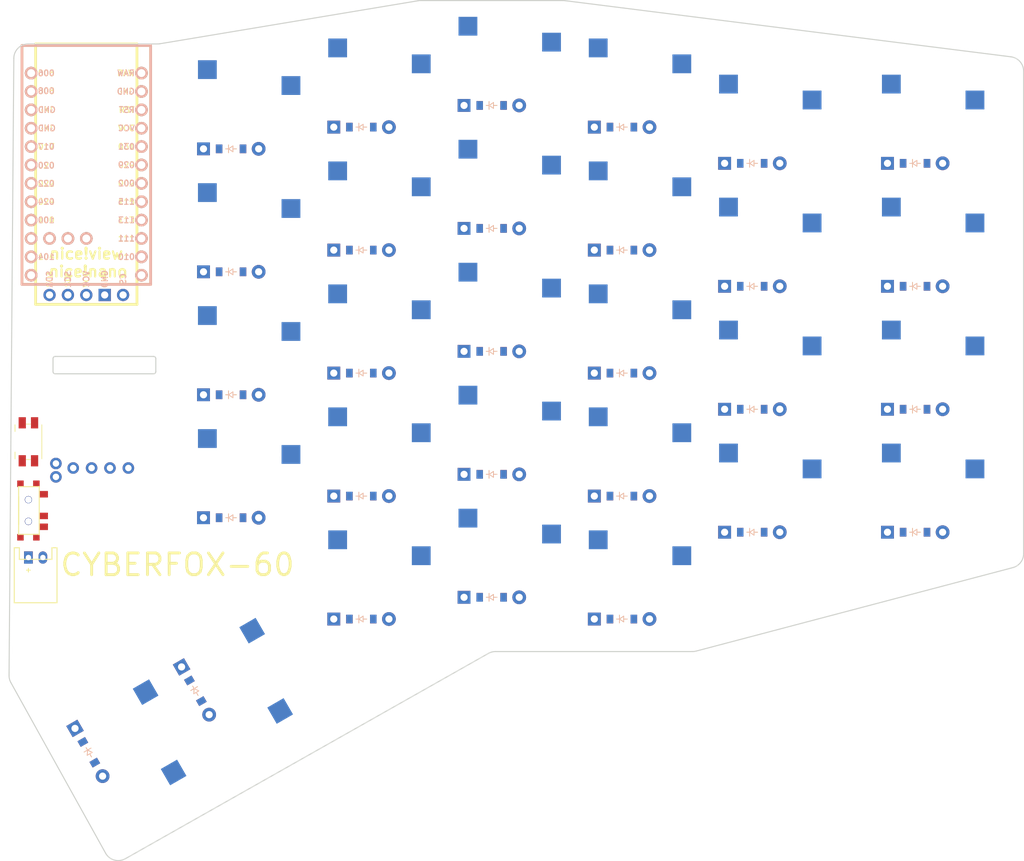
<source format=kicad_pcb>


(kicad_pcb (version 20171130) (host pcbnew 5.1.6)

  (page A3)
  (title_block
    (title "right")
    (rev "0.5.0")
    (company "Daniel Fox")
  )

  (general
    (thickness 1.6)
  )

  (layers
    (0 F.Cu signal)
    (31 B.Cu signal)
    (32 B.Adhes user)
    (33 F.Adhes user)
    (34 B.Paste user)
    (35 F.Paste user)
    (36 B.SilkS user)
    (37 F.SilkS user)
    (38 B.Mask user)
    (39 F.Mask user)
    (40 Dwgs.User user)
    (41 Cmts.User user)
    (42 Eco1.User user)
    (43 Eco2.User user)
    (44 Edge.Cuts user)
    (45 Margin user)
    (46 B.CrtYd user)
    (47 F.CrtYd user)
    (48 B.Fab user)
    (49 F.Fab user)
  )

  (setup
    (last_trace_width 0.25)
    (trace_clearance 0.2)
    (zone_clearance 0.508)
    (zone_45_only no)
    (trace_min 0.2)
    (via_size 0.8)
    (via_drill 0.4)
    (via_min_size 0.4)
    (via_min_drill 0.3)
    (uvia_size 0.3)
    (uvia_drill 0.1)
    (uvias_allowed no)
    (uvia_min_size 0.2)
    (uvia_min_drill 0.1)
    (edge_width 0.05)
    (segment_width 0.2)
    (pcb_text_width 0.3)
    (pcb_text_size 1.5 1.5)
    (mod_edge_width 0.12)
    (mod_text_size 1 1)
    (mod_text_width 0.15)
    (pad_size 1.524 1.524)
    (pad_drill 0.762)
    (pad_to_mask_clearance 0.05)
    (aux_axis_origin 0 0)
    (visible_elements FFFFFF7F)
    (pcbplotparams
      (layerselection 0x010fc_ffffffff)
      (usegerberextensions false)
      (usegerberattributes true)
      (usegerberadvancedattributes true)
      (creategerberjobfile true)
      (excludeedgelayer true)
      (linewidth 0.100000)
      (plotframeref false)
      (viasonmask false)
      (mode 1)
      (useauxorigin false)
      (hpglpennumber 1)
      (hpglpenspeed 20)
      (hpglpendiameter 15.000000)
      (psnegative false)
      (psa4output false)
      (plotreference true)
      (plotvalue true)
      (plotinvisibletext false)
      (padsonsilk false)
      (subtractmaskfromsilk false)
      (outputformat 1)
      (mirror false)
      (drillshape 1)
      (scaleselection 1)
      (outputdirectory ""))
  )

  (net 0 "")
(net 1 "P011")
(net 2 "mirror_outer_bottom")
(net 3 "mirror_outer_home")
(net 4 "mirror_outer_top")
(net 5 "mirror_outer_num")
(net 6 "P104")
(net 7 "mirror_pinky_bottom")
(net 8 "mirror_pinky_home")
(net 9 "mirror_pinky_top")
(net 10 "mirror_pinky_num")
(net 11 "mirror_ring_mod")
(net 12 "P106")
(net 13 "mirror_ring_bottom")
(net 14 "mirror_ring_home")
(net 15 "mirror_ring_top")
(net 16 "mirror_ring_num")
(net 17 "mirror_middle_mod")
(net 18 "P111")
(net 19 "mirror_middle_bottom")
(net 20 "mirror_middle_home")
(net 21 "mirror_middle_top")
(net 22 "mirror_middle_num")
(net 23 "mirror_index_mod")
(net 24 "P010")
(net 25 "mirror_index_bottom")
(net 26 "mirror_index_home")
(net 27 "mirror_index_top")
(net 28 "mirror_index_num")
(net 29 "P009")
(net 30 "mirror_inner_bottom")
(net 31 "mirror_inner_home")
(net 32 "mirror_inner_top")
(net 33 "mirror_inner_num")
(net 34 "mirror_space_cluster")
(net 35 "mirror_extra_cluster")
(net 36 "P115")
(net 37 "P002")
(net 38 "P029")
(net 39 "P031")
(net 40 "P113")
(net 41 "P006")
(net 42 "GND")
(net 43 "P008")
(net 44 "unused")
(net 45 "RAW")
(net 46 "RST")
(net 47 "VCC")
(net 48 "P017")
(net 49 "P020")
(net 50 "P022")
(net 51 "P024")
(net 52 "P100")
(net 53 "P101")
(net 54 "P102")
(net 55 "P107")
(net 56 "POS")

  (net_class Default "This is the default net class."
    (clearance 0.2)
    (trace_width 0.25)
    (via_dia 0.8)
    (via_drill 0.4)
    (uvia_dia 0.3)
    (uvia_drill 0.1)
    (add_net "")
(add_net "P011")
(add_net "mirror_outer_bottom")
(add_net "mirror_outer_home")
(add_net "mirror_outer_top")
(add_net "mirror_outer_num")
(add_net "P104")
(add_net "mirror_pinky_bottom")
(add_net "mirror_pinky_home")
(add_net "mirror_pinky_top")
(add_net "mirror_pinky_num")
(add_net "mirror_ring_mod")
(add_net "P106")
(add_net "mirror_ring_bottom")
(add_net "mirror_ring_home")
(add_net "mirror_ring_top")
(add_net "mirror_ring_num")
(add_net "mirror_middle_mod")
(add_net "P111")
(add_net "mirror_middle_bottom")
(add_net "mirror_middle_home")
(add_net "mirror_middle_top")
(add_net "mirror_middle_num")
(add_net "mirror_index_mod")
(add_net "P010")
(add_net "mirror_index_bottom")
(add_net "mirror_index_home")
(add_net "mirror_index_top")
(add_net "mirror_index_num")
(add_net "P009")
(add_net "mirror_inner_bottom")
(add_net "mirror_inner_home")
(add_net "mirror_inner_top")
(add_net "mirror_inner_num")
(add_net "mirror_space_cluster")
(add_net "mirror_extra_cluster")
(add_net "P115")
(add_net "P002")
(add_net "P029")
(add_net "P031")
(add_net "P113")
(add_net "P006")
(add_net "GND")
(add_net "P008")
(add_net "unused")
(add_net "RAW")
(add_net "RST")
(add_net "VCC")
(add_net "P017")
(add_net "P020")
(add_net "P022")
(add_net "P024")
(add_net "P100")
(add_net "P101")
(add_net "P102")
(add_net "P107")
(add_net "POS")
  )

  
        
      (module PG1350 (layer F.Cu) (tedit 5DD50112)
      (at 364.6499908 83 0)

      
      (fp_text reference "S1" (at 0 0) (layer F.SilkS) hide (effects (font (size 1.27 1.27) (thickness 0.15))))
      (fp_text value "" (at 0 0) (layer F.SilkS) hide (effects (font (size 1.27 1.27) (thickness 0.15))))

      
      (fp_line (start -7 -6) (end -7 -7) (layer Dwgs.User) (width 0.15))
      (fp_line (start -7 7) (end -6 7) (layer Dwgs.User) (width 0.15))
      (fp_line (start -6 -7) (end -7 -7) (layer Dwgs.User) (width 0.15))
      (fp_line (start -7 7) (end -7 6) (layer Dwgs.User) (width 0.15))
      (fp_line (start 7 6) (end 7 7) (layer Dwgs.User) (width 0.15))
      (fp_line (start 7 -7) (end 6 -7) (layer Dwgs.User) (width 0.15))
      (fp_line (start 6 7) (end 7 7) (layer Dwgs.User) (width 0.15))
      (fp_line (start 7 -7) (end 7 -6) (layer Dwgs.User) (width 0.15))      
      
      
      (pad "" np_thru_hole circle (at 0 0) (size 3.429 3.429) (drill 3.429) (layers *.Cu *.Mask))
        
      
      (pad "" np_thru_hole circle (at 5.5 0) (size 1.7018 1.7018) (drill 1.7018) (layers *.Cu *.Mask))
      (pad "" np_thru_hole circle (at -5.5 0) (size 1.7018 1.7018) (drill 1.7018) (layers *.Cu *.Mask))
      
        
      
      (fp_line (start -9 -8.5) (end 9 -8.5) (layer Dwgs.User) (width 0.15))
      (fp_line (start 9 -8.5) (end 9 8.5) (layer Dwgs.User) (width 0.15))
      (fp_line (start 9 8.5) (end -9 8.5) (layer Dwgs.User) (width 0.15))
      (fp_line (start -9 8.5) (end -9 -8.5) (layer Dwgs.User) (width 0.15))
      
        
          
          (pad "" np_thru_hole circle (at 5 -3.75) (size 3 3) (drill 3) (layers *.Cu *.Mask))
          (pad "" np_thru_hole circle (at 0 -5.95) (size 3 3) (drill 3) (layers *.Cu *.Mask))
      
          
          (pad 1 smd rect (at -3.275 -5.95 0) (size 2.6 2.6) (layers B.Cu B.Paste B.Mask)  (net 1 "P011"))
          (pad 2 smd rect (at 8.275 -3.75 0) (size 2.6 2.6) (layers B.Cu B.Paste B.Mask)  (net 2 "mirror_outer_bottom"))
        )
        

        
      (module PG1350 (layer F.Cu) (tedit 5DD50112)
      (at 364.6499908 66 0)

      
      (fp_text reference "S2" (at 0 0) (layer F.SilkS) hide (effects (font (size 1.27 1.27) (thickness 0.15))))
      (fp_text value "" (at 0 0) (layer F.SilkS) hide (effects (font (size 1.27 1.27) (thickness 0.15))))

      
      (fp_line (start -7 -6) (end -7 -7) (layer Dwgs.User) (width 0.15))
      (fp_line (start -7 7) (end -6 7) (layer Dwgs.User) (width 0.15))
      (fp_line (start -6 -7) (end -7 -7) (layer Dwgs.User) (width 0.15))
      (fp_line (start -7 7) (end -7 6) (layer Dwgs.User) (width 0.15))
      (fp_line (start 7 6) (end 7 7) (layer Dwgs.User) (width 0.15))
      (fp_line (start 7 -7) (end 6 -7) (layer Dwgs.User) (width 0.15))
      (fp_line (start 6 7) (end 7 7) (layer Dwgs.User) (width 0.15))
      (fp_line (start 7 -7) (end 7 -6) (layer Dwgs.User) (width 0.15))      
      
      
      (pad "" np_thru_hole circle (at 0 0) (size 3.429 3.429) (drill 3.429) (layers *.Cu *.Mask))
        
      
      (pad "" np_thru_hole circle (at 5.5 0) (size 1.7018 1.7018) (drill 1.7018) (layers *.Cu *.Mask))
      (pad "" np_thru_hole circle (at -5.5 0) (size 1.7018 1.7018) (drill 1.7018) (layers *.Cu *.Mask))
      
        
      
      (fp_line (start -9 -8.5) (end 9 -8.5) (layer Dwgs.User) (width 0.15))
      (fp_line (start 9 -8.5) (end 9 8.5) (layer Dwgs.User) (width 0.15))
      (fp_line (start 9 8.5) (end -9 8.5) (layer Dwgs.User) (width 0.15))
      (fp_line (start -9 8.5) (end -9 -8.5) (layer Dwgs.User) (width 0.15))
      
        
          
          (pad "" np_thru_hole circle (at 5 -3.75) (size 3 3) (drill 3) (layers *.Cu *.Mask))
          (pad "" np_thru_hole circle (at 0 -5.95) (size 3 3) (drill 3) (layers *.Cu *.Mask))
      
          
          (pad 1 smd rect (at -3.275 -5.95 0) (size 2.6 2.6) (layers B.Cu B.Paste B.Mask)  (net 1 "P011"))
          (pad 2 smd rect (at 8.275 -3.75 0) (size 2.6 2.6) (layers B.Cu B.Paste B.Mask)  (net 3 "mirror_outer_home"))
        )
        

        
      (module PG1350 (layer F.Cu) (tedit 5DD50112)
      (at 364.6499908 49 0)

      
      (fp_text reference "S3" (at 0 0) (layer F.SilkS) hide (effects (font (size 1.27 1.27) (thickness 0.15))))
      (fp_text value "" (at 0 0) (layer F.SilkS) hide (effects (font (size 1.27 1.27) (thickness 0.15))))

      
      (fp_line (start -7 -6) (end -7 -7) (layer Dwgs.User) (width 0.15))
      (fp_line (start -7 7) (end -6 7) (layer Dwgs.User) (width 0.15))
      (fp_line (start -6 -7) (end -7 -7) (layer Dwgs.User) (width 0.15))
      (fp_line (start -7 7) (end -7 6) (layer Dwgs.User) (width 0.15))
      (fp_line (start 7 6) (end 7 7) (layer Dwgs.User) (width 0.15))
      (fp_line (start 7 -7) (end 6 -7) (layer Dwgs.User) (width 0.15))
      (fp_line (start 6 7) (end 7 7) (layer Dwgs.User) (width 0.15))
      (fp_line (start 7 -7) (end 7 -6) (layer Dwgs.User) (width 0.15))      
      
      
      (pad "" np_thru_hole circle (at 0 0) (size 3.429 3.429) (drill 3.429) (layers *.Cu *.Mask))
        
      
      (pad "" np_thru_hole circle (at 5.5 0) (size 1.7018 1.7018) (drill 1.7018) (layers *.Cu *.Mask))
      (pad "" np_thru_hole circle (at -5.5 0) (size 1.7018 1.7018) (drill 1.7018) (layers *.Cu *.Mask))
      
        
      
      (fp_line (start -9 -8.5) (end 9 -8.5) (layer Dwgs.User) (width 0.15))
      (fp_line (start 9 -8.5) (end 9 8.5) (layer Dwgs.User) (width 0.15))
      (fp_line (start 9 8.5) (end -9 8.5) (layer Dwgs.User) (width 0.15))
      (fp_line (start -9 8.5) (end -9 -8.5) (layer Dwgs.User) (width 0.15))
      
        
          
          (pad "" np_thru_hole circle (at 5 -3.75) (size 3 3) (drill 3) (layers *.Cu *.Mask))
          (pad "" np_thru_hole circle (at 0 -5.95) (size 3 3) (drill 3) (layers *.Cu *.Mask))
      
          
          (pad 1 smd rect (at -3.275 -5.95 0) (size 2.6 2.6) (layers B.Cu B.Paste B.Mask)  (net 1 "P011"))
          (pad 2 smd rect (at 8.275 -3.75 0) (size 2.6 2.6) (layers B.Cu B.Paste B.Mask)  (net 4 "mirror_outer_top"))
        )
        

        
      (module PG1350 (layer F.Cu) (tedit 5DD50112)
      (at 364.6499908 32 0)

      
      (fp_text reference "S4" (at 0 0) (layer F.SilkS) hide (effects (font (size 1.27 1.27) (thickness 0.15))))
      (fp_text value "" (at 0 0) (layer F.SilkS) hide (effects (font (size 1.27 1.27) (thickness 0.15))))

      
      (fp_line (start -7 -6) (end -7 -7) (layer Dwgs.User) (width 0.15))
      (fp_line (start -7 7) (end -6 7) (layer Dwgs.User) (width 0.15))
      (fp_line (start -6 -7) (end -7 -7) (layer Dwgs.User) (width 0.15))
      (fp_line (start -7 7) (end -7 6) (layer Dwgs.User) (width 0.15))
      (fp_line (start 7 6) (end 7 7) (layer Dwgs.User) (width 0.15))
      (fp_line (start 7 -7) (end 6 -7) (layer Dwgs.User) (width 0.15))
      (fp_line (start 6 7) (end 7 7) (layer Dwgs.User) (width 0.15))
      (fp_line (start 7 -7) (end 7 -6) (layer Dwgs.User) (width 0.15))      
      
      
      (pad "" np_thru_hole circle (at 0 0) (size 3.429 3.429) (drill 3.429) (layers *.Cu *.Mask))
        
      
      (pad "" np_thru_hole circle (at 5.5 0) (size 1.7018 1.7018) (drill 1.7018) (layers *.Cu *.Mask))
      (pad "" np_thru_hole circle (at -5.5 0) (size 1.7018 1.7018) (drill 1.7018) (layers *.Cu *.Mask))
      
        
      
      (fp_line (start -9 -8.5) (end 9 -8.5) (layer Dwgs.User) (width 0.15))
      (fp_line (start 9 -8.5) (end 9 8.5) (layer Dwgs.User) (width 0.15))
      (fp_line (start 9 8.5) (end -9 8.5) (layer Dwgs.User) (width 0.15))
      (fp_line (start -9 8.5) (end -9 -8.5) (layer Dwgs.User) (width 0.15))
      
        
          
          (pad "" np_thru_hole circle (at 5 -3.75) (size 3 3) (drill 3) (layers *.Cu *.Mask))
          (pad "" np_thru_hole circle (at 0 -5.95) (size 3 3) (drill 3) (layers *.Cu *.Mask))
      
          
          (pad 1 smd rect (at -3.275 -5.95 0) (size 2.6 2.6) (layers B.Cu B.Paste B.Mask)  (net 1 "P011"))
          (pad 2 smd rect (at 8.275 -3.75 0) (size 2.6 2.6) (layers B.Cu B.Paste B.Mask)  (net 5 "mirror_outer_num"))
        )
        

        
      (module PG1350 (layer F.Cu) (tedit 5DD50112)
      (at 342.1499908 83 0)

      
      (fp_text reference "S5" (at 0 0) (layer F.SilkS) hide (effects (font (size 1.27 1.27) (thickness 0.15))))
      (fp_text value "" (at 0 0) (layer F.SilkS) hide (effects (font (size 1.27 1.27) (thickness 0.15))))

      
      (fp_line (start -7 -6) (end -7 -7) (layer Dwgs.User) (width 0.15))
      (fp_line (start -7 7) (end -6 7) (layer Dwgs.User) (width 0.15))
      (fp_line (start -6 -7) (end -7 -7) (layer Dwgs.User) (width 0.15))
      (fp_line (start -7 7) (end -7 6) (layer Dwgs.User) (width 0.15))
      (fp_line (start 7 6) (end 7 7) (layer Dwgs.User) (width 0.15))
      (fp_line (start 7 -7) (end 6 -7) (layer Dwgs.User) (width 0.15))
      (fp_line (start 6 7) (end 7 7) (layer Dwgs.User) (width 0.15))
      (fp_line (start 7 -7) (end 7 -6) (layer Dwgs.User) (width 0.15))      
      
      
      (pad "" np_thru_hole circle (at 0 0) (size 3.429 3.429) (drill 3.429) (layers *.Cu *.Mask))
        
      
      (pad "" np_thru_hole circle (at 5.5 0) (size 1.7018 1.7018) (drill 1.7018) (layers *.Cu *.Mask))
      (pad "" np_thru_hole circle (at -5.5 0) (size 1.7018 1.7018) (drill 1.7018) (layers *.Cu *.Mask))
      
        
      
      (fp_line (start -9 -8.5) (end 9 -8.5) (layer Dwgs.User) (width 0.15))
      (fp_line (start 9 -8.5) (end 9 8.5) (layer Dwgs.User) (width 0.15))
      (fp_line (start 9 8.5) (end -9 8.5) (layer Dwgs.User) (width 0.15))
      (fp_line (start -9 8.5) (end -9 -8.5) (layer Dwgs.User) (width 0.15))
      
        
          
          (pad "" np_thru_hole circle (at 5 -3.75) (size 3 3) (drill 3) (layers *.Cu *.Mask))
          (pad "" np_thru_hole circle (at 0 -5.95) (size 3 3) (drill 3) (layers *.Cu *.Mask))
      
          
          (pad 1 smd rect (at -3.275 -5.95 0) (size 2.6 2.6) (layers B.Cu B.Paste B.Mask)  (net 6 "P104"))
          (pad 2 smd rect (at 8.275 -3.75 0) (size 2.6 2.6) (layers B.Cu B.Paste B.Mask)  (net 7 "mirror_pinky_bottom"))
        )
        

        
      (module PG1350 (layer F.Cu) (tedit 5DD50112)
      (at 342.1499908 66 0)

      
      (fp_text reference "S6" (at 0 0) (layer F.SilkS) hide (effects (font (size 1.27 1.27) (thickness 0.15))))
      (fp_text value "" (at 0 0) (layer F.SilkS) hide (effects (font (size 1.27 1.27) (thickness 0.15))))

      
      (fp_line (start -7 -6) (end -7 -7) (layer Dwgs.User) (width 0.15))
      (fp_line (start -7 7) (end -6 7) (layer Dwgs.User) (width 0.15))
      (fp_line (start -6 -7) (end -7 -7) (layer Dwgs.User) (width 0.15))
      (fp_line (start -7 7) (end -7 6) (layer Dwgs.User) (width 0.15))
      (fp_line (start 7 6) (end 7 7) (layer Dwgs.User) (width 0.15))
      (fp_line (start 7 -7) (end 6 -7) (layer Dwgs.User) (width 0.15))
      (fp_line (start 6 7) (end 7 7) (layer Dwgs.User) (width 0.15))
      (fp_line (start 7 -7) (end 7 -6) (layer Dwgs.User) (width 0.15))      
      
      
      (pad "" np_thru_hole circle (at 0 0) (size 3.429 3.429) (drill 3.429) (layers *.Cu *.Mask))
        
      
      (pad "" np_thru_hole circle (at 5.5 0) (size 1.7018 1.7018) (drill 1.7018) (layers *.Cu *.Mask))
      (pad "" np_thru_hole circle (at -5.5 0) (size 1.7018 1.7018) (drill 1.7018) (layers *.Cu *.Mask))
      
        
      
      (fp_line (start -9 -8.5) (end 9 -8.5) (layer Dwgs.User) (width 0.15))
      (fp_line (start 9 -8.5) (end 9 8.5) (layer Dwgs.User) (width 0.15))
      (fp_line (start 9 8.5) (end -9 8.5) (layer Dwgs.User) (width 0.15))
      (fp_line (start -9 8.5) (end -9 -8.5) (layer Dwgs.User) (width 0.15))
      
        
          
          (pad "" np_thru_hole circle (at 5 -3.75) (size 3 3) (drill 3) (layers *.Cu *.Mask))
          (pad "" np_thru_hole circle (at 0 -5.95) (size 3 3) (drill 3) (layers *.Cu *.Mask))
      
          
          (pad 1 smd rect (at -3.275 -5.95 0) (size 2.6 2.6) (layers B.Cu B.Paste B.Mask)  (net 6 "P104"))
          (pad 2 smd rect (at 8.275 -3.75 0) (size 2.6 2.6) (layers B.Cu B.Paste B.Mask)  (net 8 "mirror_pinky_home"))
        )
        

        
      (module PG1350 (layer F.Cu) (tedit 5DD50112)
      (at 342.1499908 49 0)

      
      (fp_text reference "S7" (at 0 0) (layer F.SilkS) hide (effects (font (size 1.27 1.27) (thickness 0.15))))
      (fp_text value "" (at 0 0) (layer F.SilkS) hide (effects (font (size 1.27 1.27) (thickness 0.15))))

      
      (fp_line (start -7 -6) (end -7 -7) (layer Dwgs.User) (width 0.15))
      (fp_line (start -7 7) (end -6 7) (layer Dwgs.User) (width 0.15))
      (fp_line (start -6 -7) (end -7 -7) (layer Dwgs.User) (width 0.15))
      (fp_line (start -7 7) (end -7 6) (layer Dwgs.User) (width 0.15))
      (fp_line (start 7 6) (end 7 7) (layer Dwgs.User) (width 0.15))
      (fp_line (start 7 -7) (end 6 -7) (layer Dwgs.User) (width 0.15))
      (fp_line (start 6 7) (end 7 7) (layer Dwgs.User) (width 0.15))
      (fp_line (start 7 -7) (end 7 -6) (layer Dwgs.User) (width 0.15))      
      
      
      (pad "" np_thru_hole circle (at 0 0) (size 3.429 3.429) (drill 3.429) (layers *.Cu *.Mask))
        
      
      (pad "" np_thru_hole circle (at 5.5 0) (size 1.7018 1.7018) (drill 1.7018) (layers *.Cu *.Mask))
      (pad "" np_thru_hole circle (at -5.5 0) (size 1.7018 1.7018) (drill 1.7018) (layers *.Cu *.Mask))
      
        
      
      (fp_line (start -9 -8.5) (end 9 -8.5) (layer Dwgs.User) (width 0.15))
      (fp_line (start 9 -8.5) (end 9 8.5) (layer Dwgs.User) (width 0.15))
      (fp_line (start 9 8.5) (end -9 8.5) (layer Dwgs.User) (width 0.15))
      (fp_line (start -9 8.5) (end -9 -8.5) (layer Dwgs.User) (width 0.15))
      
        
          
          (pad "" np_thru_hole circle (at 5 -3.75) (size 3 3) (drill 3) (layers *.Cu *.Mask))
          (pad "" np_thru_hole circle (at 0 -5.95) (size 3 3) (drill 3) (layers *.Cu *.Mask))
      
          
          (pad 1 smd rect (at -3.275 -5.95 0) (size 2.6 2.6) (layers B.Cu B.Paste B.Mask)  (net 6 "P104"))
          (pad 2 smd rect (at 8.275 -3.75 0) (size 2.6 2.6) (layers B.Cu B.Paste B.Mask)  (net 9 "mirror_pinky_top"))
        )
        

        
      (module PG1350 (layer F.Cu) (tedit 5DD50112)
      (at 342.1499908 32 0)

      
      (fp_text reference "S8" (at 0 0) (layer F.SilkS) hide (effects (font (size 1.27 1.27) (thickness 0.15))))
      (fp_text value "" (at 0 0) (layer F.SilkS) hide (effects (font (size 1.27 1.27) (thickness 0.15))))

      
      (fp_line (start -7 -6) (end -7 -7) (layer Dwgs.User) (width 0.15))
      (fp_line (start -7 7) (end -6 7) (layer Dwgs.User) (width 0.15))
      (fp_line (start -6 -7) (end -7 -7) (layer Dwgs.User) (width 0.15))
      (fp_line (start -7 7) (end -7 6) (layer Dwgs.User) (width 0.15))
      (fp_line (start 7 6) (end 7 7) (layer Dwgs.User) (width 0.15))
      (fp_line (start 7 -7) (end 6 -7) (layer Dwgs.User) (width 0.15))
      (fp_line (start 6 7) (end 7 7) (layer Dwgs.User) (width 0.15))
      (fp_line (start 7 -7) (end 7 -6) (layer Dwgs.User) (width 0.15))      
      
      
      (pad "" np_thru_hole circle (at 0 0) (size 3.429 3.429) (drill 3.429) (layers *.Cu *.Mask))
        
      
      (pad "" np_thru_hole circle (at 5.5 0) (size 1.7018 1.7018) (drill 1.7018) (layers *.Cu *.Mask))
      (pad "" np_thru_hole circle (at -5.5 0) (size 1.7018 1.7018) (drill 1.7018) (layers *.Cu *.Mask))
      
        
      
      (fp_line (start -9 -8.5) (end 9 -8.5) (layer Dwgs.User) (width 0.15))
      (fp_line (start 9 -8.5) (end 9 8.5) (layer Dwgs.User) (width 0.15))
      (fp_line (start 9 8.5) (end -9 8.5) (layer Dwgs.User) (width 0.15))
      (fp_line (start -9 8.5) (end -9 -8.5) (layer Dwgs.User) (width 0.15))
      
        
          
          (pad "" np_thru_hole circle (at 5 -3.75) (size 3 3) (drill 3) (layers *.Cu *.Mask))
          (pad "" np_thru_hole circle (at 0 -5.95) (size 3 3) (drill 3) (layers *.Cu *.Mask))
      
          
          (pad 1 smd rect (at -3.275 -5.95 0) (size 2.6 2.6) (layers B.Cu B.Paste B.Mask)  (net 6 "P104"))
          (pad 2 smd rect (at 8.275 -3.75 0) (size 2.6 2.6) (layers B.Cu B.Paste B.Mask)  (net 10 "mirror_pinky_num"))
        )
        

        
      (module PG1350 (layer F.Cu) (tedit 5DD50112)
      (at 324.1499908 95 0)

      
      (fp_text reference "S9" (at 0 0) (layer F.SilkS) hide (effects (font (size 1.27 1.27) (thickness 0.15))))
      (fp_text value "" (at 0 0) (layer F.SilkS) hide (effects (font (size 1.27 1.27) (thickness 0.15))))

      
      (fp_line (start -7 -6) (end -7 -7) (layer Dwgs.User) (width 0.15))
      (fp_line (start -7 7) (end -6 7) (layer Dwgs.User) (width 0.15))
      (fp_line (start -6 -7) (end -7 -7) (layer Dwgs.User) (width 0.15))
      (fp_line (start -7 7) (end -7 6) (layer Dwgs.User) (width 0.15))
      (fp_line (start 7 6) (end 7 7) (layer Dwgs.User) (width 0.15))
      (fp_line (start 7 -7) (end 6 -7) (layer Dwgs.User) (width 0.15))
      (fp_line (start 6 7) (end 7 7) (layer Dwgs.User) (width 0.15))
      (fp_line (start 7 -7) (end 7 -6) (layer Dwgs.User) (width 0.15))      
      
      
      (pad "" np_thru_hole circle (at 0 0) (size 3.429 3.429) (drill 3.429) (layers *.Cu *.Mask))
        
      
      (pad "" np_thru_hole circle (at 5.5 0) (size 1.7018 1.7018) (drill 1.7018) (layers *.Cu *.Mask))
      (pad "" np_thru_hole circle (at -5.5 0) (size 1.7018 1.7018) (drill 1.7018) (layers *.Cu *.Mask))
      
        
      
      (fp_line (start -9 -8.5) (end 9 -8.5) (layer Dwgs.User) (width 0.15))
      (fp_line (start 9 -8.5) (end 9 8.5) (layer Dwgs.User) (width 0.15))
      (fp_line (start 9 8.5) (end -9 8.5) (layer Dwgs.User) (width 0.15))
      (fp_line (start -9 8.5) (end -9 -8.5) (layer Dwgs.User) (width 0.15))
      
        
          
          (pad "" np_thru_hole circle (at 5 -3.75) (size 3 3) (drill 3) (layers *.Cu *.Mask))
          (pad "" np_thru_hole circle (at 0 -5.95) (size 3 3) (drill 3) (layers *.Cu *.Mask))
      
          
          (pad 1 smd rect (at -3.275 -5.95 0) (size 2.6 2.6) (layers B.Cu B.Paste B.Mask)  (net 6 "P104"))
          (pad 2 smd rect (at 8.275 -3.75 0) (size 2.6 2.6) (layers B.Cu B.Paste B.Mask)  (net 11 "mirror_ring_mod"))
        )
        

        
      (module PG1350 (layer F.Cu) (tedit 5DD50112)
      (at 324.1499908 78 0)

      
      (fp_text reference "S10" (at 0 0) (layer F.SilkS) hide (effects (font (size 1.27 1.27) (thickness 0.15))))
      (fp_text value "" (at 0 0) (layer F.SilkS) hide (effects (font (size 1.27 1.27) (thickness 0.15))))

      
      (fp_line (start -7 -6) (end -7 -7) (layer Dwgs.User) (width 0.15))
      (fp_line (start -7 7) (end -6 7) (layer Dwgs.User) (width 0.15))
      (fp_line (start -6 -7) (end -7 -7) (layer Dwgs.User) (width 0.15))
      (fp_line (start -7 7) (end -7 6) (layer Dwgs.User) (width 0.15))
      (fp_line (start 7 6) (end 7 7) (layer Dwgs.User) (width 0.15))
      (fp_line (start 7 -7) (end 6 -7) (layer Dwgs.User) (width 0.15))
      (fp_line (start 6 7) (end 7 7) (layer Dwgs.User) (width 0.15))
      (fp_line (start 7 -7) (end 7 -6) (layer Dwgs.User) (width 0.15))      
      
      
      (pad "" np_thru_hole circle (at 0 0) (size 3.429 3.429) (drill 3.429) (layers *.Cu *.Mask))
        
      
      (pad "" np_thru_hole circle (at 5.5 0) (size 1.7018 1.7018) (drill 1.7018) (layers *.Cu *.Mask))
      (pad "" np_thru_hole circle (at -5.5 0) (size 1.7018 1.7018) (drill 1.7018) (layers *.Cu *.Mask))
      
        
      
      (fp_line (start -9 -8.5) (end 9 -8.5) (layer Dwgs.User) (width 0.15))
      (fp_line (start 9 -8.5) (end 9 8.5) (layer Dwgs.User) (width 0.15))
      (fp_line (start 9 8.5) (end -9 8.5) (layer Dwgs.User) (width 0.15))
      (fp_line (start -9 8.5) (end -9 -8.5) (layer Dwgs.User) (width 0.15))
      
        
          
          (pad "" np_thru_hole circle (at 5 -3.75) (size 3 3) (drill 3) (layers *.Cu *.Mask))
          (pad "" np_thru_hole circle (at 0 -5.95) (size 3 3) (drill 3) (layers *.Cu *.Mask))
      
          
          (pad 1 smd rect (at -3.275 -5.95 0) (size 2.6 2.6) (layers B.Cu B.Paste B.Mask)  (net 12 "P106"))
          (pad 2 smd rect (at 8.275 -3.75 0) (size 2.6 2.6) (layers B.Cu B.Paste B.Mask)  (net 13 "mirror_ring_bottom"))
        )
        

        
      (module PG1350 (layer F.Cu) (tedit 5DD50112)
      (at 324.1499908 61 0)

      
      (fp_text reference "S11" (at 0 0) (layer F.SilkS) hide (effects (font (size 1.27 1.27) (thickness 0.15))))
      (fp_text value "" (at 0 0) (layer F.SilkS) hide (effects (font (size 1.27 1.27) (thickness 0.15))))

      
      (fp_line (start -7 -6) (end -7 -7) (layer Dwgs.User) (width 0.15))
      (fp_line (start -7 7) (end -6 7) (layer Dwgs.User) (width 0.15))
      (fp_line (start -6 -7) (end -7 -7) (layer Dwgs.User) (width 0.15))
      (fp_line (start -7 7) (end -7 6) (layer Dwgs.User) (width 0.15))
      (fp_line (start 7 6) (end 7 7) (layer Dwgs.User) (width 0.15))
      (fp_line (start 7 -7) (end 6 -7) (layer Dwgs.User) (width 0.15))
      (fp_line (start 6 7) (end 7 7) (layer Dwgs.User) (width 0.15))
      (fp_line (start 7 -7) (end 7 -6) (layer Dwgs.User) (width 0.15))      
      
      
      (pad "" np_thru_hole circle (at 0 0) (size 3.429 3.429) (drill 3.429) (layers *.Cu *.Mask))
        
      
      (pad "" np_thru_hole circle (at 5.5 0) (size 1.7018 1.7018) (drill 1.7018) (layers *.Cu *.Mask))
      (pad "" np_thru_hole circle (at -5.5 0) (size 1.7018 1.7018) (drill 1.7018) (layers *.Cu *.Mask))
      
        
      
      (fp_line (start -9 -8.5) (end 9 -8.5) (layer Dwgs.User) (width 0.15))
      (fp_line (start 9 -8.5) (end 9 8.5) (layer Dwgs.User) (width 0.15))
      (fp_line (start 9 8.5) (end -9 8.5) (layer Dwgs.User) (width 0.15))
      (fp_line (start -9 8.5) (end -9 -8.5) (layer Dwgs.User) (width 0.15))
      
        
          
          (pad "" np_thru_hole circle (at 5 -3.75) (size 3 3) (drill 3) (layers *.Cu *.Mask))
          (pad "" np_thru_hole circle (at 0 -5.95) (size 3 3) (drill 3) (layers *.Cu *.Mask))
      
          
          (pad 1 smd rect (at -3.275 -5.95 0) (size 2.6 2.6) (layers B.Cu B.Paste B.Mask)  (net 12 "P106"))
          (pad 2 smd rect (at 8.275 -3.75 0) (size 2.6 2.6) (layers B.Cu B.Paste B.Mask)  (net 14 "mirror_ring_home"))
        )
        

        
      (module PG1350 (layer F.Cu) (tedit 5DD50112)
      (at 324.1499908 44 0)

      
      (fp_text reference "S12" (at 0 0) (layer F.SilkS) hide (effects (font (size 1.27 1.27) (thickness 0.15))))
      (fp_text value "" (at 0 0) (layer F.SilkS) hide (effects (font (size 1.27 1.27) (thickness 0.15))))

      
      (fp_line (start -7 -6) (end -7 -7) (layer Dwgs.User) (width 0.15))
      (fp_line (start -7 7) (end -6 7) (layer Dwgs.User) (width 0.15))
      (fp_line (start -6 -7) (end -7 -7) (layer Dwgs.User) (width 0.15))
      (fp_line (start -7 7) (end -7 6) (layer Dwgs.User) (width 0.15))
      (fp_line (start 7 6) (end 7 7) (layer Dwgs.User) (width 0.15))
      (fp_line (start 7 -7) (end 6 -7) (layer Dwgs.User) (width 0.15))
      (fp_line (start 6 7) (end 7 7) (layer Dwgs.User) (width 0.15))
      (fp_line (start 7 -7) (end 7 -6) (layer Dwgs.User) (width 0.15))      
      
      
      (pad "" np_thru_hole circle (at 0 0) (size 3.429 3.429) (drill 3.429) (layers *.Cu *.Mask))
        
      
      (pad "" np_thru_hole circle (at 5.5 0) (size 1.7018 1.7018) (drill 1.7018) (layers *.Cu *.Mask))
      (pad "" np_thru_hole circle (at -5.5 0) (size 1.7018 1.7018) (drill 1.7018) (layers *.Cu *.Mask))
      
        
      
      (fp_line (start -9 -8.5) (end 9 -8.5) (layer Dwgs.User) (width 0.15))
      (fp_line (start 9 -8.5) (end 9 8.5) (layer Dwgs.User) (width 0.15))
      (fp_line (start 9 8.5) (end -9 8.5) (layer Dwgs.User) (width 0.15))
      (fp_line (start -9 8.5) (end -9 -8.5) (layer Dwgs.User) (width 0.15))
      
        
          
          (pad "" np_thru_hole circle (at 5 -3.75) (size 3 3) (drill 3) (layers *.Cu *.Mask))
          (pad "" np_thru_hole circle (at 0 -5.95) (size 3 3) (drill 3) (layers *.Cu *.Mask))
      
          
          (pad 1 smd rect (at -3.275 -5.95 0) (size 2.6 2.6) (layers B.Cu B.Paste B.Mask)  (net 12 "P106"))
          (pad 2 smd rect (at 8.275 -3.75 0) (size 2.6 2.6) (layers B.Cu B.Paste B.Mask)  (net 15 "mirror_ring_top"))
        )
        

        
      (module PG1350 (layer F.Cu) (tedit 5DD50112)
      (at 324.1499908 27 0)

      
      (fp_text reference "S13" (at 0 0) (layer F.SilkS) hide (effects (font (size 1.27 1.27) (thickness 0.15))))
      (fp_text value "" (at 0 0) (layer F.SilkS) hide (effects (font (size 1.27 1.27) (thickness 0.15))))

      
      (fp_line (start -7 -6) (end -7 -7) (layer Dwgs.User) (width 0.15))
      (fp_line (start -7 7) (end -6 7) (layer Dwgs.User) (width 0.15))
      (fp_line (start -6 -7) (end -7 -7) (layer Dwgs.User) (width 0.15))
      (fp_line (start -7 7) (end -7 6) (layer Dwgs.User) (width 0.15))
      (fp_line (start 7 6) (end 7 7) (layer Dwgs.User) (width 0.15))
      (fp_line (start 7 -7) (end 6 -7) (layer Dwgs.User) (width 0.15))
      (fp_line (start 6 7) (end 7 7) (layer Dwgs.User) (width 0.15))
      (fp_line (start 7 -7) (end 7 -6) (layer Dwgs.User) (width 0.15))      
      
      
      (pad "" np_thru_hole circle (at 0 0) (size 3.429 3.429) (drill 3.429) (layers *.Cu *.Mask))
        
      
      (pad "" np_thru_hole circle (at 5.5 0) (size 1.7018 1.7018) (drill 1.7018) (layers *.Cu *.Mask))
      (pad "" np_thru_hole circle (at -5.5 0) (size 1.7018 1.7018) (drill 1.7018) (layers *.Cu *.Mask))
      
        
      
      (fp_line (start -9 -8.5) (end 9 -8.5) (layer Dwgs.User) (width 0.15))
      (fp_line (start 9 -8.5) (end 9 8.5) (layer Dwgs.User) (width 0.15))
      (fp_line (start 9 8.5) (end -9 8.5) (layer Dwgs.User) (width 0.15))
      (fp_line (start -9 8.5) (end -9 -8.5) (layer Dwgs.User) (width 0.15))
      
        
          
          (pad "" np_thru_hole circle (at 5 -3.75) (size 3 3) (drill 3) (layers *.Cu *.Mask))
          (pad "" np_thru_hole circle (at 0 -5.95) (size 3 3) (drill 3) (layers *.Cu *.Mask))
      
          
          (pad 1 smd rect (at -3.275 -5.95 0) (size 2.6 2.6) (layers B.Cu B.Paste B.Mask)  (net 12 "P106"))
          (pad 2 smd rect (at 8.275 -3.75 0) (size 2.6 2.6) (layers B.Cu B.Paste B.Mask)  (net 16 "mirror_ring_num"))
        )
        

        
      (module PG1350 (layer F.Cu) (tedit 5DD50112)
      (at 306.1499908 92 0)

      
      (fp_text reference "S14" (at 0 0) (layer F.SilkS) hide (effects (font (size 1.27 1.27) (thickness 0.15))))
      (fp_text value "" (at 0 0) (layer F.SilkS) hide (effects (font (size 1.27 1.27) (thickness 0.15))))

      
      (fp_line (start -7 -6) (end -7 -7) (layer Dwgs.User) (width 0.15))
      (fp_line (start -7 7) (end -6 7) (layer Dwgs.User) (width 0.15))
      (fp_line (start -6 -7) (end -7 -7) (layer Dwgs.User) (width 0.15))
      (fp_line (start -7 7) (end -7 6) (layer Dwgs.User) (width 0.15))
      (fp_line (start 7 6) (end 7 7) (layer Dwgs.User) (width 0.15))
      (fp_line (start 7 -7) (end 6 -7) (layer Dwgs.User) (width 0.15))
      (fp_line (start 6 7) (end 7 7) (layer Dwgs.User) (width 0.15))
      (fp_line (start 7 -7) (end 7 -6) (layer Dwgs.User) (width 0.15))      
      
      
      (pad "" np_thru_hole circle (at 0 0) (size 3.429 3.429) (drill 3.429) (layers *.Cu *.Mask))
        
      
      (pad "" np_thru_hole circle (at 5.5 0) (size 1.7018 1.7018) (drill 1.7018) (layers *.Cu *.Mask))
      (pad "" np_thru_hole circle (at -5.5 0) (size 1.7018 1.7018) (drill 1.7018) (layers *.Cu *.Mask))
      
        
      
      (fp_line (start -9 -8.5) (end 9 -8.5) (layer Dwgs.User) (width 0.15))
      (fp_line (start 9 -8.5) (end 9 8.5) (layer Dwgs.User) (width 0.15))
      (fp_line (start 9 8.5) (end -9 8.5) (layer Dwgs.User) (width 0.15))
      (fp_line (start -9 8.5) (end -9 -8.5) (layer Dwgs.User) (width 0.15))
      
        
          
          (pad "" np_thru_hole circle (at 5 -3.75) (size 3 3) (drill 3) (layers *.Cu *.Mask))
          (pad "" np_thru_hole circle (at 0 -5.95) (size 3 3) (drill 3) (layers *.Cu *.Mask))
      
          
          (pad 1 smd rect (at -3.275 -5.95 0) (size 2.6 2.6) (layers B.Cu B.Paste B.Mask)  (net 12 "P106"))
          (pad 2 smd rect (at 8.275 -3.75 0) (size 2.6 2.6) (layers B.Cu B.Paste B.Mask)  (net 17 "mirror_middle_mod"))
        )
        

        
      (module PG1350 (layer F.Cu) (tedit 5DD50112)
      (at 306.1499908 75 0)

      
      (fp_text reference "S15" (at 0 0) (layer F.SilkS) hide (effects (font (size 1.27 1.27) (thickness 0.15))))
      (fp_text value "" (at 0 0) (layer F.SilkS) hide (effects (font (size 1.27 1.27) (thickness 0.15))))

      
      (fp_line (start -7 -6) (end -7 -7) (layer Dwgs.User) (width 0.15))
      (fp_line (start -7 7) (end -6 7) (layer Dwgs.User) (width 0.15))
      (fp_line (start -6 -7) (end -7 -7) (layer Dwgs.User) (width 0.15))
      (fp_line (start -7 7) (end -7 6) (layer Dwgs.User) (width 0.15))
      (fp_line (start 7 6) (end 7 7) (layer Dwgs.User) (width 0.15))
      (fp_line (start 7 -7) (end 6 -7) (layer Dwgs.User) (width 0.15))
      (fp_line (start 6 7) (end 7 7) (layer Dwgs.User) (width 0.15))
      (fp_line (start 7 -7) (end 7 -6) (layer Dwgs.User) (width 0.15))      
      
      
      (pad "" np_thru_hole circle (at 0 0) (size 3.429 3.429) (drill 3.429) (layers *.Cu *.Mask))
        
      
      (pad "" np_thru_hole circle (at 5.5 0) (size 1.7018 1.7018) (drill 1.7018) (layers *.Cu *.Mask))
      (pad "" np_thru_hole circle (at -5.5 0) (size 1.7018 1.7018) (drill 1.7018) (layers *.Cu *.Mask))
      
        
      
      (fp_line (start -9 -8.5) (end 9 -8.5) (layer Dwgs.User) (width 0.15))
      (fp_line (start 9 -8.5) (end 9 8.5) (layer Dwgs.User) (width 0.15))
      (fp_line (start 9 8.5) (end -9 8.5) (layer Dwgs.User) (width 0.15))
      (fp_line (start -9 8.5) (end -9 -8.5) (layer Dwgs.User) (width 0.15))
      
        
          
          (pad "" np_thru_hole circle (at 5 -3.75) (size 3 3) (drill 3) (layers *.Cu *.Mask))
          (pad "" np_thru_hole circle (at 0 -5.95) (size 3 3) (drill 3) (layers *.Cu *.Mask))
      
          
          (pad 1 smd rect (at -3.275 -5.95 0) (size 2.6 2.6) (layers B.Cu B.Paste B.Mask)  (net 18 "P111"))
          (pad 2 smd rect (at 8.275 -3.75 0) (size 2.6 2.6) (layers B.Cu B.Paste B.Mask)  (net 19 "mirror_middle_bottom"))
        )
        

        
      (module PG1350 (layer F.Cu) (tedit 5DD50112)
      (at 306.1499908 58 0)

      
      (fp_text reference "S16" (at 0 0) (layer F.SilkS) hide (effects (font (size 1.27 1.27) (thickness 0.15))))
      (fp_text value "" (at 0 0) (layer F.SilkS) hide (effects (font (size 1.27 1.27) (thickness 0.15))))

      
      (fp_line (start -7 -6) (end -7 -7) (layer Dwgs.User) (width 0.15))
      (fp_line (start -7 7) (end -6 7) (layer Dwgs.User) (width 0.15))
      (fp_line (start -6 -7) (end -7 -7) (layer Dwgs.User) (width 0.15))
      (fp_line (start -7 7) (end -7 6) (layer Dwgs.User) (width 0.15))
      (fp_line (start 7 6) (end 7 7) (layer Dwgs.User) (width 0.15))
      (fp_line (start 7 -7) (end 6 -7) (layer Dwgs.User) (width 0.15))
      (fp_line (start 6 7) (end 7 7) (layer Dwgs.User) (width 0.15))
      (fp_line (start 7 -7) (end 7 -6) (layer Dwgs.User) (width 0.15))      
      
      
      (pad "" np_thru_hole circle (at 0 0) (size 3.429 3.429) (drill 3.429) (layers *.Cu *.Mask))
        
      
      (pad "" np_thru_hole circle (at 5.5 0) (size 1.7018 1.7018) (drill 1.7018) (layers *.Cu *.Mask))
      (pad "" np_thru_hole circle (at -5.5 0) (size 1.7018 1.7018) (drill 1.7018) (layers *.Cu *.Mask))
      
        
      
      (fp_line (start -9 -8.5) (end 9 -8.5) (layer Dwgs.User) (width 0.15))
      (fp_line (start 9 -8.5) (end 9 8.5) (layer Dwgs.User) (width 0.15))
      (fp_line (start 9 8.5) (end -9 8.5) (layer Dwgs.User) (width 0.15))
      (fp_line (start -9 8.5) (end -9 -8.5) (layer Dwgs.User) (width 0.15))
      
        
          
          (pad "" np_thru_hole circle (at 5 -3.75) (size 3 3) (drill 3) (layers *.Cu *.Mask))
          (pad "" np_thru_hole circle (at 0 -5.95) (size 3 3) (drill 3) (layers *.Cu *.Mask))
      
          
          (pad 1 smd rect (at -3.275 -5.95 0) (size 2.6 2.6) (layers B.Cu B.Paste B.Mask)  (net 18 "P111"))
          (pad 2 smd rect (at 8.275 -3.75 0) (size 2.6 2.6) (layers B.Cu B.Paste B.Mask)  (net 20 "mirror_middle_home"))
        )
        

        
      (module PG1350 (layer F.Cu) (tedit 5DD50112)
      (at 306.1499908 41 0)

      
      (fp_text reference "S17" (at 0 0) (layer F.SilkS) hide (effects (font (size 1.27 1.27) (thickness 0.15))))
      (fp_text value "" (at 0 0) (layer F.SilkS) hide (effects (font (size 1.27 1.27) (thickness 0.15))))

      
      (fp_line (start -7 -6) (end -7 -7) (layer Dwgs.User) (width 0.15))
      (fp_line (start -7 7) (end -6 7) (layer Dwgs.User) (width 0.15))
      (fp_line (start -6 -7) (end -7 -7) (layer Dwgs.User) (width 0.15))
      (fp_line (start -7 7) (end -7 6) (layer Dwgs.User) (width 0.15))
      (fp_line (start 7 6) (end 7 7) (layer Dwgs.User) (width 0.15))
      (fp_line (start 7 -7) (end 6 -7) (layer Dwgs.User) (width 0.15))
      (fp_line (start 6 7) (end 7 7) (layer Dwgs.User) (width 0.15))
      (fp_line (start 7 -7) (end 7 -6) (layer Dwgs.User) (width 0.15))      
      
      
      (pad "" np_thru_hole circle (at 0 0) (size 3.429 3.429) (drill 3.429) (layers *.Cu *.Mask))
        
      
      (pad "" np_thru_hole circle (at 5.5 0) (size 1.7018 1.7018) (drill 1.7018) (layers *.Cu *.Mask))
      (pad "" np_thru_hole circle (at -5.5 0) (size 1.7018 1.7018) (drill 1.7018) (layers *.Cu *.Mask))
      
        
      
      (fp_line (start -9 -8.5) (end 9 -8.5) (layer Dwgs.User) (width 0.15))
      (fp_line (start 9 -8.5) (end 9 8.5) (layer Dwgs.User) (width 0.15))
      (fp_line (start 9 8.5) (end -9 8.5) (layer Dwgs.User) (width 0.15))
      (fp_line (start -9 8.5) (end -9 -8.5) (layer Dwgs.User) (width 0.15))
      
        
          
          (pad "" np_thru_hole circle (at 5 -3.75) (size 3 3) (drill 3) (layers *.Cu *.Mask))
          (pad "" np_thru_hole circle (at 0 -5.95) (size 3 3) (drill 3) (layers *.Cu *.Mask))
      
          
          (pad 1 smd rect (at -3.275 -5.95 0) (size 2.6 2.6) (layers B.Cu B.Paste B.Mask)  (net 18 "P111"))
          (pad 2 smd rect (at 8.275 -3.75 0) (size 2.6 2.6) (layers B.Cu B.Paste B.Mask)  (net 21 "mirror_middle_top"))
        )
        

        
      (module PG1350 (layer F.Cu) (tedit 5DD50112)
      (at 306.1499908 24 0)

      
      (fp_text reference "S18" (at 0 0) (layer F.SilkS) hide (effects (font (size 1.27 1.27) (thickness 0.15))))
      (fp_text value "" (at 0 0) (layer F.SilkS) hide (effects (font (size 1.27 1.27) (thickness 0.15))))

      
      (fp_line (start -7 -6) (end -7 -7) (layer Dwgs.User) (width 0.15))
      (fp_line (start -7 7) (end -6 7) (layer Dwgs.User) (width 0.15))
      (fp_line (start -6 -7) (end -7 -7) (layer Dwgs.User) (width 0.15))
      (fp_line (start -7 7) (end -7 6) (layer Dwgs.User) (width 0.15))
      (fp_line (start 7 6) (end 7 7) (layer Dwgs.User) (width 0.15))
      (fp_line (start 7 -7) (end 6 -7) (layer Dwgs.User) (width 0.15))
      (fp_line (start 6 7) (end 7 7) (layer Dwgs.User) (width 0.15))
      (fp_line (start 7 -7) (end 7 -6) (layer Dwgs.User) (width 0.15))      
      
      
      (pad "" np_thru_hole circle (at 0 0) (size 3.429 3.429) (drill 3.429) (layers *.Cu *.Mask))
        
      
      (pad "" np_thru_hole circle (at 5.5 0) (size 1.7018 1.7018) (drill 1.7018) (layers *.Cu *.Mask))
      (pad "" np_thru_hole circle (at -5.5 0) (size 1.7018 1.7018) (drill 1.7018) (layers *.Cu *.Mask))
      
        
      
      (fp_line (start -9 -8.5) (end 9 -8.5) (layer Dwgs.User) (width 0.15))
      (fp_line (start 9 -8.5) (end 9 8.5) (layer Dwgs.User) (width 0.15))
      (fp_line (start 9 8.5) (end -9 8.5) (layer Dwgs.User) (width 0.15))
      (fp_line (start -9 8.5) (end -9 -8.5) (layer Dwgs.User) (width 0.15))
      
        
          
          (pad "" np_thru_hole circle (at 5 -3.75) (size 3 3) (drill 3) (layers *.Cu *.Mask))
          (pad "" np_thru_hole circle (at 0 -5.95) (size 3 3) (drill 3) (layers *.Cu *.Mask))
      
          
          (pad 1 smd rect (at -3.275 -5.95 0) (size 2.6 2.6) (layers B.Cu B.Paste B.Mask)  (net 18 "P111"))
          (pad 2 smd rect (at 8.275 -3.75 0) (size 2.6 2.6) (layers B.Cu B.Paste B.Mask)  (net 22 "mirror_middle_num"))
        )
        

        
      (module PG1350 (layer F.Cu) (tedit 5DD50112)
      (at 288.1499908 95 0)

      
      (fp_text reference "S19" (at 0 0) (layer F.SilkS) hide (effects (font (size 1.27 1.27) (thickness 0.15))))
      (fp_text value "" (at 0 0) (layer F.SilkS) hide (effects (font (size 1.27 1.27) (thickness 0.15))))

      
      (fp_line (start -7 -6) (end -7 -7) (layer Dwgs.User) (width 0.15))
      (fp_line (start -7 7) (end -6 7) (layer Dwgs.User) (width 0.15))
      (fp_line (start -6 -7) (end -7 -7) (layer Dwgs.User) (width 0.15))
      (fp_line (start -7 7) (end -7 6) (layer Dwgs.User) (width 0.15))
      (fp_line (start 7 6) (end 7 7) (layer Dwgs.User) (width 0.15))
      (fp_line (start 7 -7) (end 6 -7) (layer Dwgs.User) (width 0.15))
      (fp_line (start 6 7) (end 7 7) (layer Dwgs.User) (width 0.15))
      (fp_line (start 7 -7) (end 7 -6) (layer Dwgs.User) (width 0.15))      
      
      
      (pad "" np_thru_hole circle (at 0 0) (size 3.429 3.429) (drill 3.429) (layers *.Cu *.Mask))
        
      
      (pad "" np_thru_hole circle (at 5.5 0) (size 1.7018 1.7018) (drill 1.7018) (layers *.Cu *.Mask))
      (pad "" np_thru_hole circle (at -5.5 0) (size 1.7018 1.7018) (drill 1.7018) (layers *.Cu *.Mask))
      
        
      
      (fp_line (start -9 -8.5) (end 9 -8.5) (layer Dwgs.User) (width 0.15))
      (fp_line (start 9 -8.5) (end 9 8.5) (layer Dwgs.User) (width 0.15))
      (fp_line (start 9 8.5) (end -9 8.5) (layer Dwgs.User) (width 0.15))
      (fp_line (start -9 8.5) (end -9 -8.5) (layer Dwgs.User) (width 0.15))
      
        
          
          (pad "" np_thru_hole circle (at 5 -3.75) (size 3 3) (drill 3) (layers *.Cu *.Mask))
          (pad "" np_thru_hole circle (at 0 -5.95) (size 3 3) (drill 3) (layers *.Cu *.Mask))
      
          
          (pad 1 smd rect (at -3.275 -5.95 0) (size 2.6 2.6) (layers B.Cu B.Paste B.Mask)  (net 18 "P111"))
          (pad 2 smd rect (at 8.275 -3.75 0) (size 2.6 2.6) (layers B.Cu B.Paste B.Mask)  (net 23 "mirror_index_mod"))
        )
        

        
      (module PG1350 (layer F.Cu) (tedit 5DD50112)
      (at 288.1499908 78 0)

      
      (fp_text reference "S20" (at 0 0) (layer F.SilkS) hide (effects (font (size 1.27 1.27) (thickness 0.15))))
      (fp_text value "" (at 0 0) (layer F.SilkS) hide (effects (font (size 1.27 1.27) (thickness 0.15))))

      
      (fp_line (start -7 -6) (end -7 -7) (layer Dwgs.User) (width 0.15))
      (fp_line (start -7 7) (end -6 7) (layer Dwgs.User) (width 0.15))
      (fp_line (start -6 -7) (end -7 -7) (layer Dwgs.User) (width 0.15))
      (fp_line (start -7 7) (end -7 6) (layer Dwgs.User) (width 0.15))
      (fp_line (start 7 6) (end 7 7) (layer Dwgs.User) (width 0.15))
      (fp_line (start 7 -7) (end 6 -7) (layer Dwgs.User) (width 0.15))
      (fp_line (start 6 7) (end 7 7) (layer Dwgs.User) (width 0.15))
      (fp_line (start 7 -7) (end 7 -6) (layer Dwgs.User) (width 0.15))      
      
      
      (pad "" np_thru_hole circle (at 0 0) (size 3.429 3.429) (drill 3.429) (layers *.Cu *.Mask))
        
      
      (pad "" np_thru_hole circle (at 5.5 0) (size 1.7018 1.7018) (drill 1.7018) (layers *.Cu *.Mask))
      (pad "" np_thru_hole circle (at -5.5 0) (size 1.7018 1.7018) (drill 1.7018) (layers *.Cu *.Mask))
      
        
      
      (fp_line (start -9 -8.5) (end 9 -8.5) (layer Dwgs.User) (width 0.15))
      (fp_line (start 9 -8.5) (end 9 8.5) (layer Dwgs.User) (width 0.15))
      (fp_line (start 9 8.5) (end -9 8.5) (layer Dwgs.User) (width 0.15))
      (fp_line (start -9 8.5) (end -9 -8.5) (layer Dwgs.User) (width 0.15))
      
        
          
          (pad "" np_thru_hole circle (at 5 -3.75) (size 3 3) (drill 3) (layers *.Cu *.Mask))
          (pad "" np_thru_hole circle (at 0 -5.95) (size 3 3) (drill 3) (layers *.Cu *.Mask))
      
          
          (pad 1 smd rect (at -3.275 -5.95 0) (size 2.6 2.6) (layers B.Cu B.Paste B.Mask)  (net 24 "P010"))
          (pad 2 smd rect (at 8.275 -3.75 0) (size 2.6 2.6) (layers B.Cu B.Paste B.Mask)  (net 25 "mirror_index_bottom"))
        )
        

        
      (module PG1350 (layer F.Cu) (tedit 5DD50112)
      (at 288.1499908 61 0)

      
      (fp_text reference "S21" (at 0 0) (layer F.SilkS) hide (effects (font (size 1.27 1.27) (thickness 0.15))))
      (fp_text value "" (at 0 0) (layer F.SilkS) hide (effects (font (size 1.27 1.27) (thickness 0.15))))

      
      (fp_line (start -7 -6) (end -7 -7) (layer Dwgs.User) (width 0.15))
      (fp_line (start -7 7) (end -6 7) (layer Dwgs.User) (width 0.15))
      (fp_line (start -6 -7) (end -7 -7) (layer Dwgs.User) (width 0.15))
      (fp_line (start -7 7) (end -7 6) (layer Dwgs.User) (width 0.15))
      (fp_line (start 7 6) (end 7 7) (layer Dwgs.User) (width 0.15))
      (fp_line (start 7 -7) (end 6 -7) (layer Dwgs.User) (width 0.15))
      (fp_line (start 6 7) (end 7 7) (layer Dwgs.User) (width 0.15))
      (fp_line (start 7 -7) (end 7 -6) (layer Dwgs.User) (width 0.15))      
      
      
      (pad "" np_thru_hole circle (at 0 0) (size 3.429 3.429) (drill 3.429) (layers *.Cu *.Mask))
        
      
      (pad "" np_thru_hole circle (at 5.5 0) (size 1.7018 1.7018) (drill 1.7018) (layers *.Cu *.Mask))
      (pad "" np_thru_hole circle (at -5.5 0) (size 1.7018 1.7018) (drill 1.7018) (layers *.Cu *.Mask))
      
        
      
      (fp_line (start -9 -8.5) (end 9 -8.5) (layer Dwgs.User) (width 0.15))
      (fp_line (start 9 -8.5) (end 9 8.5) (layer Dwgs.User) (width 0.15))
      (fp_line (start 9 8.5) (end -9 8.5) (layer Dwgs.User) (width 0.15))
      (fp_line (start -9 8.5) (end -9 -8.5) (layer Dwgs.User) (width 0.15))
      
        
          
          (pad "" np_thru_hole circle (at 5 -3.75) (size 3 3) (drill 3) (layers *.Cu *.Mask))
          (pad "" np_thru_hole circle (at 0 -5.95) (size 3 3) (drill 3) (layers *.Cu *.Mask))
      
          
          (pad 1 smd rect (at -3.275 -5.95 0) (size 2.6 2.6) (layers B.Cu B.Paste B.Mask)  (net 24 "P010"))
          (pad 2 smd rect (at 8.275 -3.75 0) (size 2.6 2.6) (layers B.Cu B.Paste B.Mask)  (net 26 "mirror_index_home"))
        )
        

        
      (module PG1350 (layer F.Cu) (tedit 5DD50112)
      (at 288.1499908 44 0)

      
      (fp_text reference "S22" (at 0 0) (layer F.SilkS) hide (effects (font (size 1.27 1.27) (thickness 0.15))))
      (fp_text value "" (at 0 0) (layer F.SilkS) hide (effects (font (size 1.27 1.27) (thickness 0.15))))

      
      (fp_line (start -7 -6) (end -7 -7) (layer Dwgs.User) (width 0.15))
      (fp_line (start -7 7) (end -6 7) (layer Dwgs.User) (width 0.15))
      (fp_line (start -6 -7) (end -7 -7) (layer Dwgs.User) (width 0.15))
      (fp_line (start -7 7) (end -7 6) (layer Dwgs.User) (width 0.15))
      (fp_line (start 7 6) (end 7 7) (layer Dwgs.User) (width 0.15))
      (fp_line (start 7 -7) (end 6 -7) (layer Dwgs.User) (width 0.15))
      (fp_line (start 6 7) (end 7 7) (layer Dwgs.User) (width 0.15))
      (fp_line (start 7 -7) (end 7 -6) (layer Dwgs.User) (width 0.15))      
      
      
      (pad "" np_thru_hole circle (at 0 0) (size 3.429 3.429) (drill 3.429) (layers *.Cu *.Mask))
        
      
      (pad "" np_thru_hole circle (at 5.5 0) (size 1.7018 1.7018) (drill 1.7018) (layers *.Cu *.Mask))
      (pad "" np_thru_hole circle (at -5.5 0) (size 1.7018 1.7018) (drill 1.7018) (layers *.Cu *.Mask))
      
        
      
      (fp_line (start -9 -8.5) (end 9 -8.5) (layer Dwgs.User) (width 0.15))
      (fp_line (start 9 -8.5) (end 9 8.5) (layer Dwgs.User) (width 0.15))
      (fp_line (start 9 8.5) (end -9 8.5) (layer Dwgs.User) (width 0.15))
      (fp_line (start -9 8.5) (end -9 -8.5) (layer Dwgs.User) (width 0.15))
      
        
          
          (pad "" np_thru_hole circle (at 5 -3.75) (size 3 3) (drill 3) (layers *.Cu *.Mask))
          (pad "" np_thru_hole circle (at 0 -5.95) (size 3 3) (drill 3) (layers *.Cu *.Mask))
      
          
          (pad 1 smd rect (at -3.275 -5.95 0) (size 2.6 2.6) (layers B.Cu B.Paste B.Mask)  (net 24 "P010"))
          (pad 2 smd rect (at 8.275 -3.75 0) (size 2.6 2.6) (layers B.Cu B.Paste B.Mask)  (net 27 "mirror_index_top"))
        )
        

        
      (module PG1350 (layer F.Cu) (tedit 5DD50112)
      (at 288.1499908 27 0)

      
      (fp_text reference "S23" (at 0 0) (layer F.SilkS) hide (effects (font (size 1.27 1.27) (thickness 0.15))))
      (fp_text value "" (at 0 0) (layer F.SilkS) hide (effects (font (size 1.27 1.27) (thickness 0.15))))

      
      (fp_line (start -7 -6) (end -7 -7) (layer Dwgs.User) (width 0.15))
      (fp_line (start -7 7) (end -6 7) (layer Dwgs.User) (width 0.15))
      (fp_line (start -6 -7) (end -7 -7) (layer Dwgs.User) (width 0.15))
      (fp_line (start -7 7) (end -7 6) (layer Dwgs.User) (width 0.15))
      (fp_line (start 7 6) (end 7 7) (layer Dwgs.User) (width 0.15))
      (fp_line (start 7 -7) (end 6 -7) (layer Dwgs.User) (width 0.15))
      (fp_line (start 6 7) (end 7 7) (layer Dwgs.User) (width 0.15))
      (fp_line (start 7 -7) (end 7 -6) (layer Dwgs.User) (width 0.15))      
      
      
      (pad "" np_thru_hole circle (at 0 0) (size 3.429 3.429) (drill 3.429) (layers *.Cu *.Mask))
        
      
      (pad "" np_thru_hole circle (at 5.5 0) (size 1.7018 1.7018) (drill 1.7018) (layers *.Cu *.Mask))
      (pad "" np_thru_hole circle (at -5.5 0) (size 1.7018 1.7018) (drill 1.7018) (layers *.Cu *.Mask))
      
        
      
      (fp_line (start -9 -8.5) (end 9 -8.5) (layer Dwgs.User) (width 0.15))
      (fp_line (start 9 -8.5) (end 9 8.5) (layer Dwgs.User) (width 0.15))
      (fp_line (start 9 8.5) (end -9 8.5) (layer Dwgs.User) (width 0.15))
      (fp_line (start -9 8.5) (end -9 -8.5) (layer Dwgs.User) (width 0.15))
      
        
          
          (pad "" np_thru_hole circle (at 5 -3.75) (size 3 3) (drill 3) (layers *.Cu *.Mask))
          (pad "" np_thru_hole circle (at 0 -5.95) (size 3 3) (drill 3) (layers *.Cu *.Mask))
      
          
          (pad 1 smd rect (at -3.275 -5.95 0) (size 2.6 2.6) (layers B.Cu B.Paste B.Mask)  (net 24 "P010"))
          (pad 2 smd rect (at 8.275 -3.75 0) (size 2.6 2.6) (layers B.Cu B.Paste B.Mask)  (net 28 "mirror_index_num"))
        )
        

        
      (module PG1350 (layer F.Cu) (tedit 5DD50112)
      (at 270.1499908 81 0)

      
      (fp_text reference "S24" (at 0 0) (layer F.SilkS) hide (effects (font (size 1.27 1.27) (thickness 0.15))))
      (fp_text value "" (at 0 0) (layer F.SilkS) hide (effects (font (size 1.27 1.27) (thickness 0.15))))

      
      (fp_line (start -7 -6) (end -7 -7) (layer Dwgs.User) (width 0.15))
      (fp_line (start -7 7) (end -6 7) (layer Dwgs.User) (width 0.15))
      (fp_line (start -6 -7) (end -7 -7) (layer Dwgs.User) (width 0.15))
      (fp_line (start -7 7) (end -7 6) (layer Dwgs.User) (width 0.15))
      (fp_line (start 7 6) (end 7 7) (layer Dwgs.User) (width 0.15))
      (fp_line (start 7 -7) (end 6 -7) (layer Dwgs.User) (width 0.15))
      (fp_line (start 6 7) (end 7 7) (layer Dwgs.User) (width 0.15))
      (fp_line (start 7 -7) (end 7 -6) (layer Dwgs.User) (width 0.15))      
      
      
      (pad "" np_thru_hole circle (at 0 0) (size 3.429 3.429) (drill 3.429) (layers *.Cu *.Mask))
        
      
      (pad "" np_thru_hole circle (at 5.5 0) (size 1.7018 1.7018) (drill 1.7018) (layers *.Cu *.Mask))
      (pad "" np_thru_hole circle (at -5.5 0) (size 1.7018 1.7018) (drill 1.7018) (layers *.Cu *.Mask))
      
        
      
      (fp_line (start -9 -8.5) (end 9 -8.5) (layer Dwgs.User) (width 0.15))
      (fp_line (start 9 -8.5) (end 9 8.5) (layer Dwgs.User) (width 0.15))
      (fp_line (start 9 8.5) (end -9 8.5) (layer Dwgs.User) (width 0.15))
      (fp_line (start -9 8.5) (end -9 -8.5) (layer Dwgs.User) (width 0.15))
      
        
          
          (pad "" np_thru_hole circle (at 5 -3.75) (size 3 3) (drill 3) (layers *.Cu *.Mask))
          (pad "" np_thru_hole circle (at 0 -5.95) (size 3 3) (drill 3) (layers *.Cu *.Mask))
      
          
          (pad 1 smd rect (at -3.275 -5.95 0) (size 2.6 2.6) (layers B.Cu B.Paste B.Mask)  (net 29 "P009"))
          (pad 2 smd rect (at 8.275 -3.75 0) (size 2.6 2.6) (layers B.Cu B.Paste B.Mask)  (net 30 "mirror_inner_bottom"))
        )
        

        
      (module PG1350 (layer F.Cu) (tedit 5DD50112)
      (at 270.1499908 64 0)

      
      (fp_text reference "S25" (at 0 0) (layer F.SilkS) hide (effects (font (size 1.27 1.27) (thickness 0.15))))
      (fp_text value "" (at 0 0) (layer F.SilkS) hide (effects (font (size 1.27 1.27) (thickness 0.15))))

      
      (fp_line (start -7 -6) (end -7 -7) (layer Dwgs.User) (width 0.15))
      (fp_line (start -7 7) (end -6 7) (layer Dwgs.User) (width 0.15))
      (fp_line (start -6 -7) (end -7 -7) (layer Dwgs.User) (width 0.15))
      (fp_line (start -7 7) (end -7 6) (layer Dwgs.User) (width 0.15))
      (fp_line (start 7 6) (end 7 7) (layer Dwgs.User) (width 0.15))
      (fp_line (start 7 -7) (end 6 -7) (layer Dwgs.User) (width 0.15))
      (fp_line (start 6 7) (end 7 7) (layer Dwgs.User) (width 0.15))
      (fp_line (start 7 -7) (end 7 -6) (layer Dwgs.User) (width 0.15))      
      
      
      (pad "" np_thru_hole circle (at 0 0) (size 3.429 3.429) (drill 3.429) (layers *.Cu *.Mask))
        
      
      (pad "" np_thru_hole circle (at 5.5 0) (size 1.7018 1.7018) (drill 1.7018) (layers *.Cu *.Mask))
      (pad "" np_thru_hole circle (at -5.5 0) (size 1.7018 1.7018) (drill 1.7018) (layers *.Cu *.Mask))
      
        
      
      (fp_line (start -9 -8.5) (end 9 -8.5) (layer Dwgs.User) (width 0.15))
      (fp_line (start 9 -8.5) (end 9 8.5) (layer Dwgs.User) (width 0.15))
      (fp_line (start 9 8.5) (end -9 8.5) (layer Dwgs.User) (width 0.15))
      (fp_line (start -9 8.5) (end -9 -8.5) (layer Dwgs.User) (width 0.15))
      
        
          
          (pad "" np_thru_hole circle (at 5 -3.75) (size 3 3) (drill 3) (layers *.Cu *.Mask))
          (pad "" np_thru_hole circle (at 0 -5.95) (size 3 3) (drill 3) (layers *.Cu *.Mask))
      
          
          (pad 1 smd rect (at -3.275 -5.95 0) (size 2.6 2.6) (layers B.Cu B.Paste B.Mask)  (net 29 "P009"))
          (pad 2 smd rect (at 8.275 -3.75 0) (size 2.6 2.6) (layers B.Cu B.Paste B.Mask)  (net 31 "mirror_inner_home"))
        )
        

        
      (module PG1350 (layer F.Cu) (tedit 5DD50112)
      (at 270.1499908 47 0)

      
      (fp_text reference "S26" (at 0 0) (layer F.SilkS) hide (effects (font (size 1.27 1.27) (thickness 0.15))))
      (fp_text value "" (at 0 0) (layer F.SilkS) hide (effects (font (size 1.27 1.27) (thickness 0.15))))

      
      (fp_line (start -7 -6) (end -7 -7) (layer Dwgs.User) (width 0.15))
      (fp_line (start -7 7) (end -6 7) (layer Dwgs.User) (width 0.15))
      (fp_line (start -6 -7) (end -7 -7) (layer Dwgs.User) (width 0.15))
      (fp_line (start -7 7) (end -7 6) (layer Dwgs.User) (width 0.15))
      (fp_line (start 7 6) (end 7 7) (layer Dwgs.User) (width 0.15))
      (fp_line (start 7 -7) (end 6 -7) (layer Dwgs.User) (width 0.15))
      (fp_line (start 6 7) (end 7 7) (layer Dwgs.User) (width 0.15))
      (fp_line (start 7 -7) (end 7 -6) (layer Dwgs.User) (width 0.15))      
      
      
      (pad "" np_thru_hole circle (at 0 0) (size 3.429 3.429) (drill 3.429) (layers *.Cu *.Mask))
        
      
      (pad "" np_thru_hole circle (at 5.5 0) (size 1.7018 1.7018) (drill 1.7018) (layers *.Cu *.Mask))
      (pad "" np_thru_hole circle (at -5.5 0) (size 1.7018 1.7018) (drill 1.7018) (layers *.Cu *.Mask))
      
        
      
      (fp_line (start -9 -8.5) (end 9 -8.5) (layer Dwgs.User) (width 0.15))
      (fp_line (start 9 -8.5) (end 9 8.5) (layer Dwgs.User) (width 0.15))
      (fp_line (start 9 8.5) (end -9 8.5) (layer Dwgs.User) (width 0.15))
      (fp_line (start -9 8.5) (end -9 -8.5) (layer Dwgs.User) (width 0.15))
      
        
          
          (pad "" np_thru_hole circle (at 5 -3.75) (size 3 3) (drill 3) (layers *.Cu *.Mask))
          (pad "" np_thru_hole circle (at 0 -5.95) (size 3 3) (drill 3) (layers *.Cu *.Mask))
      
          
          (pad 1 smd rect (at -3.275 -5.95 0) (size 2.6 2.6) (layers B.Cu B.Paste B.Mask)  (net 29 "P009"))
          (pad 2 smd rect (at 8.275 -3.75 0) (size 2.6 2.6) (layers B.Cu B.Paste B.Mask)  (net 32 "mirror_inner_top"))
        )
        

        
      (module PG1350 (layer F.Cu) (tedit 5DD50112)
      (at 270.1499908 30 0)

      
      (fp_text reference "S27" (at 0 0) (layer F.SilkS) hide (effects (font (size 1.27 1.27) (thickness 0.15))))
      (fp_text value "" (at 0 0) (layer F.SilkS) hide (effects (font (size 1.27 1.27) (thickness 0.15))))

      
      (fp_line (start -7 -6) (end -7 -7) (layer Dwgs.User) (width 0.15))
      (fp_line (start -7 7) (end -6 7) (layer Dwgs.User) (width 0.15))
      (fp_line (start -6 -7) (end -7 -7) (layer Dwgs.User) (width 0.15))
      (fp_line (start -7 7) (end -7 6) (layer Dwgs.User) (width 0.15))
      (fp_line (start 7 6) (end 7 7) (layer Dwgs.User) (width 0.15))
      (fp_line (start 7 -7) (end 6 -7) (layer Dwgs.User) (width 0.15))
      (fp_line (start 6 7) (end 7 7) (layer Dwgs.User) (width 0.15))
      (fp_line (start 7 -7) (end 7 -6) (layer Dwgs.User) (width 0.15))      
      
      
      (pad "" np_thru_hole circle (at 0 0) (size 3.429 3.429) (drill 3.429) (layers *.Cu *.Mask))
        
      
      (pad "" np_thru_hole circle (at 5.5 0) (size 1.7018 1.7018) (drill 1.7018) (layers *.Cu *.Mask))
      (pad "" np_thru_hole circle (at -5.5 0) (size 1.7018 1.7018) (drill 1.7018) (layers *.Cu *.Mask))
      
        
      
      (fp_line (start -9 -8.5) (end 9 -8.5) (layer Dwgs.User) (width 0.15))
      (fp_line (start 9 -8.5) (end 9 8.5) (layer Dwgs.User) (width 0.15))
      (fp_line (start 9 8.5) (end -9 8.5) (layer Dwgs.User) (width 0.15))
      (fp_line (start -9 8.5) (end -9 -8.5) (layer Dwgs.User) (width 0.15))
      
        
          
          (pad "" np_thru_hole circle (at 5 -3.75) (size 3 3) (drill 3) (layers *.Cu *.Mask))
          (pad "" np_thru_hole circle (at 0 -5.95) (size 3 3) (drill 3) (layers *.Cu *.Mask))
      
          
          (pad 1 smd rect (at -3.275 -5.95 0) (size 2.6 2.6) (layers B.Cu B.Paste B.Mask)  (net 29 "P009"))
          (pad 2 smd rect (at 8.275 -3.75 0) (size 2.6 2.6) (layers B.Cu B.Paste B.Mask)  (net 33 "mirror_inner_num"))
        )
        

        
      (module PG1350 (layer F.Cu) (tedit 5DD50112)
      (at 269.5474273 107.420431 -60)

      
      (fp_text reference "S28" (at 0 0) (layer F.SilkS) hide (effects (font (size 1.27 1.27) (thickness 0.15))))
      (fp_text value "" (at 0 0) (layer F.SilkS) hide (effects (font (size 1.27 1.27) (thickness 0.15))))

      
      (fp_line (start -7 -6) (end -7 -7) (layer Dwgs.User) (width 0.15))
      (fp_line (start -7 7) (end -6 7) (layer Dwgs.User) (width 0.15))
      (fp_line (start -6 -7) (end -7 -7) (layer Dwgs.User) (width 0.15))
      (fp_line (start -7 7) (end -7 6) (layer Dwgs.User) (width 0.15))
      (fp_line (start 7 6) (end 7 7) (layer Dwgs.User) (width 0.15))
      (fp_line (start 7 -7) (end 6 -7) (layer Dwgs.User) (width 0.15))
      (fp_line (start 6 7) (end 7 7) (layer Dwgs.User) (width 0.15))
      (fp_line (start 7 -7) (end 7 -6) (layer Dwgs.User) (width 0.15))      
      
      
      (pad "" np_thru_hole circle (at 0 0) (size 3.429 3.429) (drill 3.429) (layers *.Cu *.Mask))
        
      
      (pad "" np_thru_hole circle (at 5.5 0) (size 1.7018 1.7018) (drill 1.7018) (layers *.Cu *.Mask))
      (pad "" np_thru_hole circle (at -5.5 0) (size 1.7018 1.7018) (drill 1.7018) (layers *.Cu *.Mask))
      
        
      
      (fp_line (start -9 -8.5) (end 9 -8.5) (layer Dwgs.User) (width 0.15))
      (fp_line (start 9 -8.5) (end 9 8.5) (layer Dwgs.User) (width 0.15))
      (fp_line (start 9 8.5) (end -9 8.5) (layer Dwgs.User) (width 0.15))
      (fp_line (start -9 8.5) (end -9 -8.5) (layer Dwgs.User) (width 0.15))
      
        
          
          (pad "" np_thru_hole circle (at 5 -3.75) (size 3 3) (drill 3) (layers *.Cu *.Mask))
          (pad "" np_thru_hole circle (at 0 -5.95) (size 3 3) (drill 3) (layers *.Cu *.Mask))
      
          
          (pad 1 smd rect (at -3.275 -5.95 -60) (size 2.6 2.6) (layers B.Cu B.Paste B.Mask)  (net 24 "P010"))
          (pad 2 smd rect (at 8.275 -3.75 -60) (size 2.6 2.6) (layers B.Cu B.Paste B.Mask)  (net 34 "mirror_space_cluster"))
        )
        

        
      (module PG1350 (layer F.Cu) (tedit 5DD50112)
      (at 254.8249954 115.920431 -60)

      
      (fp_text reference "S29" (at 0 0) (layer F.SilkS) hide (effects (font (size 1.27 1.27) (thickness 0.15))))
      (fp_text value "" (at 0 0) (layer F.SilkS) hide (effects (font (size 1.27 1.27) (thickness 0.15))))

      
      (fp_line (start -7 -6) (end -7 -7) (layer Dwgs.User) (width 0.15))
      (fp_line (start -7 7) (end -6 7) (layer Dwgs.User) (width 0.15))
      (fp_line (start -6 -7) (end -7 -7) (layer Dwgs.User) (width 0.15))
      (fp_line (start -7 7) (end -7 6) (layer Dwgs.User) (width 0.15))
      (fp_line (start 7 6) (end 7 7) (layer Dwgs.User) (width 0.15))
      (fp_line (start 7 -7) (end 6 -7) (layer Dwgs.User) (width 0.15))
      (fp_line (start 6 7) (end 7 7) (layer Dwgs.User) (width 0.15))
      (fp_line (start 7 -7) (end 7 -6) (layer Dwgs.User) (width 0.15))      
      
      
      (pad "" np_thru_hole circle (at 0 0) (size 3.429 3.429) (drill 3.429) (layers *.Cu *.Mask))
        
      
      (pad "" np_thru_hole circle (at 5.5 0) (size 1.7018 1.7018) (drill 1.7018) (layers *.Cu *.Mask))
      (pad "" np_thru_hole circle (at -5.5 0) (size 1.7018 1.7018) (drill 1.7018) (layers *.Cu *.Mask))
      
        
      
      (fp_line (start -9 -8.5) (end 9 -8.5) (layer Dwgs.User) (width 0.15))
      (fp_line (start 9 -8.5) (end 9 8.5) (layer Dwgs.User) (width 0.15))
      (fp_line (start 9 8.5) (end -9 8.5) (layer Dwgs.User) (width 0.15))
      (fp_line (start -9 8.5) (end -9 -8.5) (layer Dwgs.User) (width 0.15))
      
        
          
          (pad "" np_thru_hole circle (at 5 -3.75) (size 3 3) (drill 3) (layers *.Cu *.Mask))
          (pad "" np_thru_hole circle (at 0 -5.95) (size 3 3) (drill 3) (layers *.Cu *.Mask))
      
          
          (pad 1 smd rect (at -3.275 -5.95 -60) (size 2.6 2.6) (layers B.Cu B.Paste B.Mask)  (net 29 "P009"))
          (pad 2 smd rect (at 8.275 -3.75 -60) (size 2.6 2.6) (layers B.Cu B.Paste B.Mask)  (net 35 "mirror_extra_cluster"))
        )
        

  
    (module ComboDiode (layer F.Cu) (tedit 5B24D78E)


        (at 364.6499908 88 0)

        
        (fp_text reference "D1" (at 0 0) (layer F.SilkS) hide (effects (font (size 1.27 1.27) (thickness 0.15))))
        (fp_text value "" (at 0 0) (layer F.SilkS) hide (effects (font (size 1.27 1.27) (thickness 0.15))))
        
        
        (fp_line (start 0.25 0) (end 0.75 0) (layer F.SilkS) (width 0.1))
        (fp_line (start 0.25 0.4) (end -0.35 0) (layer F.SilkS) (width 0.1))
        (fp_line (start 0.25 -0.4) (end 0.25 0.4) (layer F.SilkS) (width 0.1))
        (fp_line (start -0.35 0) (end 0.25 -0.4) (layer F.SilkS) (width 0.1))
        (fp_line (start -0.35 0) (end -0.35 0.55) (layer F.SilkS) (width 0.1))
        (fp_line (start -0.35 0) (end -0.35 -0.55) (layer F.SilkS) (width 0.1))
        (fp_line (start -0.75 0) (end -0.35 0) (layer F.SilkS) (width 0.1))
        (fp_line (start 0.25 0) (end 0.75 0) (layer B.SilkS) (width 0.1))
        (fp_line (start 0.25 0.4) (end -0.35 0) (layer B.SilkS) (width 0.1))
        (fp_line (start 0.25 -0.4) (end 0.25 0.4) (layer B.SilkS) (width 0.1))
        (fp_line (start -0.35 0) (end 0.25 -0.4) (layer B.SilkS) (width 0.1))
        (fp_line (start -0.35 0) (end -0.35 0.55) (layer B.SilkS) (width 0.1))
        (fp_line (start -0.35 0) (end -0.35 -0.55) (layer B.SilkS) (width 0.1))
        (fp_line (start -0.75 0) (end -0.35 0) (layer B.SilkS) (width 0.1))
    
        
        (pad 1 smd rect (at -1.65 0 0) (size 0.9 1.2) (layers F.Cu F.Paste F.Mask) (net 36 "P115"))
        (pad 2 smd rect (at 1.65 0 0) (size 0.9 1.2) (layers B.Cu B.Paste B.Mask) (net 2 "mirror_outer_bottom"))
        (pad 1 smd rect (at -1.65 0 0) (size 0.9 1.2) (layers B.Cu B.Paste B.Mask) (net 36 "P115"))
        (pad 2 smd rect (at 1.65 0 0) (size 0.9 1.2) (layers F.Cu F.Paste F.Mask) (net 2 "mirror_outer_bottom"))
        
        
        (pad 1 thru_hole rect (at -3.81 0 0) (size 1.778 1.778) (drill 0.9906) (layers *.Cu *.Mask) (net 36 "P115"))
        (pad 2 thru_hole circle (at 3.81 0 0) (size 1.905 1.905) (drill 0.9906) (layers *.Cu *.Mask) (net 2 "mirror_outer_bottom"))
    )
  
    

  
    (module ComboDiode (layer F.Cu) (tedit 5B24D78E)


        (at 364.6499908 71 0)

        
        (fp_text reference "D2" (at 0 0) (layer F.SilkS) hide (effects (font (size 1.27 1.27) (thickness 0.15))))
        (fp_text value "" (at 0 0) (layer F.SilkS) hide (effects (font (size 1.27 1.27) (thickness 0.15))))
        
        
        (fp_line (start 0.25 0) (end 0.75 0) (layer F.SilkS) (width 0.1))
        (fp_line (start 0.25 0.4) (end -0.35 0) (layer F.SilkS) (width 0.1))
        (fp_line (start 0.25 -0.4) (end 0.25 0.4) (layer F.SilkS) (width 0.1))
        (fp_line (start -0.35 0) (end 0.25 -0.4) (layer F.SilkS) (width 0.1))
        (fp_line (start -0.35 0) (end -0.35 0.55) (layer F.SilkS) (width 0.1))
        (fp_line (start -0.35 0) (end -0.35 -0.55) (layer F.SilkS) (width 0.1))
        (fp_line (start -0.75 0) (end -0.35 0) (layer F.SilkS) (width 0.1))
        (fp_line (start 0.25 0) (end 0.75 0) (layer B.SilkS) (width 0.1))
        (fp_line (start 0.25 0.4) (end -0.35 0) (layer B.SilkS) (width 0.1))
        (fp_line (start 0.25 -0.4) (end 0.25 0.4) (layer B.SilkS) (width 0.1))
        (fp_line (start -0.35 0) (end 0.25 -0.4) (layer B.SilkS) (width 0.1))
        (fp_line (start -0.35 0) (end -0.35 0.55) (layer B.SilkS) (width 0.1))
        (fp_line (start -0.35 0) (end -0.35 -0.55) (layer B.SilkS) (width 0.1))
        (fp_line (start -0.75 0) (end -0.35 0) (layer B.SilkS) (width 0.1))
    
        
        (pad 1 smd rect (at -1.65 0 0) (size 0.9 1.2) (layers F.Cu F.Paste F.Mask) (net 37 "P002"))
        (pad 2 smd rect (at 1.65 0 0) (size 0.9 1.2) (layers B.Cu B.Paste B.Mask) (net 3 "mirror_outer_home"))
        (pad 1 smd rect (at -1.65 0 0) (size 0.9 1.2) (layers B.Cu B.Paste B.Mask) (net 37 "P002"))
        (pad 2 smd rect (at 1.65 0 0) (size 0.9 1.2) (layers F.Cu F.Paste F.Mask) (net 3 "mirror_outer_home"))
        
        
        (pad 1 thru_hole rect (at -3.81 0 0) (size 1.778 1.778) (drill 0.9906) (layers *.Cu *.Mask) (net 37 "P002"))
        (pad 2 thru_hole circle (at 3.81 0 0) (size 1.905 1.905) (drill 0.9906) (layers *.Cu *.Mask) (net 3 "mirror_outer_home"))
    )
  
    

  
    (module ComboDiode (layer F.Cu) (tedit 5B24D78E)


        (at 364.6499908 54 0)

        
        (fp_text reference "D3" (at 0 0) (layer F.SilkS) hide (effects (font (size 1.27 1.27) (thickness 0.15))))
        (fp_text value "" (at 0 0) (layer F.SilkS) hide (effects (font (size 1.27 1.27) (thickness 0.15))))
        
        
        (fp_line (start 0.25 0) (end 0.75 0) (layer F.SilkS) (width 0.1))
        (fp_line (start 0.25 0.4) (end -0.35 0) (layer F.SilkS) (width 0.1))
        (fp_line (start 0.25 -0.4) (end 0.25 0.4) (layer F.SilkS) (width 0.1))
        (fp_line (start -0.35 0) (end 0.25 -0.4) (layer F.SilkS) (width 0.1))
        (fp_line (start -0.35 0) (end -0.35 0.55) (layer F.SilkS) (width 0.1))
        (fp_line (start -0.35 0) (end -0.35 -0.55) (layer F.SilkS) (width 0.1))
        (fp_line (start -0.75 0) (end -0.35 0) (layer F.SilkS) (width 0.1))
        (fp_line (start 0.25 0) (end 0.75 0) (layer B.SilkS) (width 0.1))
        (fp_line (start 0.25 0.4) (end -0.35 0) (layer B.SilkS) (width 0.1))
        (fp_line (start 0.25 -0.4) (end 0.25 0.4) (layer B.SilkS) (width 0.1))
        (fp_line (start -0.35 0) (end 0.25 -0.4) (layer B.SilkS) (width 0.1))
        (fp_line (start -0.35 0) (end -0.35 0.55) (layer B.SilkS) (width 0.1))
        (fp_line (start -0.35 0) (end -0.35 -0.55) (layer B.SilkS) (width 0.1))
        (fp_line (start -0.75 0) (end -0.35 0) (layer B.SilkS) (width 0.1))
    
        
        (pad 1 smd rect (at -1.65 0 0) (size 0.9 1.2) (layers F.Cu F.Paste F.Mask) (net 38 "P029"))
        (pad 2 smd rect (at 1.65 0 0) (size 0.9 1.2) (layers B.Cu B.Paste B.Mask) (net 4 "mirror_outer_top"))
        (pad 1 smd rect (at -1.65 0 0) (size 0.9 1.2) (layers B.Cu B.Paste B.Mask) (net 38 "P029"))
        (pad 2 smd rect (at 1.65 0 0) (size 0.9 1.2) (layers F.Cu F.Paste F.Mask) (net 4 "mirror_outer_top"))
        
        
        (pad 1 thru_hole rect (at -3.81 0 0) (size 1.778 1.778) (drill 0.9906) (layers *.Cu *.Mask) (net 38 "P029"))
        (pad 2 thru_hole circle (at 3.81 0 0) (size 1.905 1.905) (drill 0.9906) (layers *.Cu *.Mask) (net 4 "mirror_outer_top"))
    )
  
    

  
    (module ComboDiode (layer F.Cu) (tedit 5B24D78E)


        (at 364.6499908 37 0)

        
        (fp_text reference "D4" (at 0 0) (layer F.SilkS) hide (effects (font (size 1.27 1.27) (thickness 0.15))))
        (fp_text value "" (at 0 0) (layer F.SilkS) hide (effects (font (size 1.27 1.27) (thickness 0.15))))
        
        
        (fp_line (start 0.25 0) (end 0.75 0) (layer F.SilkS) (width 0.1))
        (fp_line (start 0.25 0.4) (end -0.35 0) (layer F.SilkS) (width 0.1))
        (fp_line (start 0.25 -0.4) (end 0.25 0.4) (layer F.SilkS) (width 0.1))
        (fp_line (start -0.35 0) (end 0.25 -0.4) (layer F.SilkS) (width 0.1))
        (fp_line (start -0.35 0) (end -0.35 0.55) (layer F.SilkS) (width 0.1))
        (fp_line (start -0.35 0) (end -0.35 -0.55) (layer F.SilkS) (width 0.1))
        (fp_line (start -0.75 0) (end -0.35 0) (layer F.SilkS) (width 0.1))
        (fp_line (start 0.25 0) (end 0.75 0) (layer B.SilkS) (width 0.1))
        (fp_line (start 0.25 0.4) (end -0.35 0) (layer B.SilkS) (width 0.1))
        (fp_line (start 0.25 -0.4) (end 0.25 0.4) (layer B.SilkS) (width 0.1))
        (fp_line (start -0.35 0) (end 0.25 -0.4) (layer B.SilkS) (width 0.1))
        (fp_line (start -0.35 0) (end -0.35 0.55) (layer B.SilkS) (width 0.1))
        (fp_line (start -0.35 0) (end -0.35 -0.55) (layer B.SilkS) (width 0.1))
        (fp_line (start -0.75 0) (end -0.35 0) (layer B.SilkS) (width 0.1))
    
        
        (pad 1 smd rect (at -1.65 0 0) (size 0.9 1.2) (layers F.Cu F.Paste F.Mask) (net 39 "P031"))
        (pad 2 smd rect (at 1.65 0 0) (size 0.9 1.2) (layers B.Cu B.Paste B.Mask) (net 5 "mirror_outer_num"))
        (pad 1 smd rect (at -1.65 0 0) (size 0.9 1.2) (layers B.Cu B.Paste B.Mask) (net 39 "P031"))
        (pad 2 smd rect (at 1.65 0 0) (size 0.9 1.2) (layers F.Cu F.Paste F.Mask) (net 5 "mirror_outer_num"))
        
        
        (pad 1 thru_hole rect (at -3.81 0 0) (size 1.778 1.778) (drill 0.9906) (layers *.Cu *.Mask) (net 39 "P031"))
        (pad 2 thru_hole circle (at 3.81 0 0) (size 1.905 1.905) (drill 0.9906) (layers *.Cu *.Mask) (net 5 "mirror_outer_num"))
    )
  
    

  
    (module ComboDiode (layer F.Cu) (tedit 5B24D78E)


        (at 342.1499908 88 0)

        
        (fp_text reference "D5" (at 0 0) (layer F.SilkS) hide (effects (font (size 1.27 1.27) (thickness 0.15))))
        (fp_text value "" (at 0 0) (layer F.SilkS) hide (effects (font (size 1.27 1.27) (thickness 0.15))))
        
        
        (fp_line (start 0.25 0) (end 0.75 0) (layer F.SilkS) (width 0.1))
        (fp_line (start 0.25 0.4) (end -0.35 0) (layer F.SilkS) (width 0.1))
        (fp_line (start 0.25 -0.4) (end 0.25 0.4) (layer F.SilkS) (width 0.1))
        (fp_line (start -0.35 0) (end 0.25 -0.4) (layer F.SilkS) (width 0.1))
        (fp_line (start -0.35 0) (end -0.35 0.55) (layer F.SilkS) (width 0.1))
        (fp_line (start -0.35 0) (end -0.35 -0.55) (layer F.SilkS) (width 0.1))
        (fp_line (start -0.75 0) (end -0.35 0) (layer F.SilkS) (width 0.1))
        (fp_line (start 0.25 0) (end 0.75 0) (layer B.SilkS) (width 0.1))
        (fp_line (start 0.25 0.4) (end -0.35 0) (layer B.SilkS) (width 0.1))
        (fp_line (start 0.25 -0.4) (end 0.25 0.4) (layer B.SilkS) (width 0.1))
        (fp_line (start -0.35 0) (end 0.25 -0.4) (layer B.SilkS) (width 0.1))
        (fp_line (start -0.35 0) (end -0.35 0.55) (layer B.SilkS) (width 0.1))
        (fp_line (start -0.35 0) (end -0.35 -0.55) (layer B.SilkS) (width 0.1))
        (fp_line (start -0.75 0) (end -0.35 0) (layer B.SilkS) (width 0.1))
    
        
        (pad 1 smd rect (at -1.65 0 0) (size 0.9 1.2) (layers F.Cu F.Paste F.Mask) (net 36 "P115"))
        (pad 2 smd rect (at 1.65 0 0) (size 0.9 1.2) (layers B.Cu B.Paste B.Mask) (net 7 "mirror_pinky_bottom"))
        (pad 1 smd rect (at -1.65 0 0) (size 0.9 1.2) (layers B.Cu B.Paste B.Mask) (net 36 "P115"))
        (pad 2 smd rect (at 1.65 0 0) (size 0.9 1.2) (layers F.Cu F.Paste F.Mask) (net 7 "mirror_pinky_bottom"))
        
        
        (pad 1 thru_hole rect (at -3.81 0 0) (size 1.778 1.778) (drill 0.9906) (layers *.Cu *.Mask) (net 36 "P115"))
        (pad 2 thru_hole circle (at 3.81 0 0) (size 1.905 1.905) (drill 0.9906) (layers *.Cu *.Mask) (net 7 "mirror_pinky_bottom"))
    )
  
    

  
    (module ComboDiode (layer F.Cu) (tedit 5B24D78E)


        (at 342.1499908 71 0)

        
        (fp_text reference "D6" (at 0 0) (layer F.SilkS) hide (effects (font (size 1.27 1.27) (thickness 0.15))))
        (fp_text value "" (at 0 0) (layer F.SilkS) hide (effects (font (size 1.27 1.27) (thickness 0.15))))
        
        
        (fp_line (start 0.25 0) (end 0.75 0) (layer F.SilkS) (width 0.1))
        (fp_line (start 0.25 0.4) (end -0.35 0) (layer F.SilkS) (width 0.1))
        (fp_line (start 0.25 -0.4) (end 0.25 0.4) (layer F.SilkS) (width 0.1))
        (fp_line (start -0.35 0) (end 0.25 -0.4) (layer F.SilkS) (width 0.1))
        (fp_line (start -0.35 0) (end -0.35 0.55) (layer F.SilkS) (width 0.1))
        (fp_line (start -0.35 0) (end -0.35 -0.55) (layer F.SilkS) (width 0.1))
        (fp_line (start -0.75 0) (end -0.35 0) (layer F.SilkS) (width 0.1))
        (fp_line (start 0.25 0) (end 0.75 0) (layer B.SilkS) (width 0.1))
        (fp_line (start 0.25 0.4) (end -0.35 0) (layer B.SilkS) (width 0.1))
        (fp_line (start 0.25 -0.4) (end 0.25 0.4) (layer B.SilkS) (width 0.1))
        (fp_line (start -0.35 0) (end 0.25 -0.4) (layer B.SilkS) (width 0.1))
        (fp_line (start -0.35 0) (end -0.35 0.55) (layer B.SilkS) (width 0.1))
        (fp_line (start -0.35 0) (end -0.35 -0.55) (layer B.SilkS) (width 0.1))
        (fp_line (start -0.75 0) (end -0.35 0) (layer B.SilkS) (width 0.1))
    
        
        (pad 1 smd rect (at -1.65 0 0) (size 0.9 1.2) (layers F.Cu F.Paste F.Mask) (net 37 "P002"))
        (pad 2 smd rect (at 1.65 0 0) (size 0.9 1.2) (layers B.Cu B.Paste B.Mask) (net 8 "mirror_pinky_home"))
        (pad 1 smd rect (at -1.65 0 0) (size 0.9 1.2) (layers B.Cu B.Paste B.Mask) (net 37 "P002"))
        (pad 2 smd rect (at 1.65 0 0) (size 0.9 1.2) (layers F.Cu F.Paste F.Mask) (net 8 "mirror_pinky_home"))
        
        
        (pad 1 thru_hole rect (at -3.81 0 0) (size 1.778 1.778) (drill 0.9906) (layers *.Cu *.Mask) (net 37 "P002"))
        (pad 2 thru_hole circle (at 3.81 0 0) (size 1.905 1.905) (drill 0.9906) (layers *.Cu *.Mask) (net 8 "mirror_pinky_home"))
    )
  
    

  
    (module ComboDiode (layer F.Cu) (tedit 5B24D78E)


        (at 342.1499908 54 0)

        
        (fp_text reference "D7" (at 0 0) (layer F.SilkS) hide (effects (font (size 1.27 1.27) (thickness 0.15))))
        (fp_text value "" (at 0 0) (layer F.SilkS) hide (effects (font (size 1.27 1.27) (thickness 0.15))))
        
        
        (fp_line (start 0.25 0) (end 0.75 0) (layer F.SilkS) (width 0.1))
        (fp_line (start 0.25 0.4) (end -0.35 0) (layer F.SilkS) (width 0.1))
        (fp_line (start 0.25 -0.4) (end 0.25 0.4) (layer F.SilkS) (width 0.1))
        (fp_line (start -0.35 0) (end 0.25 -0.4) (layer F.SilkS) (width 0.1))
        (fp_line (start -0.35 0) (end -0.35 0.55) (layer F.SilkS) (width 0.1))
        (fp_line (start -0.35 0) (end -0.35 -0.55) (layer F.SilkS) (width 0.1))
        (fp_line (start -0.75 0) (end -0.35 0) (layer F.SilkS) (width 0.1))
        (fp_line (start 0.25 0) (end 0.75 0) (layer B.SilkS) (width 0.1))
        (fp_line (start 0.25 0.4) (end -0.35 0) (layer B.SilkS) (width 0.1))
        (fp_line (start 0.25 -0.4) (end 0.25 0.4) (layer B.SilkS) (width 0.1))
        (fp_line (start -0.35 0) (end 0.25 -0.4) (layer B.SilkS) (width 0.1))
        (fp_line (start -0.35 0) (end -0.35 0.55) (layer B.SilkS) (width 0.1))
        (fp_line (start -0.35 0) (end -0.35 -0.55) (layer B.SilkS) (width 0.1))
        (fp_line (start -0.75 0) (end -0.35 0) (layer B.SilkS) (width 0.1))
    
        
        (pad 1 smd rect (at -1.65 0 0) (size 0.9 1.2) (layers F.Cu F.Paste F.Mask) (net 38 "P029"))
        (pad 2 smd rect (at 1.65 0 0) (size 0.9 1.2) (layers B.Cu B.Paste B.Mask) (net 9 "mirror_pinky_top"))
        (pad 1 smd rect (at -1.65 0 0) (size 0.9 1.2) (layers B.Cu B.Paste B.Mask) (net 38 "P029"))
        (pad 2 smd rect (at 1.65 0 0) (size 0.9 1.2) (layers F.Cu F.Paste F.Mask) (net 9 "mirror_pinky_top"))
        
        
        (pad 1 thru_hole rect (at -3.81 0 0) (size 1.778 1.778) (drill 0.9906) (layers *.Cu *.Mask) (net 38 "P029"))
        (pad 2 thru_hole circle (at 3.81 0 0) (size 1.905 1.905) (drill 0.9906) (layers *.Cu *.Mask) (net 9 "mirror_pinky_top"))
    )
  
    

  
    (module ComboDiode (layer F.Cu) (tedit 5B24D78E)


        (at 342.1499908 37 0)

        
        (fp_text reference "D8" (at 0 0) (layer F.SilkS) hide (effects (font (size 1.27 1.27) (thickness 0.15))))
        (fp_text value "" (at 0 0) (layer F.SilkS) hide (effects (font (size 1.27 1.27) (thickness 0.15))))
        
        
        (fp_line (start 0.25 0) (end 0.75 0) (layer F.SilkS) (width 0.1))
        (fp_line (start 0.25 0.4) (end -0.35 0) (layer F.SilkS) (width 0.1))
        (fp_line (start 0.25 -0.4) (end 0.25 0.4) (layer F.SilkS) (width 0.1))
        (fp_line (start -0.35 0) (end 0.25 -0.4) (layer F.SilkS) (width 0.1))
        (fp_line (start -0.35 0) (end -0.35 0.55) (layer F.SilkS) (width 0.1))
        (fp_line (start -0.35 0) (end -0.35 -0.55) (layer F.SilkS) (width 0.1))
        (fp_line (start -0.75 0) (end -0.35 0) (layer F.SilkS) (width 0.1))
        (fp_line (start 0.25 0) (end 0.75 0) (layer B.SilkS) (width 0.1))
        (fp_line (start 0.25 0.4) (end -0.35 0) (layer B.SilkS) (width 0.1))
        (fp_line (start 0.25 -0.4) (end 0.25 0.4) (layer B.SilkS) (width 0.1))
        (fp_line (start -0.35 0) (end 0.25 -0.4) (layer B.SilkS) (width 0.1))
        (fp_line (start -0.35 0) (end -0.35 0.55) (layer B.SilkS) (width 0.1))
        (fp_line (start -0.35 0) (end -0.35 -0.55) (layer B.SilkS) (width 0.1))
        (fp_line (start -0.75 0) (end -0.35 0) (layer B.SilkS) (width 0.1))
    
        
        (pad 1 smd rect (at -1.65 0 0) (size 0.9 1.2) (layers F.Cu F.Paste F.Mask) (net 39 "P031"))
        (pad 2 smd rect (at 1.65 0 0) (size 0.9 1.2) (layers B.Cu B.Paste B.Mask) (net 10 "mirror_pinky_num"))
        (pad 1 smd rect (at -1.65 0 0) (size 0.9 1.2) (layers B.Cu B.Paste B.Mask) (net 39 "P031"))
        (pad 2 smd rect (at 1.65 0 0) (size 0.9 1.2) (layers F.Cu F.Paste F.Mask) (net 10 "mirror_pinky_num"))
        
        
        (pad 1 thru_hole rect (at -3.81 0 0) (size 1.778 1.778) (drill 0.9906) (layers *.Cu *.Mask) (net 39 "P031"))
        (pad 2 thru_hole circle (at 3.81 0 0) (size 1.905 1.905) (drill 0.9906) (layers *.Cu *.Mask) (net 10 "mirror_pinky_num"))
    )
  
    

  
    (module ComboDiode (layer F.Cu) (tedit 5B24D78E)


        (at 324.1499908 100 0)

        
        (fp_text reference "D9" (at 0 0) (layer F.SilkS) hide (effects (font (size 1.27 1.27) (thickness 0.15))))
        (fp_text value "" (at 0 0) (layer F.SilkS) hide (effects (font (size 1.27 1.27) (thickness 0.15))))
        
        
        (fp_line (start 0.25 0) (end 0.75 0) (layer F.SilkS) (width 0.1))
        (fp_line (start 0.25 0.4) (end -0.35 0) (layer F.SilkS) (width 0.1))
        (fp_line (start 0.25 -0.4) (end 0.25 0.4) (layer F.SilkS) (width 0.1))
        (fp_line (start -0.35 0) (end 0.25 -0.4) (layer F.SilkS) (width 0.1))
        (fp_line (start -0.35 0) (end -0.35 0.55) (layer F.SilkS) (width 0.1))
        (fp_line (start -0.35 0) (end -0.35 -0.55) (layer F.SilkS) (width 0.1))
        (fp_line (start -0.75 0) (end -0.35 0) (layer F.SilkS) (width 0.1))
        (fp_line (start 0.25 0) (end 0.75 0) (layer B.SilkS) (width 0.1))
        (fp_line (start 0.25 0.4) (end -0.35 0) (layer B.SilkS) (width 0.1))
        (fp_line (start 0.25 -0.4) (end 0.25 0.4) (layer B.SilkS) (width 0.1))
        (fp_line (start -0.35 0) (end 0.25 -0.4) (layer B.SilkS) (width 0.1))
        (fp_line (start -0.35 0) (end -0.35 0.55) (layer B.SilkS) (width 0.1))
        (fp_line (start -0.35 0) (end -0.35 -0.55) (layer B.SilkS) (width 0.1))
        (fp_line (start -0.75 0) (end -0.35 0) (layer B.SilkS) (width 0.1))
    
        
        (pad 1 smd rect (at -1.65 0 0) (size 0.9 1.2) (layers F.Cu F.Paste F.Mask) (net 40 "P113"))
        (pad 2 smd rect (at 1.65 0 0) (size 0.9 1.2) (layers B.Cu B.Paste B.Mask) (net 11 "mirror_ring_mod"))
        (pad 1 smd rect (at -1.65 0 0) (size 0.9 1.2) (layers B.Cu B.Paste B.Mask) (net 40 "P113"))
        (pad 2 smd rect (at 1.65 0 0) (size 0.9 1.2) (layers F.Cu F.Paste F.Mask) (net 11 "mirror_ring_mod"))
        
        
        (pad 1 thru_hole rect (at -3.81 0 0) (size 1.778 1.778) (drill 0.9906) (layers *.Cu *.Mask) (net 40 "P113"))
        (pad 2 thru_hole circle (at 3.81 0 0) (size 1.905 1.905) (drill 0.9906) (layers *.Cu *.Mask) (net 11 "mirror_ring_mod"))
    )
  
    

  
    (module ComboDiode (layer F.Cu) (tedit 5B24D78E)


        (at 324.1499908 83 0)

        
        (fp_text reference "D10" (at 0 0) (layer F.SilkS) hide (effects (font (size 1.27 1.27) (thickness 0.15))))
        (fp_text value "" (at 0 0) (layer F.SilkS) hide (effects (font (size 1.27 1.27) (thickness 0.15))))
        
        
        (fp_line (start 0.25 0) (end 0.75 0) (layer F.SilkS) (width 0.1))
        (fp_line (start 0.25 0.4) (end -0.35 0) (layer F.SilkS) (width 0.1))
        (fp_line (start 0.25 -0.4) (end 0.25 0.4) (layer F.SilkS) (width 0.1))
        (fp_line (start -0.35 0) (end 0.25 -0.4) (layer F.SilkS) (width 0.1))
        (fp_line (start -0.35 0) (end -0.35 0.55) (layer F.SilkS) (width 0.1))
        (fp_line (start -0.35 0) (end -0.35 -0.55) (layer F.SilkS) (width 0.1))
        (fp_line (start -0.75 0) (end -0.35 0) (layer F.SilkS) (width 0.1))
        (fp_line (start 0.25 0) (end 0.75 0) (layer B.SilkS) (width 0.1))
        (fp_line (start 0.25 0.4) (end -0.35 0) (layer B.SilkS) (width 0.1))
        (fp_line (start 0.25 -0.4) (end 0.25 0.4) (layer B.SilkS) (width 0.1))
        (fp_line (start -0.35 0) (end 0.25 -0.4) (layer B.SilkS) (width 0.1))
        (fp_line (start -0.35 0) (end -0.35 0.55) (layer B.SilkS) (width 0.1))
        (fp_line (start -0.35 0) (end -0.35 -0.55) (layer B.SilkS) (width 0.1))
        (fp_line (start -0.75 0) (end -0.35 0) (layer B.SilkS) (width 0.1))
    
        
        (pad 1 smd rect (at -1.65 0 0) (size 0.9 1.2) (layers F.Cu F.Paste F.Mask) (net 36 "P115"))
        (pad 2 smd rect (at 1.65 0 0) (size 0.9 1.2) (layers B.Cu B.Paste B.Mask) (net 13 "mirror_ring_bottom"))
        (pad 1 smd rect (at -1.65 0 0) (size 0.9 1.2) (layers B.Cu B.Paste B.Mask) (net 36 "P115"))
        (pad 2 smd rect (at 1.65 0 0) (size 0.9 1.2) (layers F.Cu F.Paste F.Mask) (net 13 "mirror_ring_bottom"))
        
        
        (pad 1 thru_hole rect (at -3.81 0 0) (size 1.778 1.778) (drill 0.9906) (layers *.Cu *.Mask) (net 36 "P115"))
        (pad 2 thru_hole circle (at 3.81 0 0) (size 1.905 1.905) (drill 0.9906) (layers *.Cu *.Mask) (net 13 "mirror_ring_bottom"))
    )
  
    

  
    (module ComboDiode (layer F.Cu) (tedit 5B24D78E)


        (at 324.1499908 66 0)

        
        (fp_text reference "D11" (at 0 0) (layer F.SilkS) hide (effects (font (size 1.27 1.27) (thickness 0.15))))
        (fp_text value "" (at 0 0) (layer F.SilkS) hide (effects (font (size 1.27 1.27) (thickness 0.15))))
        
        
        (fp_line (start 0.25 0) (end 0.75 0) (layer F.SilkS) (width 0.1))
        (fp_line (start 0.25 0.4) (end -0.35 0) (layer F.SilkS) (width 0.1))
        (fp_line (start 0.25 -0.4) (end 0.25 0.4) (layer F.SilkS) (width 0.1))
        (fp_line (start -0.35 0) (end 0.25 -0.4) (layer F.SilkS) (width 0.1))
        (fp_line (start -0.35 0) (end -0.35 0.55) (layer F.SilkS) (width 0.1))
        (fp_line (start -0.35 0) (end -0.35 -0.55) (layer F.SilkS) (width 0.1))
        (fp_line (start -0.75 0) (end -0.35 0) (layer F.SilkS) (width 0.1))
        (fp_line (start 0.25 0) (end 0.75 0) (layer B.SilkS) (width 0.1))
        (fp_line (start 0.25 0.4) (end -0.35 0) (layer B.SilkS) (width 0.1))
        (fp_line (start 0.25 -0.4) (end 0.25 0.4) (layer B.SilkS) (width 0.1))
        (fp_line (start -0.35 0) (end 0.25 -0.4) (layer B.SilkS) (width 0.1))
        (fp_line (start -0.35 0) (end -0.35 0.55) (layer B.SilkS) (width 0.1))
        (fp_line (start -0.35 0) (end -0.35 -0.55) (layer B.SilkS) (width 0.1))
        (fp_line (start -0.75 0) (end -0.35 0) (layer B.SilkS) (width 0.1))
    
        
        (pad 1 smd rect (at -1.65 0 0) (size 0.9 1.2) (layers F.Cu F.Paste F.Mask) (net 37 "P002"))
        (pad 2 smd rect (at 1.65 0 0) (size 0.9 1.2) (layers B.Cu B.Paste B.Mask) (net 14 "mirror_ring_home"))
        (pad 1 smd rect (at -1.65 0 0) (size 0.9 1.2) (layers B.Cu B.Paste B.Mask) (net 37 "P002"))
        (pad 2 smd rect (at 1.65 0 0) (size 0.9 1.2) (layers F.Cu F.Paste F.Mask) (net 14 "mirror_ring_home"))
        
        
        (pad 1 thru_hole rect (at -3.81 0 0) (size 1.778 1.778) (drill 0.9906) (layers *.Cu *.Mask) (net 37 "P002"))
        (pad 2 thru_hole circle (at 3.81 0 0) (size 1.905 1.905) (drill 0.9906) (layers *.Cu *.Mask) (net 14 "mirror_ring_home"))
    )
  
    

  
    (module ComboDiode (layer F.Cu) (tedit 5B24D78E)


        (at 324.1499908 49 0)

        
        (fp_text reference "D12" (at 0 0) (layer F.SilkS) hide (effects (font (size 1.27 1.27) (thickness 0.15))))
        (fp_text value "" (at 0 0) (layer F.SilkS) hide (effects (font (size 1.27 1.27) (thickness 0.15))))
        
        
        (fp_line (start 0.25 0) (end 0.75 0) (layer F.SilkS) (width 0.1))
        (fp_line (start 0.25 0.4) (end -0.35 0) (layer F.SilkS) (width 0.1))
        (fp_line (start 0.25 -0.4) (end 0.25 0.4) (layer F.SilkS) (width 0.1))
        (fp_line (start -0.35 0) (end 0.25 -0.4) (layer F.SilkS) (width 0.1))
        (fp_line (start -0.35 0) (end -0.35 0.55) (layer F.SilkS) (width 0.1))
        (fp_line (start -0.35 0) (end -0.35 -0.55) (layer F.SilkS) (width 0.1))
        (fp_line (start -0.75 0) (end -0.35 0) (layer F.SilkS) (width 0.1))
        (fp_line (start 0.25 0) (end 0.75 0) (layer B.SilkS) (width 0.1))
        (fp_line (start 0.25 0.4) (end -0.35 0) (layer B.SilkS) (width 0.1))
        (fp_line (start 0.25 -0.4) (end 0.25 0.4) (layer B.SilkS) (width 0.1))
        (fp_line (start -0.35 0) (end 0.25 -0.4) (layer B.SilkS) (width 0.1))
        (fp_line (start -0.35 0) (end -0.35 0.55) (layer B.SilkS) (width 0.1))
        (fp_line (start -0.35 0) (end -0.35 -0.55) (layer B.SilkS) (width 0.1))
        (fp_line (start -0.75 0) (end -0.35 0) (layer B.SilkS) (width 0.1))
    
        
        (pad 1 smd rect (at -1.65 0 0) (size 0.9 1.2) (layers F.Cu F.Paste F.Mask) (net 38 "P029"))
        (pad 2 smd rect (at 1.65 0 0) (size 0.9 1.2) (layers B.Cu B.Paste B.Mask) (net 15 "mirror_ring_top"))
        (pad 1 smd rect (at -1.65 0 0) (size 0.9 1.2) (layers B.Cu B.Paste B.Mask) (net 38 "P029"))
        (pad 2 smd rect (at 1.65 0 0) (size 0.9 1.2) (layers F.Cu F.Paste F.Mask) (net 15 "mirror_ring_top"))
        
        
        (pad 1 thru_hole rect (at -3.81 0 0) (size 1.778 1.778) (drill 0.9906) (layers *.Cu *.Mask) (net 38 "P029"))
        (pad 2 thru_hole circle (at 3.81 0 0) (size 1.905 1.905) (drill 0.9906) (layers *.Cu *.Mask) (net 15 "mirror_ring_top"))
    )
  
    

  
    (module ComboDiode (layer F.Cu) (tedit 5B24D78E)


        (at 324.1499908 32 0)

        
        (fp_text reference "D13" (at 0 0) (layer F.SilkS) hide (effects (font (size 1.27 1.27) (thickness 0.15))))
        (fp_text value "" (at 0 0) (layer F.SilkS) hide (effects (font (size 1.27 1.27) (thickness 0.15))))
        
        
        (fp_line (start 0.25 0) (end 0.75 0) (layer F.SilkS) (width 0.1))
        (fp_line (start 0.25 0.4) (end -0.35 0) (layer F.SilkS) (width 0.1))
        (fp_line (start 0.25 -0.4) (end 0.25 0.4) (layer F.SilkS) (width 0.1))
        (fp_line (start -0.35 0) (end 0.25 -0.4) (layer F.SilkS) (width 0.1))
        (fp_line (start -0.35 0) (end -0.35 0.55) (layer F.SilkS) (width 0.1))
        (fp_line (start -0.35 0) (end -0.35 -0.55) (layer F.SilkS) (width 0.1))
        (fp_line (start -0.75 0) (end -0.35 0) (layer F.SilkS) (width 0.1))
        (fp_line (start 0.25 0) (end 0.75 0) (layer B.SilkS) (width 0.1))
        (fp_line (start 0.25 0.4) (end -0.35 0) (layer B.SilkS) (width 0.1))
        (fp_line (start 0.25 -0.4) (end 0.25 0.4) (layer B.SilkS) (width 0.1))
        (fp_line (start -0.35 0) (end 0.25 -0.4) (layer B.SilkS) (width 0.1))
        (fp_line (start -0.35 0) (end -0.35 0.55) (layer B.SilkS) (width 0.1))
        (fp_line (start -0.35 0) (end -0.35 -0.55) (layer B.SilkS) (width 0.1))
        (fp_line (start -0.75 0) (end -0.35 0) (layer B.SilkS) (width 0.1))
    
        
        (pad 1 smd rect (at -1.65 0 0) (size 0.9 1.2) (layers F.Cu F.Paste F.Mask) (net 39 "P031"))
        (pad 2 smd rect (at 1.65 0 0) (size 0.9 1.2) (layers B.Cu B.Paste B.Mask) (net 16 "mirror_ring_num"))
        (pad 1 smd rect (at -1.65 0 0) (size 0.9 1.2) (layers B.Cu B.Paste B.Mask) (net 39 "P031"))
        (pad 2 smd rect (at 1.65 0 0) (size 0.9 1.2) (layers F.Cu F.Paste F.Mask) (net 16 "mirror_ring_num"))
        
        
        (pad 1 thru_hole rect (at -3.81 0 0) (size 1.778 1.778) (drill 0.9906) (layers *.Cu *.Mask) (net 39 "P031"))
        (pad 2 thru_hole circle (at 3.81 0 0) (size 1.905 1.905) (drill 0.9906) (layers *.Cu *.Mask) (net 16 "mirror_ring_num"))
    )
  
    

  
    (module ComboDiode (layer F.Cu) (tedit 5B24D78E)


        (at 306.1499908 97 0)

        
        (fp_text reference "D14" (at 0 0) (layer F.SilkS) hide (effects (font (size 1.27 1.27) (thickness 0.15))))
        (fp_text value "" (at 0 0) (layer F.SilkS) hide (effects (font (size 1.27 1.27) (thickness 0.15))))
        
        
        (fp_line (start 0.25 0) (end 0.75 0) (layer F.SilkS) (width 0.1))
        (fp_line (start 0.25 0.4) (end -0.35 0) (layer F.SilkS) (width 0.1))
        (fp_line (start 0.25 -0.4) (end 0.25 0.4) (layer F.SilkS) (width 0.1))
        (fp_line (start -0.35 0) (end 0.25 -0.4) (layer F.SilkS) (width 0.1))
        (fp_line (start -0.35 0) (end -0.35 0.55) (layer F.SilkS) (width 0.1))
        (fp_line (start -0.35 0) (end -0.35 -0.55) (layer F.SilkS) (width 0.1))
        (fp_line (start -0.75 0) (end -0.35 0) (layer F.SilkS) (width 0.1))
        (fp_line (start 0.25 0) (end 0.75 0) (layer B.SilkS) (width 0.1))
        (fp_line (start 0.25 0.4) (end -0.35 0) (layer B.SilkS) (width 0.1))
        (fp_line (start 0.25 -0.4) (end 0.25 0.4) (layer B.SilkS) (width 0.1))
        (fp_line (start -0.35 0) (end 0.25 -0.4) (layer B.SilkS) (width 0.1))
        (fp_line (start -0.35 0) (end -0.35 0.55) (layer B.SilkS) (width 0.1))
        (fp_line (start -0.35 0) (end -0.35 -0.55) (layer B.SilkS) (width 0.1))
        (fp_line (start -0.75 0) (end -0.35 0) (layer B.SilkS) (width 0.1))
    
        
        (pad 1 smd rect (at -1.65 0 0) (size 0.9 1.2) (layers F.Cu F.Paste F.Mask) (net 40 "P113"))
        (pad 2 smd rect (at 1.65 0 0) (size 0.9 1.2) (layers B.Cu B.Paste B.Mask) (net 17 "mirror_middle_mod"))
        (pad 1 smd rect (at -1.65 0 0) (size 0.9 1.2) (layers B.Cu B.Paste B.Mask) (net 40 "P113"))
        (pad 2 smd rect (at 1.65 0 0) (size 0.9 1.2) (layers F.Cu F.Paste F.Mask) (net 17 "mirror_middle_mod"))
        
        
        (pad 1 thru_hole rect (at -3.81 0 0) (size 1.778 1.778) (drill 0.9906) (layers *.Cu *.Mask) (net 40 "P113"))
        (pad 2 thru_hole circle (at 3.81 0 0) (size 1.905 1.905) (drill 0.9906) (layers *.Cu *.Mask) (net 17 "mirror_middle_mod"))
    )
  
    

  
    (module ComboDiode (layer F.Cu) (tedit 5B24D78E)


        (at 306.1499908 80 0)

        
        (fp_text reference "D15" (at 0 0) (layer F.SilkS) hide (effects (font (size 1.27 1.27) (thickness 0.15))))
        (fp_text value "" (at 0 0) (layer F.SilkS) hide (effects (font (size 1.27 1.27) (thickness 0.15))))
        
        
        (fp_line (start 0.25 0) (end 0.75 0) (layer F.SilkS) (width 0.1))
        (fp_line (start 0.25 0.4) (end -0.35 0) (layer F.SilkS) (width 0.1))
        (fp_line (start 0.25 -0.4) (end 0.25 0.4) (layer F.SilkS) (width 0.1))
        (fp_line (start -0.35 0) (end 0.25 -0.4) (layer F.SilkS) (width 0.1))
        (fp_line (start -0.35 0) (end -0.35 0.55) (layer F.SilkS) (width 0.1))
        (fp_line (start -0.35 0) (end -0.35 -0.55) (layer F.SilkS) (width 0.1))
        (fp_line (start -0.75 0) (end -0.35 0) (layer F.SilkS) (width 0.1))
        (fp_line (start 0.25 0) (end 0.75 0) (layer B.SilkS) (width 0.1))
        (fp_line (start 0.25 0.4) (end -0.35 0) (layer B.SilkS) (width 0.1))
        (fp_line (start 0.25 -0.4) (end 0.25 0.4) (layer B.SilkS) (width 0.1))
        (fp_line (start -0.35 0) (end 0.25 -0.4) (layer B.SilkS) (width 0.1))
        (fp_line (start -0.35 0) (end -0.35 0.55) (layer B.SilkS) (width 0.1))
        (fp_line (start -0.35 0) (end -0.35 -0.55) (layer B.SilkS) (width 0.1))
        (fp_line (start -0.75 0) (end -0.35 0) (layer B.SilkS) (width 0.1))
    
        
        (pad 1 smd rect (at -1.65 0 0) (size 0.9 1.2) (layers F.Cu F.Paste F.Mask) (net 36 "P115"))
        (pad 2 smd rect (at 1.65 0 0) (size 0.9 1.2) (layers B.Cu B.Paste B.Mask) (net 19 "mirror_middle_bottom"))
        (pad 1 smd rect (at -1.65 0 0) (size 0.9 1.2) (layers B.Cu B.Paste B.Mask) (net 36 "P115"))
        (pad 2 smd rect (at 1.65 0 0) (size 0.9 1.2) (layers F.Cu F.Paste F.Mask) (net 19 "mirror_middle_bottom"))
        
        
        (pad 1 thru_hole rect (at -3.81 0 0) (size 1.778 1.778) (drill 0.9906) (layers *.Cu *.Mask) (net 36 "P115"))
        (pad 2 thru_hole circle (at 3.81 0 0) (size 1.905 1.905) (drill 0.9906) (layers *.Cu *.Mask) (net 19 "mirror_middle_bottom"))
    )
  
    

  
    (module ComboDiode (layer F.Cu) (tedit 5B24D78E)


        (at 306.1499908 63 0)

        
        (fp_text reference "D16" (at 0 0) (layer F.SilkS) hide (effects (font (size 1.27 1.27) (thickness 0.15))))
        (fp_text value "" (at 0 0) (layer F.SilkS) hide (effects (font (size 1.27 1.27) (thickness 0.15))))
        
        
        (fp_line (start 0.25 0) (end 0.75 0) (layer F.SilkS) (width 0.1))
        (fp_line (start 0.25 0.4) (end -0.35 0) (layer F.SilkS) (width 0.1))
        (fp_line (start 0.25 -0.4) (end 0.25 0.4) (layer F.SilkS) (width 0.1))
        (fp_line (start -0.35 0) (end 0.25 -0.4) (layer F.SilkS) (width 0.1))
        (fp_line (start -0.35 0) (end -0.35 0.55) (layer F.SilkS) (width 0.1))
        (fp_line (start -0.35 0) (end -0.35 -0.55) (layer F.SilkS) (width 0.1))
        (fp_line (start -0.75 0) (end -0.35 0) (layer F.SilkS) (width 0.1))
        (fp_line (start 0.25 0) (end 0.75 0) (layer B.SilkS) (width 0.1))
        (fp_line (start 0.25 0.4) (end -0.35 0) (layer B.SilkS) (width 0.1))
        (fp_line (start 0.25 -0.4) (end 0.25 0.4) (layer B.SilkS) (width 0.1))
        (fp_line (start -0.35 0) (end 0.25 -0.4) (layer B.SilkS) (width 0.1))
        (fp_line (start -0.35 0) (end -0.35 0.55) (layer B.SilkS) (width 0.1))
        (fp_line (start -0.35 0) (end -0.35 -0.55) (layer B.SilkS) (width 0.1))
        (fp_line (start -0.75 0) (end -0.35 0) (layer B.SilkS) (width 0.1))
    
        
        (pad 1 smd rect (at -1.65 0 0) (size 0.9 1.2) (layers F.Cu F.Paste F.Mask) (net 37 "P002"))
        (pad 2 smd rect (at 1.65 0 0) (size 0.9 1.2) (layers B.Cu B.Paste B.Mask) (net 20 "mirror_middle_home"))
        (pad 1 smd rect (at -1.65 0 0) (size 0.9 1.2) (layers B.Cu B.Paste B.Mask) (net 37 "P002"))
        (pad 2 smd rect (at 1.65 0 0) (size 0.9 1.2) (layers F.Cu F.Paste F.Mask) (net 20 "mirror_middle_home"))
        
        
        (pad 1 thru_hole rect (at -3.81 0 0) (size 1.778 1.778) (drill 0.9906) (layers *.Cu *.Mask) (net 37 "P002"))
        (pad 2 thru_hole circle (at 3.81 0 0) (size 1.905 1.905) (drill 0.9906) (layers *.Cu *.Mask) (net 20 "mirror_middle_home"))
    )
  
    

  
    (module ComboDiode (layer F.Cu) (tedit 5B24D78E)


        (at 306.1499908 46 0)

        
        (fp_text reference "D17" (at 0 0) (layer F.SilkS) hide (effects (font (size 1.27 1.27) (thickness 0.15))))
        (fp_text value "" (at 0 0) (layer F.SilkS) hide (effects (font (size 1.27 1.27) (thickness 0.15))))
        
        
        (fp_line (start 0.25 0) (end 0.75 0) (layer F.SilkS) (width 0.1))
        (fp_line (start 0.25 0.4) (end -0.35 0) (layer F.SilkS) (width 0.1))
        (fp_line (start 0.25 -0.4) (end 0.25 0.4) (layer F.SilkS) (width 0.1))
        (fp_line (start -0.35 0) (end 0.25 -0.4) (layer F.SilkS) (width 0.1))
        (fp_line (start -0.35 0) (end -0.35 0.55) (layer F.SilkS) (width 0.1))
        (fp_line (start -0.35 0) (end -0.35 -0.55) (layer F.SilkS) (width 0.1))
        (fp_line (start -0.75 0) (end -0.35 0) (layer F.SilkS) (width 0.1))
        (fp_line (start 0.25 0) (end 0.75 0) (layer B.SilkS) (width 0.1))
        (fp_line (start 0.25 0.4) (end -0.35 0) (layer B.SilkS) (width 0.1))
        (fp_line (start 0.25 -0.4) (end 0.25 0.4) (layer B.SilkS) (width 0.1))
        (fp_line (start -0.35 0) (end 0.25 -0.4) (layer B.SilkS) (width 0.1))
        (fp_line (start -0.35 0) (end -0.35 0.55) (layer B.SilkS) (width 0.1))
        (fp_line (start -0.35 0) (end -0.35 -0.55) (layer B.SilkS) (width 0.1))
        (fp_line (start -0.75 0) (end -0.35 0) (layer B.SilkS) (width 0.1))
    
        
        (pad 1 smd rect (at -1.65 0 0) (size 0.9 1.2) (layers F.Cu F.Paste F.Mask) (net 38 "P029"))
        (pad 2 smd rect (at 1.65 0 0) (size 0.9 1.2) (layers B.Cu B.Paste B.Mask) (net 21 "mirror_middle_top"))
        (pad 1 smd rect (at -1.65 0 0) (size 0.9 1.2) (layers B.Cu B.Paste B.Mask) (net 38 "P029"))
        (pad 2 smd rect (at 1.65 0 0) (size 0.9 1.2) (layers F.Cu F.Paste F.Mask) (net 21 "mirror_middle_top"))
        
        
        (pad 1 thru_hole rect (at -3.81 0 0) (size 1.778 1.778) (drill 0.9906) (layers *.Cu *.Mask) (net 38 "P029"))
        (pad 2 thru_hole circle (at 3.81 0 0) (size 1.905 1.905) (drill 0.9906) (layers *.Cu *.Mask) (net 21 "mirror_middle_top"))
    )
  
    

  
    (module ComboDiode (layer F.Cu) (tedit 5B24D78E)


        (at 306.1499908 29 0)

        
        (fp_text reference "D18" (at 0 0) (layer F.SilkS) hide (effects (font (size 1.27 1.27) (thickness 0.15))))
        (fp_text value "" (at 0 0) (layer F.SilkS) hide (effects (font (size 1.27 1.27) (thickness 0.15))))
        
        
        (fp_line (start 0.25 0) (end 0.75 0) (layer F.SilkS) (width 0.1))
        (fp_line (start 0.25 0.4) (end -0.35 0) (layer F.SilkS) (width 0.1))
        (fp_line (start 0.25 -0.4) (end 0.25 0.4) (layer F.SilkS) (width 0.1))
        (fp_line (start -0.35 0) (end 0.25 -0.4) (layer F.SilkS) (width 0.1))
        (fp_line (start -0.35 0) (end -0.35 0.55) (layer F.SilkS) (width 0.1))
        (fp_line (start -0.35 0) (end -0.35 -0.55) (layer F.SilkS) (width 0.1))
        (fp_line (start -0.75 0) (end -0.35 0) (layer F.SilkS) (width 0.1))
        (fp_line (start 0.25 0) (end 0.75 0) (layer B.SilkS) (width 0.1))
        (fp_line (start 0.25 0.4) (end -0.35 0) (layer B.SilkS) (width 0.1))
        (fp_line (start 0.25 -0.4) (end 0.25 0.4) (layer B.SilkS) (width 0.1))
        (fp_line (start -0.35 0) (end 0.25 -0.4) (layer B.SilkS) (width 0.1))
        (fp_line (start -0.35 0) (end -0.35 0.55) (layer B.SilkS) (width 0.1))
        (fp_line (start -0.35 0) (end -0.35 -0.55) (layer B.SilkS) (width 0.1))
        (fp_line (start -0.75 0) (end -0.35 0) (layer B.SilkS) (width 0.1))
    
        
        (pad 1 smd rect (at -1.65 0 0) (size 0.9 1.2) (layers F.Cu F.Paste F.Mask) (net 39 "P031"))
        (pad 2 smd rect (at 1.65 0 0) (size 0.9 1.2) (layers B.Cu B.Paste B.Mask) (net 22 "mirror_middle_num"))
        (pad 1 smd rect (at -1.65 0 0) (size 0.9 1.2) (layers B.Cu B.Paste B.Mask) (net 39 "P031"))
        (pad 2 smd rect (at 1.65 0 0) (size 0.9 1.2) (layers F.Cu F.Paste F.Mask) (net 22 "mirror_middle_num"))
        
        
        (pad 1 thru_hole rect (at -3.81 0 0) (size 1.778 1.778) (drill 0.9906) (layers *.Cu *.Mask) (net 39 "P031"))
        (pad 2 thru_hole circle (at 3.81 0 0) (size 1.905 1.905) (drill 0.9906) (layers *.Cu *.Mask) (net 22 "mirror_middle_num"))
    )
  
    

  
    (module ComboDiode (layer F.Cu) (tedit 5B24D78E)


        (at 288.1499908 100 0)

        
        (fp_text reference "D19" (at 0 0) (layer F.SilkS) hide (effects (font (size 1.27 1.27) (thickness 0.15))))
        (fp_text value "" (at 0 0) (layer F.SilkS) hide (effects (font (size 1.27 1.27) (thickness 0.15))))
        
        
        (fp_line (start 0.25 0) (end 0.75 0) (layer F.SilkS) (width 0.1))
        (fp_line (start 0.25 0.4) (end -0.35 0) (layer F.SilkS) (width 0.1))
        (fp_line (start 0.25 -0.4) (end 0.25 0.4) (layer F.SilkS) (width 0.1))
        (fp_line (start -0.35 0) (end 0.25 -0.4) (layer F.SilkS) (width 0.1))
        (fp_line (start -0.35 0) (end -0.35 0.55) (layer F.SilkS) (width 0.1))
        (fp_line (start -0.35 0) (end -0.35 -0.55) (layer F.SilkS) (width 0.1))
        (fp_line (start -0.75 0) (end -0.35 0) (layer F.SilkS) (width 0.1))
        (fp_line (start 0.25 0) (end 0.75 0) (layer B.SilkS) (width 0.1))
        (fp_line (start 0.25 0.4) (end -0.35 0) (layer B.SilkS) (width 0.1))
        (fp_line (start 0.25 -0.4) (end 0.25 0.4) (layer B.SilkS) (width 0.1))
        (fp_line (start -0.35 0) (end 0.25 -0.4) (layer B.SilkS) (width 0.1))
        (fp_line (start -0.35 0) (end -0.35 0.55) (layer B.SilkS) (width 0.1))
        (fp_line (start -0.35 0) (end -0.35 -0.55) (layer B.SilkS) (width 0.1))
        (fp_line (start -0.75 0) (end -0.35 0) (layer B.SilkS) (width 0.1))
    
        
        (pad 1 smd rect (at -1.65 0 0) (size 0.9 1.2) (layers F.Cu F.Paste F.Mask) (net 40 "P113"))
        (pad 2 smd rect (at 1.65 0 0) (size 0.9 1.2) (layers B.Cu B.Paste B.Mask) (net 23 "mirror_index_mod"))
        (pad 1 smd rect (at -1.65 0 0) (size 0.9 1.2) (layers B.Cu B.Paste B.Mask) (net 40 "P113"))
        (pad 2 smd rect (at 1.65 0 0) (size 0.9 1.2) (layers F.Cu F.Paste F.Mask) (net 23 "mirror_index_mod"))
        
        
        (pad 1 thru_hole rect (at -3.81 0 0) (size 1.778 1.778) (drill 0.9906) (layers *.Cu *.Mask) (net 40 "P113"))
        (pad 2 thru_hole circle (at 3.81 0 0) (size 1.905 1.905) (drill 0.9906) (layers *.Cu *.Mask) (net 23 "mirror_index_mod"))
    )
  
    

  
    (module ComboDiode (layer F.Cu) (tedit 5B24D78E)


        (at 288.1499908 83 0)

        
        (fp_text reference "D20" (at 0 0) (layer F.SilkS) hide (effects (font (size 1.27 1.27) (thickness 0.15))))
        (fp_text value "" (at 0 0) (layer F.SilkS) hide (effects (font (size 1.27 1.27) (thickness 0.15))))
        
        
        (fp_line (start 0.25 0) (end 0.75 0) (layer F.SilkS) (width 0.1))
        (fp_line (start 0.25 0.4) (end -0.35 0) (layer F.SilkS) (width 0.1))
        (fp_line (start 0.25 -0.4) (end 0.25 0.4) (layer F.SilkS) (width 0.1))
        (fp_line (start -0.35 0) (end 0.25 -0.4) (layer F.SilkS) (width 0.1))
        (fp_line (start -0.35 0) (end -0.35 0.55) (layer F.SilkS) (width 0.1))
        (fp_line (start -0.35 0) (end -0.35 -0.55) (layer F.SilkS) (width 0.1))
        (fp_line (start -0.75 0) (end -0.35 0) (layer F.SilkS) (width 0.1))
        (fp_line (start 0.25 0) (end 0.75 0) (layer B.SilkS) (width 0.1))
        (fp_line (start 0.25 0.4) (end -0.35 0) (layer B.SilkS) (width 0.1))
        (fp_line (start 0.25 -0.4) (end 0.25 0.4) (layer B.SilkS) (width 0.1))
        (fp_line (start -0.35 0) (end 0.25 -0.4) (layer B.SilkS) (width 0.1))
        (fp_line (start -0.35 0) (end -0.35 0.55) (layer B.SilkS) (width 0.1))
        (fp_line (start -0.35 0) (end -0.35 -0.55) (layer B.SilkS) (width 0.1))
        (fp_line (start -0.75 0) (end -0.35 0) (layer B.SilkS) (width 0.1))
    
        
        (pad 1 smd rect (at -1.65 0 0) (size 0.9 1.2) (layers F.Cu F.Paste F.Mask) (net 36 "P115"))
        (pad 2 smd rect (at 1.65 0 0) (size 0.9 1.2) (layers B.Cu B.Paste B.Mask) (net 25 "mirror_index_bottom"))
        (pad 1 smd rect (at -1.65 0 0) (size 0.9 1.2) (layers B.Cu B.Paste B.Mask) (net 36 "P115"))
        (pad 2 smd rect (at 1.65 0 0) (size 0.9 1.2) (layers F.Cu F.Paste F.Mask) (net 25 "mirror_index_bottom"))
        
        
        (pad 1 thru_hole rect (at -3.81 0 0) (size 1.778 1.778) (drill 0.9906) (layers *.Cu *.Mask) (net 36 "P115"))
        (pad 2 thru_hole circle (at 3.81 0 0) (size 1.905 1.905) (drill 0.9906) (layers *.Cu *.Mask) (net 25 "mirror_index_bottom"))
    )
  
    

  
    (module ComboDiode (layer F.Cu) (tedit 5B24D78E)


        (at 288.1499908 66 0)

        
        (fp_text reference "D21" (at 0 0) (layer F.SilkS) hide (effects (font (size 1.27 1.27) (thickness 0.15))))
        (fp_text value "" (at 0 0) (layer F.SilkS) hide (effects (font (size 1.27 1.27) (thickness 0.15))))
        
        
        (fp_line (start 0.25 0) (end 0.75 0) (layer F.SilkS) (width 0.1))
        (fp_line (start 0.25 0.4) (end -0.35 0) (layer F.SilkS) (width 0.1))
        (fp_line (start 0.25 -0.4) (end 0.25 0.4) (layer F.SilkS) (width 0.1))
        (fp_line (start -0.35 0) (end 0.25 -0.4) (layer F.SilkS) (width 0.1))
        (fp_line (start -0.35 0) (end -0.35 0.55) (layer F.SilkS) (width 0.1))
        (fp_line (start -0.35 0) (end -0.35 -0.55) (layer F.SilkS) (width 0.1))
        (fp_line (start -0.75 0) (end -0.35 0) (layer F.SilkS) (width 0.1))
        (fp_line (start 0.25 0) (end 0.75 0) (layer B.SilkS) (width 0.1))
        (fp_line (start 0.25 0.4) (end -0.35 0) (layer B.SilkS) (width 0.1))
        (fp_line (start 0.25 -0.4) (end 0.25 0.4) (layer B.SilkS) (width 0.1))
        (fp_line (start -0.35 0) (end 0.25 -0.4) (layer B.SilkS) (width 0.1))
        (fp_line (start -0.35 0) (end -0.35 0.55) (layer B.SilkS) (width 0.1))
        (fp_line (start -0.35 0) (end -0.35 -0.55) (layer B.SilkS) (width 0.1))
        (fp_line (start -0.75 0) (end -0.35 0) (layer B.SilkS) (width 0.1))
    
        
        (pad 1 smd rect (at -1.65 0 0) (size 0.9 1.2) (layers F.Cu F.Paste F.Mask) (net 37 "P002"))
        (pad 2 smd rect (at 1.65 0 0) (size 0.9 1.2) (layers B.Cu B.Paste B.Mask) (net 26 "mirror_index_home"))
        (pad 1 smd rect (at -1.65 0 0) (size 0.9 1.2) (layers B.Cu B.Paste B.Mask) (net 37 "P002"))
        (pad 2 smd rect (at 1.65 0 0) (size 0.9 1.2) (layers F.Cu F.Paste F.Mask) (net 26 "mirror_index_home"))
        
        
        (pad 1 thru_hole rect (at -3.81 0 0) (size 1.778 1.778) (drill 0.9906) (layers *.Cu *.Mask) (net 37 "P002"))
        (pad 2 thru_hole circle (at 3.81 0 0) (size 1.905 1.905) (drill 0.9906) (layers *.Cu *.Mask) (net 26 "mirror_index_home"))
    )
  
    

  
    (module ComboDiode (layer F.Cu) (tedit 5B24D78E)


        (at 288.1499908 49 0)

        
        (fp_text reference "D22" (at 0 0) (layer F.SilkS) hide (effects (font (size 1.27 1.27) (thickness 0.15))))
        (fp_text value "" (at 0 0) (layer F.SilkS) hide (effects (font (size 1.27 1.27) (thickness 0.15))))
        
        
        (fp_line (start 0.25 0) (end 0.75 0) (layer F.SilkS) (width 0.1))
        (fp_line (start 0.25 0.4) (end -0.35 0) (layer F.SilkS) (width 0.1))
        (fp_line (start 0.25 -0.4) (end 0.25 0.4) (layer F.SilkS) (width 0.1))
        (fp_line (start -0.35 0) (end 0.25 -0.4) (layer F.SilkS) (width 0.1))
        (fp_line (start -0.35 0) (end -0.35 0.55) (layer F.SilkS) (width 0.1))
        (fp_line (start -0.35 0) (end -0.35 -0.55) (layer F.SilkS) (width 0.1))
        (fp_line (start -0.75 0) (end -0.35 0) (layer F.SilkS) (width 0.1))
        (fp_line (start 0.25 0) (end 0.75 0) (layer B.SilkS) (width 0.1))
        (fp_line (start 0.25 0.4) (end -0.35 0) (layer B.SilkS) (width 0.1))
        (fp_line (start 0.25 -0.4) (end 0.25 0.4) (layer B.SilkS) (width 0.1))
        (fp_line (start -0.35 0) (end 0.25 -0.4) (layer B.SilkS) (width 0.1))
        (fp_line (start -0.35 0) (end -0.35 0.55) (layer B.SilkS) (width 0.1))
        (fp_line (start -0.35 0) (end -0.35 -0.55) (layer B.SilkS) (width 0.1))
        (fp_line (start -0.75 0) (end -0.35 0) (layer B.SilkS) (width 0.1))
    
        
        (pad 1 smd rect (at -1.65 0 0) (size 0.9 1.2) (layers F.Cu F.Paste F.Mask) (net 38 "P029"))
        (pad 2 smd rect (at 1.65 0 0) (size 0.9 1.2) (layers B.Cu B.Paste B.Mask) (net 27 "mirror_index_top"))
        (pad 1 smd rect (at -1.65 0 0) (size 0.9 1.2) (layers B.Cu B.Paste B.Mask) (net 38 "P029"))
        (pad 2 smd rect (at 1.65 0 0) (size 0.9 1.2) (layers F.Cu F.Paste F.Mask) (net 27 "mirror_index_top"))
        
        
        (pad 1 thru_hole rect (at -3.81 0 0) (size 1.778 1.778) (drill 0.9906) (layers *.Cu *.Mask) (net 38 "P029"))
        (pad 2 thru_hole circle (at 3.81 0 0) (size 1.905 1.905) (drill 0.9906) (layers *.Cu *.Mask) (net 27 "mirror_index_top"))
    )
  
    

  
    (module ComboDiode (layer F.Cu) (tedit 5B24D78E)


        (at 288.1499908 32 0)

        
        (fp_text reference "D23" (at 0 0) (layer F.SilkS) hide (effects (font (size 1.27 1.27) (thickness 0.15))))
        (fp_text value "" (at 0 0) (layer F.SilkS) hide (effects (font (size 1.27 1.27) (thickness 0.15))))
        
        
        (fp_line (start 0.25 0) (end 0.75 0) (layer F.SilkS) (width 0.1))
        (fp_line (start 0.25 0.4) (end -0.35 0) (layer F.SilkS) (width 0.1))
        (fp_line (start 0.25 -0.4) (end 0.25 0.4) (layer F.SilkS) (width 0.1))
        (fp_line (start -0.35 0) (end 0.25 -0.4) (layer F.SilkS) (width 0.1))
        (fp_line (start -0.35 0) (end -0.35 0.55) (layer F.SilkS) (width 0.1))
        (fp_line (start -0.35 0) (end -0.35 -0.55) (layer F.SilkS) (width 0.1))
        (fp_line (start -0.75 0) (end -0.35 0) (layer F.SilkS) (width 0.1))
        (fp_line (start 0.25 0) (end 0.75 0) (layer B.SilkS) (width 0.1))
        (fp_line (start 0.25 0.4) (end -0.35 0) (layer B.SilkS) (width 0.1))
        (fp_line (start 0.25 -0.4) (end 0.25 0.4) (layer B.SilkS) (width 0.1))
        (fp_line (start -0.35 0) (end 0.25 -0.4) (layer B.SilkS) (width 0.1))
        (fp_line (start -0.35 0) (end -0.35 0.55) (layer B.SilkS) (width 0.1))
        (fp_line (start -0.35 0) (end -0.35 -0.55) (layer B.SilkS) (width 0.1))
        (fp_line (start -0.75 0) (end -0.35 0) (layer B.SilkS) (width 0.1))
    
        
        (pad 1 smd rect (at -1.65 0 0) (size 0.9 1.2) (layers F.Cu F.Paste F.Mask) (net 39 "P031"))
        (pad 2 smd rect (at 1.65 0 0) (size 0.9 1.2) (layers B.Cu B.Paste B.Mask) (net 28 "mirror_index_num"))
        (pad 1 smd rect (at -1.65 0 0) (size 0.9 1.2) (layers B.Cu B.Paste B.Mask) (net 39 "P031"))
        (pad 2 smd rect (at 1.65 0 0) (size 0.9 1.2) (layers F.Cu F.Paste F.Mask) (net 28 "mirror_index_num"))
        
        
        (pad 1 thru_hole rect (at -3.81 0 0) (size 1.778 1.778) (drill 0.9906) (layers *.Cu *.Mask) (net 39 "P031"))
        (pad 2 thru_hole circle (at 3.81 0 0) (size 1.905 1.905) (drill 0.9906) (layers *.Cu *.Mask) (net 28 "mirror_index_num"))
    )
  
    

  
    (module ComboDiode (layer F.Cu) (tedit 5B24D78E)


        (at 270.1499908 86 0)

        
        (fp_text reference "D24" (at 0 0) (layer F.SilkS) hide (effects (font (size 1.27 1.27) (thickness 0.15))))
        (fp_text value "" (at 0 0) (layer F.SilkS) hide (effects (font (size 1.27 1.27) (thickness 0.15))))
        
        
        (fp_line (start 0.25 0) (end 0.75 0) (layer F.SilkS) (width 0.1))
        (fp_line (start 0.25 0.4) (end -0.35 0) (layer F.SilkS) (width 0.1))
        (fp_line (start 0.25 -0.4) (end 0.25 0.4) (layer F.SilkS) (width 0.1))
        (fp_line (start -0.35 0) (end 0.25 -0.4) (layer F.SilkS) (width 0.1))
        (fp_line (start -0.35 0) (end -0.35 0.55) (layer F.SilkS) (width 0.1))
        (fp_line (start -0.35 0) (end -0.35 -0.55) (layer F.SilkS) (width 0.1))
        (fp_line (start -0.75 0) (end -0.35 0) (layer F.SilkS) (width 0.1))
        (fp_line (start 0.25 0) (end 0.75 0) (layer B.SilkS) (width 0.1))
        (fp_line (start 0.25 0.4) (end -0.35 0) (layer B.SilkS) (width 0.1))
        (fp_line (start 0.25 -0.4) (end 0.25 0.4) (layer B.SilkS) (width 0.1))
        (fp_line (start -0.35 0) (end 0.25 -0.4) (layer B.SilkS) (width 0.1))
        (fp_line (start -0.35 0) (end -0.35 0.55) (layer B.SilkS) (width 0.1))
        (fp_line (start -0.35 0) (end -0.35 -0.55) (layer B.SilkS) (width 0.1))
        (fp_line (start -0.75 0) (end -0.35 0) (layer B.SilkS) (width 0.1))
    
        
        (pad 1 smd rect (at -1.65 0 0) (size 0.9 1.2) (layers F.Cu F.Paste F.Mask) (net 36 "P115"))
        (pad 2 smd rect (at 1.65 0 0) (size 0.9 1.2) (layers B.Cu B.Paste B.Mask) (net 30 "mirror_inner_bottom"))
        (pad 1 smd rect (at -1.65 0 0) (size 0.9 1.2) (layers B.Cu B.Paste B.Mask) (net 36 "P115"))
        (pad 2 smd rect (at 1.65 0 0) (size 0.9 1.2) (layers F.Cu F.Paste F.Mask) (net 30 "mirror_inner_bottom"))
        
        
        (pad 1 thru_hole rect (at -3.81 0 0) (size 1.778 1.778) (drill 0.9906) (layers *.Cu *.Mask) (net 36 "P115"))
        (pad 2 thru_hole circle (at 3.81 0 0) (size 1.905 1.905) (drill 0.9906) (layers *.Cu *.Mask) (net 30 "mirror_inner_bottom"))
    )
  
    

  
    (module ComboDiode (layer F.Cu) (tedit 5B24D78E)


        (at 270.1499908 69 0)

        
        (fp_text reference "D25" (at 0 0) (layer F.SilkS) hide (effects (font (size 1.27 1.27) (thickness 0.15))))
        (fp_text value "" (at 0 0) (layer F.SilkS) hide (effects (font (size 1.27 1.27) (thickness 0.15))))
        
        
        (fp_line (start 0.25 0) (end 0.75 0) (layer F.SilkS) (width 0.1))
        (fp_line (start 0.25 0.4) (end -0.35 0) (layer F.SilkS) (width 0.1))
        (fp_line (start 0.25 -0.4) (end 0.25 0.4) (layer F.SilkS) (width 0.1))
        (fp_line (start -0.35 0) (end 0.25 -0.4) (layer F.SilkS) (width 0.1))
        (fp_line (start -0.35 0) (end -0.35 0.55) (layer F.SilkS) (width 0.1))
        (fp_line (start -0.35 0) (end -0.35 -0.55) (layer F.SilkS) (width 0.1))
        (fp_line (start -0.75 0) (end -0.35 0) (layer F.SilkS) (width 0.1))
        (fp_line (start 0.25 0) (end 0.75 0) (layer B.SilkS) (width 0.1))
        (fp_line (start 0.25 0.4) (end -0.35 0) (layer B.SilkS) (width 0.1))
        (fp_line (start 0.25 -0.4) (end 0.25 0.4) (layer B.SilkS) (width 0.1))
        (fp_line (start -0.35 0) (end 0.25 -0.4) (layer B.SilkS) (width 0.1))
        (fp_line (start -0.35 0) (end -0.35 0.55) (layer B.SilkS) (width 0.1))
        (fp_line (start -0.35 0) (end -0.35 -0.55) (layer B.SilkS) (width 0.1))
        (fp_line (start -0.75 0) (end -0.35 0) (layer B.SilkS) (width 0.1))
    
        
        (pad 1 smd rect (at -1.65 0 0) (size 0.9 1.2) (layers F.Cu F.Paste F.Mask) (net 37 "P002"))
        (pad 2 smd rect (at 1.65 0 0) (size 0.9 1.2) (layers B.Cu B.Paste B.Mask) (net 31 "mirror_inner_home"))
        (pad 1 smd rect (at -1.65 0 0) (size 0.9 1.2) (layers B.Cu B.Paste B.Mask) (net 37 "P002"))
        (pad 2 smd rect (at 1.65 0 0) (size 0.9 1.2) (layers F.Cu F.Paste F.Mask) (net 31 "mirror_inner_home"))
        
        
        (pad 1 thru_hole rect (at -3.81 0 0) (size 1.778 1.778) (drill 0.9906) (layers *.Cu *.Mask) (net 37 "P002"))
        (pad 2 thru_hole circle (at 3.81 0 0) (size 1.905 1.905) (drill 0.9906) (layers *.Cu *.Mask) (net 31 "mirror_inner_home"))
    )
  
    

  
    (module ComboDiode (layer F.Cu) (tedit 5B24D78E)


        (at 270.1499908 52 0)

        
        (fp_text reference "D26" (at 0 0) (layer F.SilkS) hide (effects (font (size 1.27 1.27) (thickness 0.15))))
        (fp_text value "" (at 0 0) (layer F.SilkS) hide (effects (font (size 1.27 1.27) (thickness 0.15))))
        
        
        (fp_line (start 0.25 0) (end 0.75 0) (layer F.SilkS) (width 0.1))
        (fp_line (start 0.25 0.4) (end -0.35 0) (layer F.SilkS) (width 0.1))
        (fp_line (start 0.25 -0.4) (end 0.25 0.4) (layer F.SilkS) (width 0.1))
        (fp_line (start -0.35 0) (end 0.25 -0.4) (layer F.SilkS) (width 0.1))
        (fp_line (start -0.35 0) (end -0.35 0.55) (layer F.SilkS) (width 0.1))
        (fp_line (start -0.35 0) (end -0.35 -0.55) (layer F.SilkS) (width 0.1))
        (fp_line (start -0.75 0) (end -0.35 0) (layer F.SilkS) (width 0.1))
        (fp_line (start 0.25 0) (end 0.75 0) (layer B.SilkS) (width 0.1))
        (fp_line (start 0.25 0.4) (end -0.35 0) (layer B.SilkS) (width 0.1))
        (fp_line (start 0.25 -0.4) (end 0.25 0.4) (layer B.SilkS) (width 0.1))
        (fp_line (start -0.35 0) (end 0.25 -0.4) (layer B.SilkS) (width 0.1))
        (fp_line (start -0.35 0) (end -0.35 0.55) (layer B.SilkS) (width 0.1))
        (fp_line (start -0.35 0) (end -0.35 -0.55) (layer B.SilkS) (width 0.1))
        (fp_line (start -0.75 0) (end -0.35 0) (layer B.SilkS) (width 0.1))
    
        
        (pad 1 smd rect (at -1.65 0 0) (size 0.9 1.2) (layers F.Cu F.Paste F.Mask) (net 38 "P029"))
        (pad 2 smd rect (at 1.65 0 0) (size 0.9 1.2) (layers B.Cu B.Paste B.Mask) (net 32 "mirror_inner_top"))
        (pad 1 smd rect (at -1.65 0 0) (size 0.9 1.2) (layers B.Cu B.Paste B.Mask) (net 38 "P029"))
        (pad 2 smd rect (at 1.65 0 0) (size 0.9 1.2) (layers F.Cu F.Paste F.Mask) (net 32 "mirror_inner_top"))
        
        
        (pad 1 thru_hole rect (at -3.81 0 0) (size 1.778 1.778) (drill 0.9906) (layers *.Cu *.Mask) (net 38 "P029"))
        (pad 2 thru_hole circle (at 3.81 0 0) (size 1.905 1.905) (drill 0.9906) (layers *.Cu *.Mask) (net 32 "mirror_inner_top"))
    )
  
    

  
    (module ComboDiode (layer F.Cu) (tedit 5B24D78E)


        (at 270.1499908 35 0)

        
        (fp_text reference "D27" (at 0 0) (layer F.SilkS) hide (effects (font (size 1.27 1.27) (thickness 0.15))))
        (fp_text value "" (at 0 0) (layer F.SilkS) hide (effects (font (size 1.27 1.27) (thickness 0.15))))
        
        
        (fp_line (start 0.25 0) (end 0.75 0) (layer F.SilkS) (width 0.1))
        (fp_line (start 0.25 0.4) (end -0.35 0) (layer F.SilkS) (width 0.1))
        (fp_line (start 0.25 -0.4) (end 0.25 0.4) (layer F.SilkS) (width 0.1))
        (fp_line (start -0.35 0) (end 0.25 -0.4) (layer F.SilkS) (width 0.1))
        (fp_line (start -0.35 0) (end -0.35 0.55) (layer F.SilkS) (width 0.1))
        (fp_line (start -0.35 0) (end -0.35 -0.55) (layer F.SilkS) (width 0.1))
        (fp_line (start -0.75 0) (end -0.35 0) (layer F.SilkS) (width 0.1))
        (fp_line (start 0.25 0) (end 0.75 0) (layer B.SilkS) (width 0.1))
        (fp_line (start 0.25 0.4) (end -0.35 0) (layer B.SilkS) (width 0.1))
        (fp_line (start 0.25 -0.4) (end 0.25 0.4) (layer B.SilkS) (width 0.1))
        (fp_line (start -0.35 0) (end 0.25 -0.4) (layer B.SilkS) (width 0.1))
        (fp_line (start -0.35 0) (end -0.35 0.55) (layer B.SilkS) (width 0.1))
        (fp_line (start -0.35 0) (end -0.35 -0.55) (layer B.SilkS) (width 0.1))
        (fp_line (start -0.75 0) (end -0.35 0) (layer B.SilkS) (width 0.1))
    
        
        (pad 1 smd rect (at -1.65 0 0) (size 0.9 1.2) (layers F.Cu F.Paste F.Mask) (net 39 "P031"))
        (pad 2 smd rect (at 1.65 0 0) (size 0.9 1.2) (layers B.Cu B.Paste B.Mask) (net 33 "mirror_inner_num"))
        (pad 1 smd rect (at -1.65 0 0) (size 0.9 1.2) (layers B.Cu B.Paste B.Mask) (net 39 "P031"))
        (pad 2 smd rect (at 1.65 0 0) (size 0.9 1.2) (layers F.Cu F.Paste F.Mask) (net 33 "mirror_inner_num"))
        
        
        (pad 1 thru_hole rect (at -3.81 0 0) (size 1.778 1.778) (drill 0.9906) (layers *.Cu *.Mask) (net 39 "P031"))
        (pad 2 thru_hole circle (at 3.81 0 0) (size 1.905 1.905) (drill 0.9906) (layers *.Cu *.Mask) (net 33 "mirror_inner_num"))
    )
  
    

  
    (module ComboDiode (layer F.Cu) (tedit 5B24D78E)


        (at 265.2173003 109.920431 -60)

        
        (fp_text reference "D28" (at 0 0) (layer F.SilkS) hide (effects (font (size 1.27 1.27) (thickness 0.15))))
        (fp_text value "" (at 0 0) (layer F.SilkS) hide (effects (font (size 1.27 1.27) (thickness 0.15))))
        
        
        (fp_line (start 0.25 0) (end 0.75 0) (layer F.SilkS) (width 0.1))
        (fp_line (start 0.25 0.4) (end -0.35 0) (layer F.SilkS) (width 0.1))
        (fp_line (start 0.25 -0.4) (end 0.25 0.4) (layer F.SilkS) (width 0.1))
        (fp_line (start -0.35 0) (end 0.25 -0.4) (layer F.SilkS) (width 0.1))
        (fp_line (start -0.35 0) (end -0.35 0.55) (layer F.SilkS) (width 0.1))
        (fp_line (start -0.35 0) (end -0.35 -0.55) (layer F.SilkS) (width 0.1))
        (fp_line (start -0.75 0) (end -0.35 0) (layer F.SilkS) (width 0.1))
        (fp_line (start 0.25 0) (end 0.75 0) (layer B.SilkS) (width 0.1))
        (fp_line (start 0.25 0.4) (end -0.35 0) (layer B.SilkS) (width 0.1))
        (fp_line (start 0.25 -0.4) (end 0.25 0.4) (layer B.SilkS) (width 0.1))
        (fp_line (start -0.35 0) (end 0.25 -0.4) (layer B.SilkS) (width 0.1))
        (fp_line (start -0.35 0) (end -0.35 0.55) (layer B.SilkS) (width 0.1))
        (fp_line (start -0.35 0) (end -0.35 -0.55) (layer B.SilkS) (width 0.1))
        (fp_line (start -0.75 0) (end -0.35 0) (layer B.SilkS) (width 0.1))
    
        
        (pad 1 smd rect (at -1.65 0 -60) (size 0.9 1.2) (layers F.Cu F.Paste F.Mask) (net 40 "P113"))
        (pad 2 smd rect (at 1.65 0 -60) (size 0.9 1.2) (layers B.Cu B.Paste B.Mask) (net 34 "mirror_space_cluster"))
        (pad 1 smd rect (at -1.65 0 -60) (size 0.9 1.2) (layers B.Cu B.Paste B.Mask) (net 40 "P113"))
        (pad 2 smd rect (at 1.65 0 -60) (size 0.9 1.2) (layers F.Cu F.Paste F.Mask) (net 34 "mirror_space_cluster"))
        
        
        (pad 1 thru_hole rect (at -3.81 0 -60) (size 1.778 1.778) (drill 0.9906) (layers *.Cu *.Mask) (net 40 "P113"))
        (pad 2 thru_hole circle (at 3.81 0 -60) (size 1.905 1.905) (drill 0.9906) (layers *.Cu *.Mask) (net 34 "mirror_space_cluster"))
    )
  
    

  
    (module ComboDiode (layer F.Cu) (tedit 5B24D78E)


        (at 250.4948684 118.420431 -60)

        
        (fp_text reference "D29" (at 0 0) (layer F.SilkS) hide (effects (font (size 1.27 1.27) (thickness 0.15))))
        (fp_text value "" (at 0 0) (layer F.SilkS) hide (effects (font (size 1.27 1.27) (thickness 0.15))))
        
        
        (fp_line (start 0.25 0) (end 0.75 0) (layer F.SilkS) (width 0.1))
        (fp_line (start 0.25 0.4) (end -0.35 0) (layer F.SilkS) (width 0.1))
        (fp_line (start 0.25 -0.4) (end 0.25 0.4) (layer F.SilkS) (width 0.1))
        (fp_line (start -0.35 0) (end 0.25 -0.4) (layer F.SilkS) (width 0.1))
        (fp_line (start -0.35 0) (end -0.35 0.55) (layer F.SilkS) (width 0.1))
        (fp_line (start -0.35 0) (end -0.35 -0.55) (layer F.SilkS) (width 0.1))
        (fp_line (start -0.75 0) (end -0.35 0) (layer F.SilkS) (width 0.1))
        (fp_line (start 0.25 0) (end 0.75 0) (layer B.SilkS) (width 0.1))
        (fp_line (start 0.25 0.4) (end -0.35 0) (layer B.SilkS) (width 0.1))
        (fp_line (start 0.25 -0.4) (end 0.25 0.4) (layer B.SilkS) (width 0.1))
        (fp_line (start -0.35 0) (end 0.25 -0.4) (layer B.SilkS) (width 0.1))
        (fp_line (start -0.35 0) (end -0.35 0.55) (layer B.SilkS) (width 0.1))
        (fp_line (start -0.35 0) (end -0.35 -0.55) (layer B.SilkS) (width 0.1))
        (fp_line (start -0.75 0) (end -0.35 0) (layer B.SilkS) (width 0.1))
    
        
        (pad 1 smd rect (at -1.65 0 -60) (size 0.9 1.2) (layers F.Cu F.Paste F.Mask) (net 40 "P113"))
        (pad 2 smd rect (at 1.65 0 -60) (size 0.9 1.2) (layers B.Cu B.Paste B.Mask) (net 35 "mirror_extra_cluster"))
        (pad 1 smd rect (at -1.65 0 -60) (size 0.9 1.2) (layers B.Cu B.Paste B.Mask) (net 40 "P113"))
        (pad 2 smd rect (at 1.65 0 -60) (size 0.9 1.2) (layers F.Cu F.Paste F.Mask) (net 35 "mirror_extra_cluster"))
        
        
        (pad 1 thru_hole rect (at -3.81 0 -60) (size 1.778 1.778) (drill 0.9906) (layers *.Cu *.Mask) (net 40 "P113"))
        (pad 2 thru_hole circle (at 3.81 0 -60) (size 1.905 1.905) (drill 0.9906) (layers *.Cu *.Mask) (net 35 "mirror_extra_cluster"))
    )
  
    

        
        (module RollerEncoder_Panasonic_EVQWGD001 (layer F.Cu) (tedit 6040A10C)
        (at 252.1499908 73.5 -270)   
        (fp_text reference REF** (at 0 0 -270) (layer F.Fab) (effects (font (size 1 1) (thickness 0.15))))
        (fp_text value RollerEncoder_Panasonic_EVQWGD001 (at -0.1 9 -270) (layer F.Fab) (effects (font (size 1 1) (thickness 0.15))))
        
        
        (fp_line (start -8.4 -6.4) (end 8.4 -6.4) (layer Dwgs.User) (width 0.12))
        (fp_line (start 8.4 -6.4) (end 8.4 7.4) (layer Dwgs.User) (width 0.12))
        (fp_line (start 8.4 7.4) (end -8.4 7.4) (layer Dwgs.User) (width 0.12))
        (fp_line (start -8.4 7.4) (end -8.4 -6.4) (layer Dwgs.User) (width 0.12))
      
        
          
          (fp_line (start 9.8 7.3) (end 9.8 -6.3) (layer Edge.Cuts) (width 0.15))
          (fp_line (start 7.4 -6.3) (end 7.4 7.3) (layer Edge.Cuts) (width 0.15))
          (fp_line (start 9.5 -6.6) (end 7.7 -6.6) (layer Edge.Cuts) (width 0.15))
          (fp_line (start 7.7 7.6) (end 9.5 7.6) (layer Edge.Cuts) (width 0.15))
          (fp_arc (start 7.7 7.3) (end 7.4 7.3) (angle -90) (layer Edge.Cuts) (width 0.15))
          (fp_arc (start 9.5 7.3) (end 9.5 7.6) (angle -90) (layer Edge.Cuts) (width 0.15))
          (fp_arc (start 7.7 -6.3) (end 7.7 -6.6) (angle -90) (layer Edge.Cuts) (width 0.15))
          (fp_arc (start 9.5 -6.3) (end 9.8 -6.3) (angle -90) (layer Edge.Cuts) (width 0.15))

          
          (pad S1 thru_hole circle (at -6.85 -6.2 -270) (size 1.6 1.6) (drill 0.9) (layers *.Cu *.Mask) (net 1 "P011"))
          (pad S2 thru_hole circle (at -5 -6.2 -270) (size 1.6 1.6) (drill 0.9) (layers *.Cu *.Mask) (net 40 "P113"))
          (pad A thru_hole circle (at -5.625 -3.81 -270) (size 1.6 1.6) (drill 0.9) (layers *.Cu *.Mask) (net 41 "P006"))
          (pad B thru_hole circle (at -5.625 -1.27 -270) (size 1.6 1.6) (drill 0.9) (layers *.Cu *.Mask) (net 42 "GND"))
          (pad C thru_hole circle (at -5.625 1.27 -270) (size 1.6 1.6) (drill 0.9) (layers *.Cu *.Mask) (net 43 "P008"))
          (pad D thru_hole circle (at -5.625 3.81 -270) (size 1.6 1.6) (drill 0.9) (layers *.Cu *.Mask) (net 44 "unused"))

          
          (pad "" np_thru_hole circle (at -5.625 6.3 -270) (size 1.5 1.5) (drill 1.5) (layers *.Cu *.Mask))
        )
        

          
      (module nice_nano (layer F.Cu) (tedit 6058B206)
      (at 250.1499908 38.5 270)

      
      (fp_text reference "MCU1" (at 0 0) (layer F.SilkS) hide (effects (font (size 1.2 1.2) (thickness 0.2032))))
      (fp_text value nice_nano (at 0 0) (layer F.SilkS) hide (effects (font (size 1.2 1.2) (thickness 0.2032))))

      
      (fp_line (start -14.224 -3.556) (end -14.224 3.81) (layer Dwgs.User) (width 0.2))
      (fp_line (start -14.224 3.81) (end -19.304 3.81) (layer Dwgs.User) (width 0.2))
      (fp_line (start -19.304 3.81) (end -19.304 -3.556) (layer Dwgs.User) (width 0.2))
      (fp_line (start -19.304 -3.556) (end -14.224 -3.556) (layer Dwgs.User) (width 0.2))

      
      (fp_line (start 15.24 -8.89) (end -17.78 -8.89) (layer F.SilkS) (width 0.381))
      (fp_line (start 15.24 8.89) (end 15.24 -8.89) (layer F.SilkS) (width 0.381))
      (fp_line (start -17.78 8.89) (end 15.24 8.89) (layer F.SilkS) (width 0.381))
      (fp_line (start -17.78 -8.89) (end -17.78 8.89) (layer F.SilkS) (width 0.381))
      
      (fp_line (start 15.24 -8.89) (end -17.78 -8.89) (layer B.SilkS) (width 0.381))
      (fp_line (start 15.24 8.89) (end 15.24 -8.89) (layer B.SilkS) (width 0.381))
      (fp_line (start -17.78 8.89) (end 15.24 8.89) (layer B.SilkS) (width 0.381))
      (fp_line (start -17.78 -8.89) (end -17.78 8.89) (layer B.SilkS) (width 0.381))
      
          
        
        (fp_text user RAW (at -13.97 -5.473715 360) (layer F.SilkS) (effects (font (size 0.8 0.8) (thickness 0.15))))
        (fp_text user GND (at -11.43 -5.454667 360) (layer F.SilkS) (effects (font (size 0.8 0.8) (thickness 0.15))))
        (fp_text user RST (at -8.89 -5.588 360) (layer F.SilkS) (effects (font (size 0.8 0.8) (thickness 0.15))))
        (fp_text user VCC (at -6.35 -5.537191 360) (layer F.SilkS) (effects (font (size 0.8 0.8) (thickness 0.15))))
        (fp_text user 031 (at -3.81 -5.537191 360) (layer F.SilkS) (effects (font (size 0.8 0.8) (thickness 0.15))))
        (fp_text user 029 (at -1.27 -5.537191 360) (layer F.SilkS) (effects (font (size 0.8 0.8) (thickness 0.15))))
        (fp_text user 002 (at 1.27 -5.537191 360) (layer F.SilkS) (effects (font (size 0.8 0.8) (thickness 0.15))))
        (fp_text user 115 (at 3.81 -5.537191 360) (layer F.SilkS) (effects (font (size 0.8 0.8) (thickness 0.15))))
        (fp_text user 113 (at 6.35 -5.537191 360) (layer F.SilkS) (effects (font (size 0.8 0.8) (thickness 0.15))))
        (fp_text user 111 (at 8.89 -5.537191 360) (layer F.SilkS) (effects (font (size 0.8 0.8) (thickness 0.15))))
        (fp_text user 010 (at 11.43 -5.537191 360) (layer F.SilkS) (effects (font (size 0.8 0.8) (thickness 0.15))))

        (fp_text user 006 (at -13.97 5.53719 360) (layer F.SilkS) (effects (font (size 0.8 0.8) (thickness 0.15))))
        (fp_text user 008 (at -11.5 5.53719 360) (layer F.SilkS) (effects (font (size 0.8 0.8) (thickness 0.15))))
        (fp_text user GND (at -8.89 5.461 360) (layer F.SilkS) (effects (font (size 0.8 0.8) (thickness 0.15))))
        (fp_text user GND (at -6.35 5.461 360) (layer F.SilkS) (effects (font (size 0.8 0.8) (thickness 0.15))))
        (fp_text user 017 (at -3.8 5.53719 360) (layer F.SilkS) (effects (font (size 0.8 0.8) (thickness 0.15))))
        (fp_text user 020 (at -1.2 5.53719 360) (layer F.SilkS) (effects (font (size 0.8 0.8) (thickness 0.15))))
        (fp_text user 022 (at 1.3 5.53719 360) (layer F.SilkS) (effects (font (size 0.8 0.8) (thickness 0.15))))
        (fp_text user 024 (at 3.81 5.53719 360) (layer F.SilkS) (effects (font (size 0.8 0.8) (thickness 0.15))))
        (fp_text user 100 (at 6.35 5.53719 360) (layer F.SilkS) (effects (font (size 0.8 0.8) (thickness 0.15))))
        (fp_text user 104 (at 11.43 5.53719 360) (layer F.SilkS) (effects (font (size 0.8 0.8) (thickness 0.15))))

        (fp_text user RAW (at -13.97 -5.473715 360) (layer B.SilkS) (effects (font (size 0.8 0.8) (thickness 0.15)) (justify mirror)))
        (fp_text user GND (at -11.43 -5.454667 360) (layer B.SilkS) (effects (font (size 0.8 0.8) (thickness 0.15)) (justify mirror)))
        (fp_text user RST (at -8.89 -5.588 360) (layer B.SilkS) (effects (font (size 0.8 0.8) (thickness 0.15)) (justify mirror)))
        (fp_text user VCC (at -6.35 -5.537191 360) (layer B.SilkS) (effects (font (size 0.8 0.8) (thickness 0.15)) (justify mirror)))
        (fp_text user 031 (at -3.81 -5.537191 360) (layer B.SilkS) (effects (font (size 0.8 0.8) (thickness 0.15)) (justify mirror)))
        (fp_text user 029 (at -1.27 -5.537191 360) (layer B.SilkS) (effects (font (size 0.8 0.8) (thickness 0.15)) (justify mirror)))
        (fp_text user 002 (at 1.27 -5.537191 360) (layer B.SilkS) (effects (font (size 0.8 0.8) (thickness 0.15)) (justify mirror)))
        (fp_text user 115 (at 3.81 -5.537191 360) (layer B.SilkS) (effects (font (size 0.8 0.8) (thickness 0.15)) (justify mirror)))
        (fp_text user 113 (at 6.35 -5.537191 360) (layer B.SilkS) (effects (font (size 0.8 0.8) (thickness 0.15)) (justify mirror)))
        (fp_text user 111 (at 8.89 -5.537191 360) (layer B.SilkS) (effects (font (size 0.8 0.8) (thickness 0.15)) (justify mirror)))
        (fp_text user 010 (at 11.43 -5.537191 360) (layer B.SilkS) (effects (font (size 0.8 0.8) (thickness 0.15)) (justify mirror)))

        (fp_text user 006 (at -13.97 5.53719 360) (layer B.SilkS) (effects (font (size 0.8 0.8) (thickness 0.15)) (justify mirror)))
        (fp_text user 008 (at -11.5 5.53719 360) (layer B.SilkS) (effects (font (size 0.8 0.8) (thickness 0.15)) (justify mirror)))
        (fp_text user GND (at -8.89 5.461 360) (layer B.SilkS) (effects (font (size 0.8 0.8) (thickness 0.15)) (justify mirror)))
        (fp_text user GND (at -6.35 5.461 360) (layer B.SilkS) (effects (font (size 0.8 0.8) (thickness 0.15)) (justify mirror)))
        (fp_text user 017 (at -3.8 5.53719 360) (layer B.SilkS) (effects (font (size 0.8 0.8) (thickness 0.15)) (justify mirror)))
        (fp_text user 020 (at -1.2 5.53719 360) (layer B.SilkS) (effects (font (size 0.8 0.8) (thickness 0.15)) (justify mirror)))
        (fp_text user 022 (at 1.3 5.53719 360) (layer B.SilkS) (effects (font (size 0.8 0.8) (thickness 0.15)) (justify mirror)))
        (fp_text user 024 (at 3.81 5.53719 360) (layer B.SilkS) (effects (font (size 0.8 0.8) (thickness 0.15)) (justify mirror)))
        (fp_text user 100 (at 6.35 5.53719 360) (layer B.SilkS) (effects (font (size 0.8 0.8) (thickness 0.15)) (justify mirror)))
        (fp_text user 104 (at 11.43 5.53719 360) (layer B.SilkS) (effects (font (size 0.8 0.8) (thickness 0.15)) (justify mirror)))

        (fp_text user nice!nano (at 13.462 -0.254 360) (layer F.SilkS) (effects (font (size 1.5 1.5) (thickness 0.3))))

        
        (pad 1 thru_hole circle (at -13.97 7.62) (size 1.7526 1.7526) (drill 1.0922) (layers *.Cu *.SilkS *.Mask) (net 41 "P006"))
        (pad 2 thru_hole circle (at -11.43 7.62) (size 1.7526 1.7526) (drill 1.0922) (layers *.Cu *.SilkS *.Mask) (net 43 "P008"))
        (pad 3 thru_hole circle (at -8.89 7.62) (size 1.7526 1.7526) (drill 1.0922) (layers *.Cu *.SilkS *.Mask) (net 42 "GND"))
        (pad 4 thru_hole circle (at -6.35 7.62) (size 1.7526 1.7526) (drill 1.0922) (layers *.Cu *.SilkS *.Mask) (net 42 "GND"))
        (pad 5 thru_hole circle (at -3.81 7.62) (size 1.7526 1.7526) (drill 1.0922) (layers *.Cu *.SilkS *.Mask) (net 48 "P017"))
        (pad 6 thru_hole circle (at -1.27 7.62) (size 1.7526 1.7526) (drill 1.0922) (layers *.Cu *.SilkS *.Mask) (net 49 "P020"))
        (pad 7 thru_hole circle (at 1.27 7.62) (size 1.7526 1.7526) (drill 1.0922) (layers *.Cu *.SilkS *.Mask) (net 50 "P022"))
        (pad 8 thru_hole circle (at 3.81 7.62) (size 1.7526 1.7526) (drill 1.0922) (layers *.Cu *.SilkS *.Mask) (net 51 "P024"))
        (pad 9 thru_hole circle (at 6.35 7.62) (size 1.7526 1.7526) (drill 1.0922) (layers *.Cu *.SilkS *.Mask) (net 52 "P100"))
        (pad 10 thru_hole circle (at 8.89 7.62) (size 1.7526 1.7526) (drill 1.0922) (layers *.Cu *.SilkS *.Mask) (net 1 "P011"))
        (pad 11 thru_hole circle (at 11.43 7.62) (size 1.7526 1.7526) (drill 1.0922) (layers *.Cu *.SilkS *.Mask) (net 6 "P104"))
        (pad 12 thru_hole circle (at 13.97 7.62) (size 1.7526 1.7526) (drill 1.0922) (layers *.Cu *.SilkS *.Mask) (net 12 "P106"))
        
        (pad 13 thru_hole circle (at 13.97 -7.62) (size 1.7526 1.7526) (drill 1.0922) (layers *.Cu *.SilkS *.Mask) (net 29 "P009"))
        (pad 14 thru_hole circle (at 11.43 -7.62) (size 1.7526 1.7526) (drill 1.0922) (layers *.Cu *.SilkS *.Mask) (net 24 "P010"))
        (pad 15 thru_hole circle (at 8.89 -7.62) (size 1.7526 1.7526) (drill 1.0922) (layers *.Cu *.SilkS *.Mask) (net 18 "P111"))
        (pad 16 thru_hole circle (at 6.35 -7.62) (size 1.7526 1.7526) (drill 1.0922) (layers *.Cu *.SilkS *.Mask) (net 40 "P113"))
        (pad 17 thru_hole circle (at 3.81 -7.62) (size 1.7526 1.7526) (drill 1.0922) (layers *.Cu *.SilkS *.Mask) (net 36 "P115"))
        (pad 18 thru_hole circle (at 1.27 -7.62) (size 1.7526 1.7526) (drill 1.0922) (layers *.Cu *.SilkS *.Mask) (net 37 "P002"))
        (pad 19 thru_hole circle (at -1.27 -7.62) (size 1.7526 1.7526) (drill 1.0922) (layers *.Cu *.SilkS *.Mask) (net 38 "P029"))
        (pad 20 thru_hole circle (at -3.81 -7.62) (size 1.7526 1.7526) (drill 1.0922) (layers *.Cu *.SilkS *.Mask) (net 39 "P031"))
        (pad 21 thru_hole circle (at -6.35 -7.62) (size 1.7526 1.7526) (drill 1.0922) (layers *.Cu *.SilkS *.Mask) (net 47 "VCC"))
        (pad 22 thru_hole circle (at -8.89 -7.62) (size 1.7526 1.7526) (drill 1.0922) (layers *.Cu *.SilkS *.Mask) (net 46 "RST"))
        (pad 23 thru_hole circle (at -11.43 -7.62) (size 1.7526 1.7526) (drill 1.0922) (layers *.Cu *.SilkS *.Mask) (net 42 "GND"))
        (pad 24 thru_hole circle (at -13.97 -7.62) (size 1.7526 1.7526) (drill 1.0922) (layers *.Cu *.SilkS *.Mask) (net 45 "RAW"))

        (pad 31 thru_hole circle (at 8.89 5.08) (size 1.7526 1.7526) (drill 1.0922) (layers *.Cu *.SilkS *.Mask) (net 53 "P101"))
        (pad 32 thru_hole circle (at 8.89 2.54) (size 1.7526 1.7526) (drill 1.0922) (layers *.Cu *.SilkS *.Mask) (net 54 "P102"))
        (pad 33 thru_hole circle (at 8.89 0) (size 1.7526 1.7526) (drill 1.0922) (layers *.Cu *.SilkS *.Mask) (net 55 "P107"))
        )
          

        (module lib:niceView_headers (layer F.Cu) (tedit 5E1ADAC2)
        (at 250.1499908 56.5 -270) 

                
        (fp_text reference "niceView1" (at 0 0) (layer F.SilkS) hide (effects (font (size 1.27 1.27) (thickness 0.15))))
        (fp_text value niceView (at -1.3 0) (layer F.Fab) hide (effects (font (size 1 1) (thickness 0.15))))

        
        (fp_line (start 0 -7) (end 36 -7) (layer F.SilkS) (width 0.381))
        (fp_line (start 36 -7) (end 36 7) (layer F.SilkS) (width 0.381))
        (fp_line (start 36 7) (end 0 7) (layer F.SilkS) (width 0.381))
        (fp_line (start 0 7) (end 0 -7) (layer F.SilkS) (width 0.381))

        
        (fp_text user SDA (at 3.5 -5.08 -90) (layer F.SilkS) (effects (font (size 0.8 0.8) (thickness 0.15))))
        (fp_text user SCL (at 3.5 -2.54 -90) (layer F.SilkS) (effects (font (size 0.8 0.8) (thickness 0.15))))
        (fp_text user VCC (at 3.5 0.00 -90) (layer F.SilkS) (effects (font (size 0.8 0.8) (thickness 0.15))))
        (fp_text user GND (at 3.5 2.54 -90) (layer F.SilkS) (effects (font (size 0.8 0.8) (thickness 0.15))))
        (fp_text user CS (at 3.5 5.08 -90) (layer F.SilkS) (effects (font (size 0.8 0.8) (thickness 0.15))))

        (fp_text user SDA (at 3.5 -5.08 -90) (layer B.SilkS) (effects (font (size 0.8 0.8) (thickness 0.15)) (justify mirror)))
        (fp_text user SCL (at 3.5 -2.54 -90) (layer B.SilkS) (effects (font (size 0.8 0.8) (thickness 0.15)) (justify mirror)))
        (fp_text user VCC (at 3.5 0.00 -90) (layer B.SilkS) (effects (font (size 0.8 0.8) (thickness 0.15)) (justify mirror)))
        (fp_text user GND (at 3.5 2.54 -90) (layer B.SilkS) (effects (font (size 0.8 0.8) (thickness 0.15)) (justify mirror)))
        (fp_text user CS (at 3.5 5.08 -90) (layer B.SilkS) (effects (font (size 0.8 0.8) (thickness 0.15)) (justify mirror)))

        (fp_text user nice!view (at 7 0 0) (layer F.SilkS) (effects (font (size 1.5 1.5) (thickness 0.3))))

        
        (pad 5 thru_hole oval (at 1.3 -5.08 0) (size 1.7 1.7) (drill 1) (layers *.Cu *.Mask) (net 48 "P017"))
        (pad 4 thru_hole oval (at 1.3 -2.54 0) (size 1.7 1.7) (drill 1) (layers *.Cu *.Mask) (net 49 "P020"))
        (pad 3 thru_hole oval (at 1.3 0.00 0) (size 1.7 1.7) (drill 1) (layers *.Cu *.Mask) (net 47 "VCC"))
        (pad 2 thru_hole rect (at 1.3 2.54 0) (size 1.7 1.7) (drill 1) (layers *.Cu *.Mask) (net 42 "GND"))
        (pad 1 thru_hole oval (at 1.3 5.08 0) (size 1.7 1.7) (drill 1) (layers *.Cu *.Mask) (net 50 "P022"))
        )
        

    
    (module JST_PH_S2B-PH-K_02x2.00mm_Angled (layer F.Cu) (tedit 58D3FE32)

        (descr "JST PH series connector, S2B-PH-K, side entry type, through hole, Datasheet: http://www.jst-mfg.com/product/pdf/eng/ePH.pdf")
        (tags "connector jst ph")

        (at 243.1499908 91.5 0)

        
        (fp_text reference "JST1" (at 0 0) (layer F.SilkS) hide (effects (font (size 1.27 1.27) (thickness 0.15))))
        (fp_text value "" (at 0 0) (layer F.SilkS) hide (effects (font (size 1.27 1.27) (thickness 0.15))))

        (fp_line (start -2.25 0.25) (end -2.25 -1.35) (layer F.SilkS) (width 0.15))
        (fp_line (start -2.25 -1.35) (end -2.95 -1.35) (layer F.SilkS) (width 0.15))
        (fp_line (start -2.95 -1.35) (end -2.95 6.25) (layer F.SilkS) (width 0.15))
        (fp_line (start -2.95 6.25) (end 2.95 6.25) (layer F.SilkS) (width 0.15))
        (fp_line (start 2.95 6.25) (end 2.95 -1.35) (layer F.SilkS) (width 0.15))
        (fp_line (start 2.95 -1.35) (end 2.25 -1.35) (layer F.SilkS) (width 0.15))
        (fp_line (start 2.25 -1.35) (end 2.25 0.25) (layer F.SilkS) (width 0.15))
        (fp_line (start 2.25 0.25) (end -2.25 0.25) (layer F.SilkS) (width 0.15))

        (fp_line (start -1 1.5) (end -1 2.0) (layer F.SilkS) (width 0.15))
        (fp_line (start -1.25 1.75) (end -0.75 1.75) (layer F.SilkS) (width 0.15))

        (pad 1 thru_hole rect (at -1 0 0) (size 1.2 1.7) (drill 0.75) (layers *.Cu *.Mask) (net 56 "POS"))
        (pad 2 thru_hole oval (at 1 0 0) (size 1.2 1.7) (drill 0.75) (layers *.Cu *.Mask) (net 42 "GND"))
            
    )
    
    

    
    (module Panasonic_EVQPUL_EVQPUC (layer F.Cu) 

        (descr "http://industrial.panasonic.com/cdbs/www-data/pdf/ATV0000/ATV0000CE5.pdf")
        (tags "SMD SMT SPST EVQPUL EVQPUC")

        (at 242.1499908 75.5 90)
        
        (fp_text reference "B1" (at 0 0) (layer "F.SilkS") hide (effects (font (size 1 1) (thickness 0.15))))
        (fp_text value "Panasonic_EVQPUL_EVQPUC" (at 0 3.5) (layer "F.Fab") hide (effects (font (size 1 1) (thickness 0.15))))
        
        
        (fp_line (start -2.45 0.275) (end -2.45 -0.275) (stroke (width 0.12) (type solid)) (layer "F.SilkS"))
        (fp_line (start -1.425 -1.85) (end -2.35 -1.85) (stroke (width 0.12) (type solid)) (layer "F.SilkS"))
        (fp_line (start 2.35 -1.85) (end 1.425 -1.85) (stroke (width 0.12) (type solid)) (layer "F.SilkS"))
        (fp_line (start 2.35 1.85) (end -2.35 1.85) (stroke (width 0.12) (type solid)) (layer "F.SilkS"))
        (fp_line (start 2.45 0.275) (end 2.45 -0.275) (stroke (width 0.12) (type solid)) (layer "F.SilkS"))
        (fp_line (start -3.9 2.25) (end -3.9 -3.25) (stroke (width 0.05) (type solid)) (layer "F.CrtYd"))
        (fp_line (start 3.9 -3.25) (end -3.9 -3.25) (stroke (width 0.05) (type solid)) (layer "F.CrtYd"))
        (fp_line (start 3.9 2.25) (end -3.9 2.25) (stroke (width 0.05) (type solid)) (layer "F.CrtYd"))
        (fp_line (start 3.9 2.25) (end 3.9 -3.25) (stroke (width 0.05) (type solid)) (layer "F.CrtYd"))
        (fp_line (start -2.35 1.75) (end -2.35 -1.75) (stroke (width 0.1) (type solid)) (layer "F.Fab"))
        (fp_line (start -1.3 -2.75) (end -1.3 -1.75) (stroke (width 0.1) (type solid)) (layer "F.Fab"))
        (fp_line (start 1.3 -2.75) (end -1.3 -2.75) (stroke (width 0.1) (type solid)) (layer "F.Fab"))
        (fp_line (start 1.3 -2.75) (end 1.3 -1.75) (stroke (width 0.1) (type solid)) (layer "F.Fab"))
        (fp_line (start 2.35 -1.75) (end -2.35 -1.75) (stroke (width 0.1) (type solid)) (layer "F.Fab"))
        (fp_line (start 2.35 1.75) (end -2.35 1.75) (stroke (width 0.1) (type solid)) (layer "F.Fab"))
        (fp_line (start 2.35 1.75) (end 2.35 -1.75) (stroke (width 0.1) (type solid)) (layer "F.Fab"))
        
        
        (pad "" np_thru_hole circle (at 0 -1.375 90) (size 0.75 0.75) (drill 0.75) (layers "*.Cu" "*.Mask"))
        (pad "" np_thru_hole circle (at 0 1.375 90) (size 0.75 0.75) (drill 0.75) (layers "*.Cu" "*.Mask"))
        (pad "1" smd rect (at -2.625 -0.85 90) (size 1.55 1) (layers "F.Cu" "F.Paste" "F.Mask") (net 42 "GND"))
        (pad "1" smd rect (at 2.625 -0.85 90) (size 1.55 1) (layers "F.Cu" "F.Paste" "F.Mask") (net 42 "GND"))
        (pad "2" smd rect (at -2.625 0.85 90) (size 1.55 1) (layers "F.Cu" "F.Paste" "F.Mask") (net 46 "RST"))
        (pad "2" smd rect (at 2.625 0.85 90) (size 1.55 1) (layers "F.Cu" "F.Paste" "F.Mask") (net 46 "RST"))
    )
    
    

        
        (module E73:SPDT_C128955 (layer F.Cu) (tstamp 5BF2CC3C)

            (at 242.1499908 85 90)

            
            (fp_text reference "T1" (at 0 0) (layer F.SilkS) hide (effects (font (size 1.27 1.27) (thickness 0.15))))
            (fp_text value "" (at 0 0) (layer F.SilkS) hide (effects (font (size 1.27 1.27) (thickness 0.15))))
            
            
            (fp_line (start 1.95 -1.35) (end -1.95 -1.35) (layer F.SilkS) (width 0.15))
            (fp_line (start 0 -1.35) (end -3.3 -1.35) (layer F.SilkS) (width 0.15))
            (fp_line (start -3.3 -1.35) (end -3.3 1.5) (layer F.SilkS) (width 0.15))
            (fp_line (start -3.3 1.5) (end 3.3 1.5) (layer F.SilkS) (width 0.15))
            (fp_line (start 3.3 1.5) (end 3.3 -1.35) (layer F.SilkS) (width 0.15))
            (fp_line (start 0 -1.35) (end 3.3 -1.35) (layer F.SilkS) (width 0.15))
            
            
            (fp_line (start -1.95 -3.85) (end 1.95 -3.85) (layer Dwgs.User) (width 0.15))
            (fp_line (start 1.95 -3.85) (end 1.95 -1.35) (layer Dwgs.User) (width 0.15))
            (fp_line (start -1.95 -1.35) (end -1.95 -3.85) (layer Dwgs.User) (width 0.15))
            
            
            (pad "" np_thru_hole circle (at 1.5 0) (size 1 1) (drill 0.9) (layers *.Cu *.Mask))
            (pad "" np_thru_hole circle (at -1.5 0) (size 1 1) (drill 0.9) (layers *.Cu *.Mask))

            
            (pad 1 smd rect (at 2.25 2.075 90) (size 0.9 1.25) (layers F.Cu F.Paste F.Mask) (net 56 "POS"))
            (pad 2 smd rect (at -0.75 2.075 90) (size 0.9 1.25) (layers F.Cu F.Paste F.Mask) (net 45 "RAW"))
            (pad 3 smd rect (at -2.25 2.075 90) (size 0.9 1.25) (layers F.Cu F.Paste F.Mask))
            
            
            (pad "" smd rect (at 3.7 -1.1 90) (size 0.9 0.9) (layers F.Cu F.Paste F.Mask))
            (pad "" smd rect (at 3.7 1.1 90) (size 0.9 0.9) (layers F.Cu F.Paste F.Mask))
            (pad "" smd rect (at -3.7 1.1 90) (size 0.9 0.9) (layers F.Cu F.Paste F.Mask))
            (pad "" smd rect (at -3.7 -1.1 90) (size 0.9 0.9) (layers F.Cu F.Paste F.Mask))
        )
        
        

            (gr_text "CYBERFOX-60" (at 279.1499908 92.5 0) (layer F.SilkS)
                (effects (font (size 3 3) (thickness 0.4) ) (justify right))
            )
        
  (gr_line (start 379.6499908 90.95908493516484) (end 379.6499908 24.263841001574807) (angle 90) (layer Edge.Cuts) (width 0.15))
(gr_line (start 377.89998319999995 22.279526601574794) (end 316.27449525 14.515685599999998) (angle 90) (layer Edge.Cuts) (width 0.15))
(gr_line (start 316.02450285 14.5) (end 296.31551559999997 14.5) (angle 90) (layer Edge.Cuts) (width 0.15))
(gr_line (start 295.98671759999996 14.527212200000008) (end 260.313264 20.472787800000006) (angle 90) (layer Edge.Cuts) (width 0.15))
(gr_line (start 259.984466 20.5) (end 242.13462859940952 20.5) (angle 90) (layer Edge.Cuts) (width 0.15))
(gr_line (start 240.13468809940355 22.48457880076967) (end 239.47680994486788 107.803574016747) (angle 90) (layer Edge.Cuts) (width 0.15))
(gr_line (start 239.7280016448743 108.78949901597701) (end 252.81117925735484 132.36404932674412) (angle 90) (layer Edge.Cuts) (width 0.15))
(gr_line (start 255.5448586573548 133.13420972674402) (end 305.6916676070935 104.75933579999995) (angle 90) (layer Edge.Cuts) (width 0.15))
(gr_line (start 306.67659820709343 104.5) (end 333.8906878458334 104.5) (angle 90) (layer Edge.Cuts) (width 0.15))
(gr_line (start 334.4007204211749 104.43387350650332) (end 378.16002337534155 92.89295844166816) (angle 90) (layer Edge.Cuts) (width 0.15))
(gr_arc (start 377.6499908 24.263841001574807) (end 379.6499908 24.263841001574807) (angle -82.81946351754043) (layer Edge.Cuts) (width 0.15))
(gr_arc (start 316.02450285 16.499999999999996) (end 316.27449525 14.515685599999996) (angle -7.18053648246125) (layer Edge.Cuts) (width 0.15))
(gr_arc (start 296.31551559999997 16.5) (end 296.31551559999997 14.5) (angle -9.462323149962671) (layer Edge.Cuts) (width 0.15))
(gr_arc (start 259.984466 18.500000000000007) (end 259.984466 20.500000000000007) (angle -9.462323149962685) (layer Edge.Cuts) (width 0.15))
(gr_arc (start 242.13462859940952 22.5) (end 242.13462859940952 20.5) (angle -89.55821079671216) (layer Edge.Cuts) (width 0.15))
(gr_arc (start 241.47675044487383 107.81899521597734) (end 239.47680994487382 107.80357401597733) (angle -29.470766765614286) (layer Edge.Cuts) (width 0.15))
(gr_arc (start 254.5599280573548 131.39354552674405) (end 252.8111792573548 132.36404932674404) (angle -90.47376964153023) (layer Edge.Cuts) (width 0.15))
(gr_arc (start 306.67659820709343 106.5) (end 306.67659820709343 104.5) (angle -29.502747203857396) (layer Edge.Cuts) (width 0.15))
(gr_arc (start 333.8906878458334 102.5) (end 333.8906878458334 104.5) (angle -14.774550335927415) (layer Edge.Cuts) (width 0.15))
(gr_arc (start 377.6499908 90.95908493516484) (end 378.1600234 92.89295843516484) (angle -75.22544966407258) (layer Edge.Cuts) (width 0.15))

)


</source>
